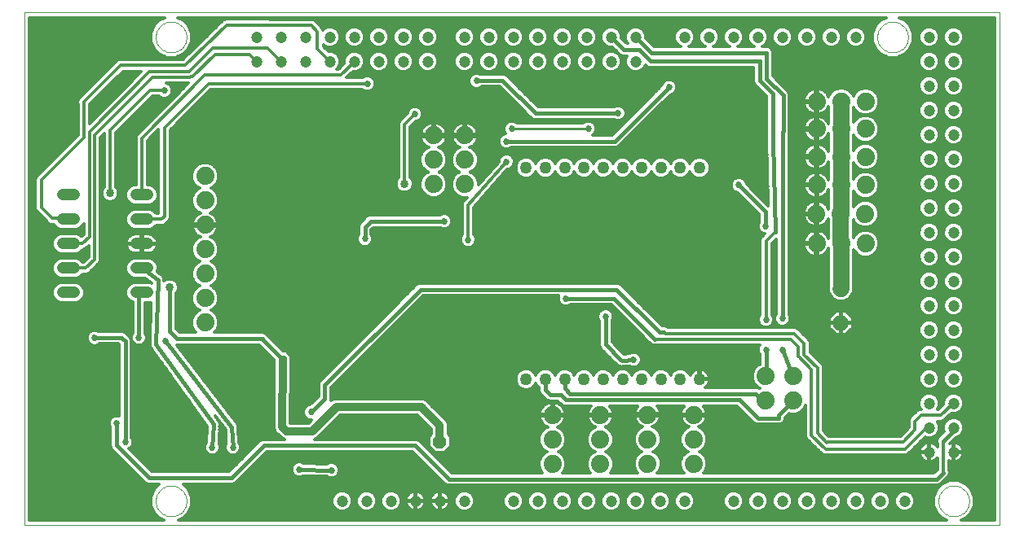
<source format=gbl>
G75*
G70*
%OFA0B0*%
%FSLAX24Y24*%
%IPPOS*%
%LPD*%
%AMOC8*
5,1,8,0,0,1.08239X$1,22.5*
%
%ADD10C,0.0000*%
%ADD11C,0.0472*%
%ADD12C,0.0500*%
%ADD13C,0.0740*%
%ADD14C,0.0480*%
%ADD15OC8,0.0630*%
%ADD16C,0.0630*%
%ADD17C,0.0270*%
%ADD18C,0.0120*%
%ADD19C,0.0160*%
%ADD20OC8,0.0560*%
%ADD21C,0.0320*%
%ADD22OC8,0.0337*%
%ADD23C,0.0337*%
%ADD24C,0.0100*%
%ADD25C,0.0660*%
D10*
X000500Y000510D02*
X000500Y021506D01*
X040370Y021506D01*
X040370Y000510D01*
X000500Y000510D01*
X005870Y001500D02*
X005872Y001550D01*
X005878Y001600D01*
X005888Y001649D01*
X005902Y001697D01*
X005919Y001744D01*
X005940Y001789D01*
X005965Y001833D01*
X005993Y001874D01*
X006025Y001913D01*
X006059Y001950D01*
X006096Y001984D01*
X006136Y002014D01*
X006178Y002041D01*
X006222Y002065D01*
X006268Y002086D01*
X006315Y002102D01*
X006363Y002115D01*
X006413Y002124D01*
X006462Y002129D01*
X006513Y002130D01*
X006563Y002127D01*
X006612Y002120D01*
X006661Y002109D01*
X006709Y002094D01*
X006755Y002076D01*
X006800Y002054D01*
X006843Y002028D01*
X006884Y001999D01*
X006923Y001967D01*
X006959Y001932D01*
X006991Y001894D01*
X007021Y001854D01*
X007048Y001811D01*
X007071Y001767D01*
X007090Y001721D01*
X007106Y001673D01*
X007118Y001624D01*
X007126Y001575D01*
X007130Y001525D01*
X007130Y001475D01*
X007126Y001425D01*
X007118Y001376D01*
X007106Y001327D01*
X007090Y001279D01*
X007071Y001233D01*
X007048Y001189D01*
X007021Y001146D01*
X006991Y001106D01*
X006959Y001068D01*
X006923Y001033D01*
X006884Y001001D01*
X006843Y000972D01*
X006800Y000946D01*
X006755Y000924D01*
X006709Y000906D01*
X006661Y000891D01*
X006612Y000880D01*
X006563Y000873D01*
X006513Y000870D01*
X006462Y000871D01*
X006413Y000876D01*
X006363Y000885D01*
X006315Y000898D01*
X006268Y000914D01*
X006222Y000935D01*
X006178Y000959D01*
X006136Y000986D01*
X006096Y001016D01*
X006059Y001050D01*
X006025Y001087D01*
X005993Y001126D01*
X005965Y001167D01*
X005940Y001211D01*
X005919Y001256D01*
X005902Y001303D01*
X005888Y001351D01*
X005878Y001400D01*
X005872Y001450D01*
X005870Y001500D01*
X037870Y001500D02*
X037872Y001550D01*
X037878Y001600D01*
X037888Y001649D01*
X037902Y001697D01*
X037919Y001744D01*
X037940Y001789D01*
X037965Y001833D01*
X037993Y001874D01*
X038025Y001913D01*
X038059Y001950D01*
X038096Y001984D01*
X038136Y002014D01*
X038178Y002041D01*
X038222Y002065D01*
X038268Y002086D01*
X038315Y002102D01*
X038363Y002115D01*
X038413Y002124D01*
X038462Y002129D01*
X038513Y002130D01*
X038563Y002127D01*
X038612Y002120D01*
X038661Y002109D01*
X038709Y002094D01*
X038755Y002076D01*
X038800Y002054D01*
X038843Y002028D01*
X038884Y001999D01*
X038923Y001967D01*
X038959Y001932D01*
X038991Y001894D01*
X039021Y001854D01*
X039048Y001811D01*
X039071Y001767D01*
X039090Y001721D01*
X039106Y001673D01*
X039118Y001624D01*
X039126Y001575D01*
X039130Y001525D01*
X039130Y001475D01*
X039126Y001425D01*
X039118Y001376D01*
X039106Y001327D01*
X039090Y001279D01*
X039071Y001233D01*
X039048Y001189D01*
X039021Y001146D01*
X038991Y001106D01*
X038959Y001068D01*
X038923Y001033D01*
X038884Y001001D01*
X038843Y000972D01*
X038800Y000946D01*
X038755Y000924D01*
X038709Y000906D01*
X038661Y000891D01*
X038612Y000880D01*
X038563Y000873D01*
X038513Y000870D01*
X038462Y000871D01*
X038413Y000876D01*
X038363Y000885D01*
X038315Y000898D01*
X038268Y000914D01*
X038222Y000935D01*
X038178Y000959D01*
X038136Y000986D01*
X038096Y001016D01*
X038059Y001050D01*
X038025Y001087D01*
X037993Y001126D01*
X037965Y001167D01*
X037940Y001211D01*
X037919Y001256D01*
X037902Y001303D01*
X037888Y001351D01*
X037878Y001400D01*
X037872Y001450D01*
X037870Y001500D01*
X035370Y020500D02*
X035372Y020550D01*
X035378Y020600D01*
X035388Y020649D01*
X035402Y020697D01*
X035419Y020744D01*
X035440Y020789D01*
X035465Y020833D01*
X035493Y020874D01*
X035525Y020913D01*
X035559Y020950D01*
X035596Y020984D01*
X035636Y021014D01*
X035678Y021041D01*
X035722Y021065D01*
X035768Y021086D01*
X035815Y021102D01*
X035863Y021115D01*
X035913Y021124D01*
X035962Y021129D01*
X036013Y021130D01*
X036063Y021127D01*
X036112Y021120D01*
X036161Y021109D01*
X036209Y021094D01*
X036255Y021076D01*
X036300Y021054D01*
X036343Y021028D01*
X036384Y020999D01*
X036423Y020967D01*
X036459Y020932D01*
X036491Y020894D01*
X036521Y020854D01*
X036548Y020811D01*
X036571Y020767D01*
X036590Y020721D01*
X036606Y020673D01*
X036618Y020624D01*
X036626Y020575D01*
X036630Y020525D01*
X036630Y020475D01*
X036626Y020425D01*
X036618Y020376D01*
X036606Y020327D01*
X036590Y020279D01*
X036571Y020233D01*
X036548Y020189D01*
X036521Y020146D01*
X036491Y020106D01*
X036459Y020068D01*
X036423Y020033D01*
X036384Y020001D01*
X036343Y019972D01*
X036300Y019946D01*
X036255Y019924D01*
X036209Y019906D01*
X036161Y019891D01*
X036112Y019880D01*
X036063Y019873D01*
X036013Y019870D01*
X035962Y019871D01*
X035913Y019876D01*
X035863Y019885D01*
X035815Y019898D01*
X035768Y019914D01*
X035722Y019935D01*
X035678Y019959D01*
X035636Y019986D01*
X035596Y020016D01*
X035559Y020050D01*
X035525Y020087D01*
X035493Y020126D01*
X035465Y020167D01*
X035440Y020211D01*
X035419Y020256D01*
X035402Y020303D01*
X035388Y020351D01*
X035378Y020400D01*
X035372Y020450D01*
X035370Y020500D01*
X005870Y020500D02*
X005872Y020550D01*
X005878Y020600D01*
X005888Y020649D01*
X005902Y020697D01*
X005919Y020744D01*
X005940Y020789D01*
X005965Y020833D01*
X005993Y020874D01*
X006025Y020913D01*
X006059Y020950D01*
X006096Y020984D01*
X006136Y021014D01*
X006178Y021041D01*
X006222Y021065D01*
X006268Y021086D01*
X006315Y021102D01*
X006363Y021115D01*
X006413Y021124D01*
X006462Y021129D01*
X006513Y021130D01*
X006563Y021127D01*
X006612Y021120D01*
X006661Y021109D01*
X006709Y021094D01*
X006755Y021076D01*
X006800Y021054D01*
X006843Y021028D01*
X006884Y020999D01*
X006923Y020967D01*
X006959Y020932D01*
X006991Y020894D01*
X007021Y020854D01*
X007048Y020811D01*
X007071Y020767D01*
X007090Y020721D01*
X007106Y020673D01*
X007118Y020624D01*
X007126Y020575D01*
X007130Y020525D01*
X007130Y020475D01*
X007126Y020425D01*
X007118Y020376D01*
X007106Y020327D01*
X007090Y020279D01*
X007071Y020233D01*
X007048Y020189D01*
X007021Y020146D01*
X006991Y020106D01*
X006959Y020068D01*
X006923Y020033D01*
X006884Y020001D01*
X006843Y019972D01*
X006800Y019946D01*
X006755Y019924D01*
X006709Y019906D01*
X006661Y019891D01*
X006612Y019880D01*
X006563Y019873D01*
X006513Y019870D01*
X006462Y019871D01*
X006413Y019876D01*
X006363Y019885D01*
X006315Y019898D01*
X006268Y019914D01*
X006222Y019935D01*
X006178Y019959D01*
X006136Y019986D01*
X006096Y020016D01*
X006059Y020050D01*
X006025Y020087D01*
X005993Y020126D01*
X005965Y020167D01*
X005940Y020211D01*
X005919Y020256D01*
X005902Y020303D01*
X005888Y020351D01*
X005878Y020400D01*
X005872Y020450D01*
X005870Y020500D01*
D11*
X010000Y020500D03*
X011000Y020500D03*
X012000Y020500D03*
X013000Y020500D03*
X014000Y020500D03*
X015000Y020500D03*
X016000Y020500D03*
X017000Y020500D03*
X017000Y019500D03*
X016000Y019500D03*
X015000Y019500D03*
X014000Y019500D03*
X013000Y019500D03*
X012000Y019500D03*
X011000Y019500D03*
X010000Y019500D03*
X018500Y019500D03*
X019500Y019500D03*
X020500Y019500D03*
X021500Y019500D03*
X022500Y019500D03*
X023500Y019500D03*
X024500Y019500D03*
X025500Y019500D03*
X025500Y020500D03*
X024500Y020500D03*
X023500Y020500D03*
X022500Y020500D03*
X021500Y020500D03*
X020500Y020500D03*
X019500Y020500D03*
X018500Y020500D03*
X027500Y020500D03*
X028500Y020500D03*
X029500Y020500D03*
X030500Y020500D03*
X031500Y020500D03*
X032500Y020500D03*
X033500Y020500D03*
X034500Y020500D03*
X037500Y020500D03*
X038500Y020500D03*
X038500Y019500D03*
X037500Y019500D03*
X037500Y018500D03*
X038500Y018500D03*
X038500Y017500D03*
X037500Y017500D03*
X037500Y016500D03*
X038500Y016500D03*
X038500Y015500D03*
X037500Y015500D03*
X037500Y014500D03*
X038500Y014500D03*
X038500Y013500D03*
X037500Y013500D03*
X037500Y012500D03*
X038500Y012500D03*
X038500Y011500D03*
X037500Y011500D03*
X037500Y010500D03*
X038500Y010500D03*
X038500Y009500D03*
X037500Y009500D03*
X037500Y008500D03*
X038500Y008500D03*
X038500Y007500D03*
X037500Y007500D03*
X037500Y006500D03*
X038500Y006500D03*
X038500Y005500D03*
X037500Y005500D03*
X037500Y004500D03*
X038500Y004500D03*
X038500Y003500D03*
X037500Y003500D03*
X036500Y001500D03*
X035500Y001500D03*
X034500Y001500D03*
X033500Y001500D03*
X032500Y001500D03*
X031500Y001500D03*
X030500Y001500D03*
X029500Y001500D03*
X027500Y001500D03*
X026500Y001500D03*
X025500Y001500D03*
X024500Y001500D03*
X023500Y001500D03*
X022500Y001500D03*
X021500Y001500D03*
X020500Y001500D03*
X018500Y001500D03*
X017500Y001500D03*
X016500Y001500D03*
X015500Y001500D03*
X014500Y001500D03*
X013500Y001500D03*
D12*
X021017Y006489D03*
X021804Y006489D03*
X022591Y006489D03*
X023379Y006489D03*
X024166Y006489D03*
X024954Y006489D03*
X025741Y006489D03*
X026529Y006489D03*
X027316Y006489D03*
X028103Y006489D03*
X028103Y015151D03*
X027316Y015151D03*
X026529Y015151D03*
X025741Y015151D03*
X024954Y015151D03*
X024166Y015151D03*
X023379Y015151D03*
X022591Y015151D03*
X021804Y015151D03*
X021017Y015151D03*
D13*
X018510Y015469D03*
X017236Y015471D03*
X017236Y014471D03*
X018510Y014469D03*
X018510Y016469D03*
X017236Y016471D03*
X007895Y014805D03*
X007895Y013805D03*
X007895Y012805D03*
X007895Y011805D03*
X007895Y010805D03*
X007895Y009805D03*
X007895Y008805D03*
X022094Y005013D03*
X022094Y004013D03*
X022094Y003013D03*
X024050Y003014D03*
X024050Y004014D03*
X024050Y005014D03*
X025976Y005031D03*
X027869Y005027D03*
X027869Y004027D03*
X025976Y004031D03*
X025976Y003031D03*
X027869Y003027D03*
X030814Y005610D03*
X031931Y005618D03*
X031931Y006618D03*
X030814Y006610D03*
X032888Y012049D03*
X033888Y012049D03*
X034888Y012049D03*
X034884Y013260D03*
X033884Y013260D03*
X032884Y013260D03*
X032894Y014446D03*
X033894Y014446D03*
X034894Y014446D03*
X034890Y015600D03*
X033890Y015600D03*
X032890Y015600D03*
X032890Y016741D03*
X033890Y016741D03*
X034890Y016741D03*
X034893Y017861D03*
X033893Y017861D03*
X032893Y017861D03*
D14*
X005540Y014035D02*
X005060Y014035D01*
X005060Y013035D02*
X005540Y013035D01*
X005540Y012035D02*
X005060Y012035D01*
X005060Y011035D02*
X005540Y011035D01*
X005540Y010035D02*
X005060Y010035D01*
X002540Y010035D02*
X002060Y010035D01*
X002060Y011035D02*
X002540Y011035D01*
X002540Y012035D02*
X002060Y012035D01*
X002060Y013035D02*
X002540Y013035D01*
X002540Y014035D02*
X002060Y014035D01*
D15*
X033885Y008797D03*
D16*
X033885Y010197D03*
D17*
X035805Y011127D03*
X031495Y008975D03*
X030820Y008925D03*
X030820Y007695D03*
X031510Y007695D03*
X025415Y007285D03*
X024265Y009060D03*
X022640Y009795D03*
X021495Y009005D03*
X018644Y012201D03*
X017665Y012955D03*
X014425Y012235D03*
X012700Y010850D03*
X009435Y012025D03*
X011445Y014335D03*
X014025Y014845D03*
X016470Y017350D03*
X014525Y018595D03*
X018991Y018703D03*
X021039Y018692D03*
X020429Y016739D03*
X020205Y016231D03*
X020209Y015395D03*
X023560Y016750D03*
X024775Y017384D03*
X026540Y016590D03*
X027900Y016565D03*
X030225Y016467D03*
X029710Y014435D03*
X030805Y012750D03*
X021760Y012305D03*
X026856Y018449D03*
X024952Y018621D03*
X006220Y018310D03*
X003900Y017910D03*
X001305Y016197D03*
X001185Y011217D03*
X003370Y008180D03*
X005185Y008190D03*
X006280Y008055D03*
X012230Y005135D03*
X009023Y003697D03*
X008186Y003684D03*
X004625Y003910D03*
X004275Y004677D03*
X003820Y001640D03*
X011740Y002793D03*
X013059Y002765D03*
X017750Y006010D03*
X019515Y005157D03*
X029745Y004047D03*
D18*
X030343Y004680D02*
X030438Y004640D01*
X031392Y004640D01*
X031487Y004680D01*
X031560Y004753D01*
X031600Y004848D01*
X031600Y004919D01*
X031770Y005089D01*
X031821Y005068D01*
X032040Y005068D01*
X032242Y005152D01*
X032397Y005306D01*
X032445Y005421D01*
X032445Y004150D01*
X032481Y004061D01*
X032549Y003994D01*
X033119Y003424D01*
X033207Y003387D01*
X036543Y003387D01*
X036631Y003424D01*
X036698Y003491D01*
X037328Y004121D01*
X037417Y004084D01*
X037583Y004084D01*
X037736Y004147D01*
X037853Y004264D01*
X037916Y004417D01*
X037916Y004583D01*
X037853Y004736D01*
X037821Y004767D01*
X038013Y004767D01*
X038101Y004804D01*
X038391Y005095D01*
X038417Y005084D01*
X038583Y005084D01*
X038736Y005147D01*
X038853Y005264D01*
X038916Y005417D01*
X038916Y005583D01*
X038853Y005736D01*
X038736Y005853D01*
X038583Y005916D01*
X038417Y005916D01*
X038264Y005853D01*
X038147Y005736D01*
X038084Y005583D01*
X038084Y005466D01*
X037865Y005247D01*
X037836Y005247D01*
X037853Y005264D01*
X037916Y005417D01*
X037916Y005583D01*
X037853Y005736D01*
X037736Y005853D01*
X037583Y005916D01*
X037417Y005916D01*
X037264Y005853D01*
X037147Y005736D01*
X037084Y005583D01*
X037084Y005417D01*
X037147Y005264D01*
X037164Y005247D01*
X037107Y005247D01*
X037019Y005211D01*
X036779Y004971D01*
X036779Y004971D01*
X036711Y004903D01*
X036675Y004815D01*
X036675Y004507D01*
X036335Y004167D01*
X033384Y004167D01*
X033165Y004387D01*
X033165Y007005D01*
X033128Y007093D01*
X032625Y007597D01*
X032625Y007995D01*
X032588Y008083D01*
X032168Y008503D01*
X032101Y008571D01*
X032013Y008607D01*
X026820Y008607D01*
X026797Y008630D01*
X026702Y008670D01*
X026578Y008670D01*
X026472Y008775D01*
X024862Y010385D01*
X024767Y010425D01*
X016648Y010425D01*
X016553Y010385D01*
X016480Y010312D01*
X012565Y006397D01*
X012525Y006302D01*
X012525Y005798D01*
X012177Y005450D01*
X012167Y005450D01*
X012052Y005402D01*
X011963Y005313D01*
X011915Y005198D01*
X011915Y005072D01*
X011963Y004957D01*
X012052Y004868D01*
X012167Y004820D01*
X012244Y004820D01*
X012124Y004700D01*
X011381Y004700D01*
X011394Y007136D01*
X011403Y007146D01*
X011403Y007434D01*
X011199Y007638D01*
X011074Y007638D01*
X010455Y008258D01*
X010440Y008292D01*
X010367Y008365D01*
X010272Y008405D01*
X008273Y008405D01*
X008361Y008493D01*
X008445Y008696D01*
X008445Y008914D01*
X008361Y009117D01*
X008207Y009271D01*
X008125Y009305D01*
X008207Y009339D01*
X008361Y009493D01*
X008445Y009696D01*
X008445Y009914D01*
X008361Y010117D01*
X008207Y010271D01*
X008125Y010305D01*
X008207Y010339D01*
X008361Y010493D01*
X008445Y010696D01*
X008445Y010914D01*
X008361Y011117D01*
X008207Y011271D01*
X008125Y011305D01*
X008207Y011339D01*
X008361Y011493D01*
X008445Y011696D01*
X008445Y011914D01*
X008361Y012117D01*
X008207Y012271D01*
X008101Y012315D01*
X008173Y012352D01*
X008240Y012401D01*
X008299Y012460D01*
X008348Y012527D01*
X008386Y012602D01*
X008412Y012681D01*
X008425Y012763D01*
X008425Y012765D01*
X007935Y012765D01*
X007935Y012845D01*
X008425Y012845D01*
X008425Y012847D01*
X008412Y012929D01*
X008386Y013008D01*
X008348Y013083D01*
X008299Y013150D01*
X008240Y013209D01*
X008173Y013258D01*
X008101Y013295D01*
X008207Y013339D01*
X008361Y013493D01*
X008445Y013696D01*
X008445Y013914D01*
X008361Y014117D01*
X008207Y014271D01*
X008125Y014305D01*
X008207Y014339D01*
X008361Y014493D01*
X008445Y014696D01*
X008445Y014914D01*
X008361Y015117D01*
X008207Y015271D01*
X008004Y015355D01*
X007786Y015355D01*
X007583Y015271D01*
X007429Y015117D01*
X007345Y014914D01*
X007345Y014696D01*
X007429Y014493D01*
X007583Y014339D01*
X007665Y014305D01*
X007583Y014271D01*
X007429Y014117D01*
X007345Y013914D01*
X007345Y013696D01*
X007429Y013493D01*
X007583Y013339D01*
X007689Y013295D01*
X007617Y013258D01*
X007550Y013209D01*
X007491Y013150D01*
X007442Y013083D01*
X007404Y013008D01*
X007378Y012929D01*
X007365Y012847D01*
X007365Y012845D01*
X007855Y012845D01*
X007855Y012765D01*
X007365Y012765D01*
X007365Y012763D01*
X007378Y012681D01*
X007404Y012602D01*
X007442Y012527D01*
X007491Y012460D01*
X007550Y012401D01*
X007617Y012352D01*
X007689Y012315D01*
X007583Y012271D01*
X007429Y012117D01*
X007345Y011914D01*
X007345Y011696D01*
X007429Y011493D01*
X007583Y011339D01*
X007665Y011305D01*
X007583Y011271D01*
X007429Y011117D01*
X007345Y010914D01*
X007345Y010696D01*
X007429Y010493D01*
X007583Y010339D01*
X007665Y010305D01*
X007583Y010271D01*
X007429Y010117D01*
X007345Y009914D01*
X007345Y009696D01*
X007429Y009493D01*
X007583Y009339D01*
X007665Y009305D01*
X007583Y009271D01*
X007429Y009117D01*
X007345Y008914D01*
X007345Y008696D01*
X007429Y008493D01*
X007517Y008405D01*
X006853Y008405D01*
X006700Y008558D01*
X006700Y010017D01*
X006735Y010053D01*
X006788Y010181D01*
X006788Y010319D01*
X006735Y010447D01*
X006637Y010545D01*
X006509Y010598D01*
X006371Y010598D01*
X006243Y010545D01*
X006214Y010517D01*
X006214Y010532D01*
X006220Y010556D01*
X006216Y010583D01*
X006216Y010610D01*
X006207Y010633D01*
X006203Y010658D01*
X006189Y010681D01*
X006179Y010706D01*
X006162Y010725D01*
X006149Y010746D01*
X006127Y010762D01*
X006108Y010781D01*
X006085Y010792D01*
X005938Y010897D01*
X005960Y010951D01*
X005960Y011119D01*
X005896Y011273D01*
X005778Y011391D01*
X005624Y011455D01*
X004976Y011455D01*
X004822Y011391D01*
X004704Y011273D01*
X004640Y011119D01*
X004640Y010951D01*
X004704Y010797D01*
X004822Y010679D01*
X004976Y010615D01*
X005439Y010615D01*
X005691Y010434D01*
X005691Y010427D01*
X005624Y010455D01*
X004976Y010455D01*
X004822Y010391D01*
X004704Y010273D01*
X004640Y010119D01*
X004640Y009951D01*
X004704Y009797D01*
X004822Y009679D01*
X004925Y009636D01*
X004925Y008375D01*
X004918Y008368D01*
X004870Y008253D01*
X004870Y008127D01*
X004918Y008012D01*
X005007Y007923D01*
X005122Y007875D01*
X005248Y007875D01*
X005363Y007923D01*
X005452Y008012D01*
X005500Y008127D01*
X005500Y008253D01*
X005452Y008368D01*
X005445Y008375D01*
X005445Y009615D01*
X005624Y009615D01*
X005670Y009634D01*
X005626Y007945D01*
X005620Y007912D01*
X005624Y007894D01*
X005624Y007875D01*
X005636Y007844D01*
X005643Y007811D01*
X005654Y007796D01*
X005661Y007779D01*
X005684Y007754D01*
X007965Y004559D01*
X007935Y003878D01*
X007919Y003862D01*
X007871Y003746D01*
X007871Y003621D01*
X007919Y003505D01*
X008008Y003417D01*
X008124Y003369D01*
X008249Y003369D01*
X008365Y003417D01*
X008453Y003505D01*
X008501Y003621D01*
X008501Y003746D01*
X008454Y003860D01*
X008487Y004610D01*
X008493Y004646D01*
X008490Y004661D01*
X008490Y004678D01*
X008478Y004711D01*
X008470Y004746D01*
X008460Y004760D01*
X008455Y004775D01*
X008431Y004801D01*
X008295Y004992D01*
X008721Y004434D01*
X008753Y003868D01*
X008708Y003759D01*
X008708Y003634D01*
X008756Y003518D01*
X008845Y003430D01*
X008961Y003382D01*
X009086Y003382D01*
X009202Y003430D01*
X009290Y003518D01*
X009338Y003634D01*
X009338Y003759D01*
X009290Y003875D01*
X009273Y003893D01*
X009237Y004518D01*
X009241Y004545D01*
X009234Y004569D01*
X009233Y004594D01*
X009221Y004619D01*
X009214Y004645D01*
X009199Y004665D01*
X009188Y004688D01*
X009168Y004706D01*
X006737Y007885D01*
X010092Y007885D01*
X010707Y007271D01*
X010707Y007146D01*
X010714Y007138D01*
X010700Y004604D01*
X010700Y004603D01*
X010700Y004536D01*
X010700Y004469D01*
X010700Y004468D01*
X010700Y004467D01*
X010726Y004406D01*
X010751Y004344D01*
X010751Y004343D01*
X010752Y004342D01*
X010799Y004295D01*
X010846Y004248D01*
X010847Y004247D01*
X011022Y004072D01*
X011123Y004030D01*
X010246Y004030D01*
X010150Y003990D01*
X008877Y002717D01*
X005702Y002717D01*
X004785Y003635D01*
X004803Y003643D01*
X004892Y003732D01*
X004940Y003847D01*
X004940Y003973D01*
X004892Y004088D01*
X004885Y004095D01*
X004885Y008087D01*
X004845Y008182D01*
X004680Y008347D01*
X004680Y008347D01*
X004607Y008420D01*
X004512Y008460D01*
X003517Y008460D01*
X003433Y008495D01*
X003307Y008495D01*
X003192Y008447D01*
X003103Y008358D01*
X003055Y008243D01*
X003055Y008117D01*
X003103Y008002D01*
X003192Y007913D01*
X003307Y007865D01*
X003433Y007865D01*
X003548Y007913D01*
X003575Y007940D01*
X004352Y007940D01*
X004365Y007927D01*
X004365Y004981D01*
X004337Y004992D01*
X004212Y004992D01*
X004096Y004944D01*
X004008Y004856D01*
X003960Y004740D01*
X003960Y004615D01*
X004008Y004499D01*
X004015Y004492D01*
X004015Y003726D01*
X004054Y003630D01*
X004128Y003557D01*
X005448Y002237D01*
X005543Y002197D01*
X006010Y002197D01*
X005788Y001976D01*
X005660Y001667D01*
X005660Y001333D01*
X005788Y001024D01*
X006024Y000788D01*
X006188Y000720D01*
X000710Y000720D01*
X000710Y021296D01*
X006227Y021296D01*
X006024Y021212D01*
X005788Y020976D01*
X005660Y020667D01*
X005660Y020333D01*
X005788Y020024D01*
X006024Y019788D01*
X006333Y019660D01*
X006667Y019660D01*
X006976Y019788D01*
X007212Y020024D01*
X007340Y020333D01*
X007340Y020667D01*
X007212Y020976D01*
X006976Y021212D01*
X006773Y021296D01*
X035727Y021296D01*
X035524Y021212D01*
X035288Y020976D01*
X035160Y020667D01*
X035160Y020333D01*
X035288Y020024D01*
X035524Y019788D01*
X035833Y019660D01*
X036167Y019660D01*
X036476Y019788D01*
X036712Y020024D01*
X036840Y020333D01*
X036840Y020667D01*
X036712Y020976D01*
X036476Y021212D01*
X036273Y021296D01*
X040160Y021296D01*
X040160Y000720D01*
X038812Y000720D01*
X038976Y000788D01*
X039212Y001024D01*
X039340Y001333D01*
X039340Y001667D01*
X039212Y001976D01*
X038976Y002212D01*
X038667Y002340D01*
X038333Y002340D01*
X038024Y002212D01*
X037788Y001976D01*
X037660Y001667D01*
X037660Y001333D01*
X037788Y001024D01*
X038024Y000788D01*
X038188Y000720D01*
X006812Y000720D01*
X006976Y000788D01*
X007212Y001024D01*
X007340Y001333D01*
X007340Y001667D01*
X007212Y001976D01*
X006990Y002197D01*
X009037Y002197D01*
X009132Y002237D01*
X009205Y002310D01*
X010405Y003510D01*
X016377Y003510D01*
X017640Y002248D01*
X017713Y002175D01*
X017808Y002135D01*
X037842Y002135D01*
X037937Y002175D01*
X038280Y002518D01*
X038320Y002613D01*
X038320Y002717D01*
X038300Y002765D01*
X038300Y003157D01*
X038312Y003149D01*
X038384Y003119D01*
X038461Y003104D01*
X038481Y003104D01*
X038481Y003481D01*
X038519Y003481D01*
X038519Y003519D01*
X038481Y003519D01*
X038481Y003896D01*
X038461Y003896D01*
X038384Y003881D01*
X038349Y003866D01*
X038566Y004084D01*
X038583Y004084D01*
X038736Y004147D01*
X038853Y004264D01*
X038916Y004417D01*
X038916Y004583D01*
X038853Y004736D01*
X038736Y004853D01*
X038583Y004916D01*
X038417Y004916D01*
X038264Y004853D01*
X038147Y004736D01*
X038084Y004583D01*
X038084Y004417D01*
X038107Y004360D01*
X037840Y004092D01*
X037800Y003997D01*
X037800Y003893D01*
X037820Y003845D01*
X037820Y003734D01*
X037808Y003753D01*
X037753Y003808D01*
X037688Y003851D01*
X037616Y003881D01*
X037539Y003896D01*
X037519Y003896D01*
X037519Y003519D01*
X037481Y003519D01*
X037481Y003896D01*
X037461Y003896D01*
X037384Y003881D01*
X037312Y003851D01*
X037247Y003808D01*
X037192Y003753D01*
X037149Y003688D01*
X037119Y003616D01*
X037104Y003539D01*
X037104Y003519D01*
X037481Y003519D01*
X037481Y003481D01*
X037519Y003481D01*
X037519Y003104D01*
X037539Y003104D01*
X037616Y003119D01*
X037688Y003149D01*
X037753Y003192D01*
X037808Y003247D01*
X037820Y003266D01*
X037820Y002793D01*
X037682Y002655D01*
X028275Y002655D01*
X028335Y002716D01*
X028419Y002918D01*
X028419Y003137D01*
X028335Y003339D01*
X028181Y003494D01*
X028099Y003527D01*
X028181Y003561D01*
X028335Y003716D01*
X028419Y003918D01*
X028419Y004137D01*
X028335Y004339D01*
X028181Y004494D01*
X028075Y004537D01*
X028147Y004574D01*
X028214Y004623D01*
X028273Y004682D01*
X028322Y004750D01*
X028360Y004824D01*
X028386Y004903D01*
X028399Y004986D01*
X028399Y004987D01*
X027909Y004987D01*
X027909Y005067D01*
X028399Y005067D01*
X028399Y005069D01*
X028386Y005152D01*
X028360Y005231D01*
X028322Y005305D01*
X028273Y005373D01*
X028261Y005385D01*
X029637Y005385D01*
X030270Y004753D01*
X030270Y004753D01*
X030343Y004680D01*
X030402Y004655D02*
X028246Y004655D01*
X028335Y004773D02*
X030249Y004773D01*
X030130Y004892D02*
X028382Y004892D01*
X028390Y005129D02*
X029893Y005129D01*
X029775Y005247D02*
X028352Y005247D01*
X028278Y005366D02*
X029656Y005366D01*
X030012Y005010D02*
X027909Y005010D01*
X027829Y005010D02*
X026016Y005010D01*
X026016Y004991D02*
X026016Y005071D01*
X026506Y005071D01*
X026506Y005072D01*
X026493Y005155D01*
X026468Y005234D01*
X026430Y005308D01*
X026381Y005376D01*
X026372Y005385D01*
X027477Y005385D01*
X027465Y005373D01*
X027416Y005305D01*
X027378Y005231D01*
X027352Y005152D01*
X027339Y005069D01*
X027339Y005067D01*
X027829Y005067D01*
X027829Y004987D01*
X027339Y004987D01*
X027339Y004986D01*
X027352Y004903D01*
X027378Y004824D01*
X027416Y004750D01*
X027465Y004682D01*
X027524Y004623D01*
X027591Y004574D01*
X027663Y004537D01*
X027558Y004494D01*
X027403Y004339D01*
X027319Y004137D01*
X027319Y003918D01*
X027403Y003716D01*
X027558Y003561D01*
X027639Y003527D01*
X027558Y003494D01*
X027403Y003339D01*
X027319Y003137D01*
X027319Y002918D01*
X027403Y002716D01*
X027464Y002655D01*
X026379Y002655D01*
X026443Y002719D01*
X026526Y002921D01*
X026526Y003140D01*
X026443Y003342D01*
X026288Y003497D01*
X026207Y003531D01*
X026288Y003564D01*
X026443Y003719D01*
X026526Y003921D01*
X026526Y004140D01*
X026443Y004342D01*
X026288Y004497D01*
X026182Y004541D01*
X026254Y004577D01*
X026322Y004626D01*
X026381Y004685D01*
X026430Y004753D01*
X026468Y004827D01*
X026493Y004906D01*
X026506Y004989D01*
X026506Y004991D01*
X026016Y004991D01*
X025936Y004991D02*
X025446Y004991D01*
X025446Y004989D01*
X025459Y004906D01*
X025485Y004827D01*
X025523Y004753D01*
X025572Y004685D01*
X025631Y004626D01*
X025699Y004577D01*
X025771Y004541D01*
X025665Y004497D01*
X025510Y004342D01*
X025426Y004140D01*
X025426Y003921D01*
X025510Y003719D01*
X025665Y003564D01*
X025746Y003531D01*
X025665Y003497D01*
X025510Y003342D01*
X025426Y003140D01*
X025426Y002921D01*
X025510Y002719D01*
X025574Y002655D01*
X024469Y002655D01*
X024516Y002702D01*
X024600Y002904D01*
X024600Y003123D01*
X024516Y003325D01*
X024362Y003480D01*
X024280Y003514D01*
X024362Y003548D01*
X024516Y003702D01*
X024600Y003904D01*
X024600Y004123D01*
X024516Y004325D01*
X024362Y004480D01*
X024256Y004524D01*
X024328Y004561D01*
X024395Y004610D01*
X024454Y004669D01*
X024503Y004736D01*
X024541Y004810D01*
X024567Y004890D01*
X024580Y004972D01*
X024580Y004974D01*
X024090Y004974D01*
X024090Y005054D01*
X024580Y005054D01*
X024580Y005056D01*
X024567Y005138D01*
X024541Y005217D01*
X024503Y005292D01*
X024454Y005359D01*
X024428Y005385D01*
X025581Y005385D01*
X025572Y005376D01*
X025523Y005308D01*
X025485Y005234D01*
X025459Y005155D01*
X025446Y005072D01*
X025446Y005071D01*
X025936Y005071D01*
X025936Y004991D01*
X025936Y005010D02*
X024090Y005010D01*
X024010Y005010D02*
X022134Y005010D01*
X022134Y004973D02*
X022134Y005053D01*
X022054Y005053D01*
X022054Y004973D01*
X021564Y004973D01*
X021564Y004971D01*
X021577Y004889D01*
X021603Y004810D01*
X021641Y004735D01*
X021690Y004668D01*
X021749Y004609D01*
X021816Y004560D01*
X021888Y004523D01*
X021782Y004479D01*
X021628Y004325D01*
X021544Y004122D01*
X021544Y003904D01*
X021628Y003701D01*
X021782Y003547D01*
X021864Y003513D01*
X021782Y003479D01*
X021628Y003325D01*
X021544Y003122D01*
X021544Y002904D01*
X021628Y002701D01*
X021674Y002655D01*
X017968Y002655D01*
X016705Y003917D01*
X016705Y003917D01*
X016632Y003990D01*
X016537Y004030D01*
X012357Y004030D01*
X012458Y004072D01*
X012553Y004167D01*
X013396Y005010D01*
X016579Y005010D01*
X017140Y004449D01*
X017140Y004241D01*
X017020Y004121D01*
X017020Y003739D01*
X017289Y003470D01*
X017671Y003470D01*
X017940Y003739D01*
X017940Y004121D01*
X017820Y004241D01*
X017820Y004658D01*
X017768Y004783D01*
X017008Y005543D01*
X016913Y005638D01*
X016788Y005690D01*
X013187Y005690D01*
X013062Y005638D01*
X013033Y005608D01*
X013045Y005638D01*
X013045Y006142D01*
X016808Y009905D01*
X022345Y009905D01*
X022325Y009858D01*
X022325Y009732D01*
X022373Y009617D01*
X022462Y009528D01*
X022577Y009480D01*
X022703Y009480D01*
X022818Y009528D01*
X022825Y009535D01*
X024492Y009535D01*
X026118Y007910D01*
X026213Y007870D01*
X026317Y007870D01*
X026365Y007890D01*
X030570Y007890D01*
X030553Y007873D01*
X030505Y007758D01*
X030505Y007632D01*
X030553Y007517D01*
X030560Y007510D01*
X030560Y007100D01*
X030502Y007076D01*
X030348Y006921D01*
X030264Y006719D01*
X030264Y006500D01*
X030348Y006298D01*
X030502Y006144D01*
X030584Y006110D01*
X030573Y006105D01*
X030557Y006120D01*
X030462Y006160D01*
X028348Y006160D01*
X028370Y006177D01*
X028416Y006222D01*
X028454Y006274D01*
X028483Y006332D01*
X028503Y006393D01*
X028513Y006457D01*
X028513Y006471D01*
X028122Y006471D01*
X028122Y006508D01*
X028085Y006508D01*
X028085Y006899D01*
X028071Y006899D01*
X028007Y006889D01*
X027946Y006869D01*
X027888Y006840D01*
X027836Y006802D01*
X027791Y006756D01*
X027753Y006704D01*
X027723Y006647D01*
X027720Y006637D01*
X027680Y006733D01*
X027559Y006854D01*
X027401Y006919D01*
X027230Y006919D01*
X027072Y006854D01*
X026951Y006733D01*
X026922Y006662D01*
X026893Y006733D01*
X026772Y006854D01*
X026614Y006919D01*
X026443Y006919D01*
X026285Y006854D01*
X026164Y006733D01*
X026135Y006662D01*
X026106Y006733D01*
X025985Y006854D01*
X025827Y006919D01*
X025656Y006919D01*
X025498Y006854D01*
X025377Y006733D01*
X025347Y006662D01*
X025318Y006733D01*
X025197Y006854D01*
X025039Y006919D01*
X024868Y006919D01*
X024710Y006854D01*
X024589Y006733D01*
X024560Y006662D01*
X024531Y006733D01*
X024410Y006854D01*
X024252Y006919D01*
X024081Y006919D01*
X023923Y006854D01*
X023802Y006733D01*
X023773Y006662D01*
X023743Y006733D01*
X023622Y006854D01*
X023464Y006919D01*
X023293Y006919D01*
X023135Y006854D01*
X023014Y006733D01*
X022985Y006662D01*
X022956Y006733D01*
X022835Y006854D01*
X022677Y006919D01*
X022506Y006919D01*
X022348Y006854D01*
X022227Y006733D01*
X022198Y006662D01*
X022169Y006733D01*
X022048Y006854D01*
X021890Y006919D01*
X021719Y006919D01*
X021561Y006854D01*
X021440Y006733D01*
X021410Y006662D01*
X021381Y006733D01*
X021260Y006854D01*
X021102Y006919D01*
X020931Y006919D01*
X020773Y006854D01*
X020652Y006733D01*
X020587Y006575D01*
X020587Y006404D01*
X020652Y006246D01*
X020773Y006125D01*
X020931Y006059D01*
X021102Y006059D01*
X021260Y006125D01*
X021381Y006246D01*
X021410Y006316D01*
X021440Y006246D01*
X021544Y006141D01*
X021544Y005994D01*
X021584Y005899D01*
X021775Y005708D01*
X021848Y005635D01*
X021943Y005595D01*
X022317Y005595D01*
X022415Y005498D01*
X022415Y005498D01*
X022488Y005425D01*
X022583Y005385D01*
X023672Y005385D01*
X023646Y005359D01*
X023597Y005292D01*
X023559Y005217D01*
X023533Y005138D01*
X023520Y005056D01*
X023520Y005054D01*
X024010Y005054D01*
X024010Y004974D01*
X023520Y004974D01*
X023520Y004972D01*
X023533Y004890D01*
X023559Y004810D01*
X023597Y004736D01*
X023646Y004669D01*
X023705Y004610D01*
X023772Y004561D01*
X023844Y004524D01*
X023738Y004480D01*
X023584Y004325D01*
X023500Y004123D01*
X023500Y003904D01*
X023584Y003702D01*
X023738Y003548D01*
X023820Y003514D01*
X023738Y003480D01*
X023584Y003325D01*
X023500Y003123D01*
X023500Y002904D01*
X023584Y002702D01*
X023631Y002655D01*
X022514Y002655D01*
X022560Y002701D01*
X022644Y002904D01*
X022644Y003122D01*
X022560Y003325D01*
X022406Y003479D01*
X022324Y003513D01*
X022406Y003547D01*
X022560Y003701D01*
X022644Y003904D01*
X022644Y004122D01*
X022560Y004325D01*
X022406Y004479D01*
X022300Y004523D01*
X022372Y004560D01*
X022439Y004609D01*
X022498Y004668D01*
X022547Y004735D01*
X022585Y004810D01*
X022611Y004889D01*
X022624Y004971D01*
X022624Y004973D01*
X022134Y004973D01*
X022134Y005053D02*
X022624Y005053D01*
X022624Y005055D01*
X022611Y005137D01*
X022585Y005216D01*
X022547Y005291D01*
X022498Y005358D01*
X022439Y005417D01*
X022372Y005466D01*
X022297Y005504D01*
X022218Y005530D01*
X022136Y005543D01*
X022134Y005543D01*
X022134Y005053D01*
X022134Y005129D02*
X022054Y005129D01*
X022054Y005053D02*
X022054Y005543D01*
X022052Y005543D01*
X021970Y005530D01*
X021891Y005504D01*
X021816Y005466D01*
X021749Y005417D01*
X021690Y005358D01*
X021641Y005291D01*
X021603Y005216D01*
X021577Y005137D01*
X021564Y005055D01*
X021564Y005053D01*
X022054Y005053D01*
X022054Y005010D02*
X017540Y005010D01*
X017422Y005129D02*
X021576Y005129D01*
X021619Y005247D02*
X017303Y005247D01*
X017185Y005366D02*
X021697Y005366D01*
X021852Y005484D02*
X017066Y005484D01*
X016948Y005603D02*
X021924Y005603D01*
X022054Y005484D02*
X022134Y005484D01*
X022134Y005366D02*
X022054Y005366D01*
X022054Y005247D02*
X022134Y005247D01*
X022336Y005484D02*
X022428Y005484D01*
X022491Y005366D02*
X023653Y005366D01*
X023574Y005247D02*
X022569Y005247D01*
X022612Y005129D02*
X023532Y005129D01*
X023533Y004892D02*
X022611Y004892D01*
X022567Y004773D02*
X023578Y004773D01*
X023659Y004655D02*
X022485Y004655D01*
X022326Y004536D02*
X023820Y004536D01*
X023676Y004418D02*
X022467Y004418D01*
X022571Y004299D02*
X023573Y004299D01*
X023524Y004181D02*
X022620Y004181D01*
X022644Y004062D02*
X023500Y004062D01*
X023500Y003944D02*
X022644Y003944D01*
X022612Y003825D02*
X023533Y003825D01*
X023582Y003707D02*
X022563Y003707D01*
X022447Y003588D02*
X023698Y003588D01*
X023728Y003470D02*
X022415Y003470D01*
X022533Y003351D02*
X023610Y003351D01*
X023545Y003233D02*
X022598Y003233D01*
X022644Y003114D02*
X023500Y003114D01*
X023500Y002996D02*
X022644Y002996D01*
X022633Y002877D02*
X023511Y002877D01*
X023560Y002759D02*
X022584Y002759D01*
X021604Y002759D02*
X017864Y002759D01*
X017745Y002877D02*
X021555Y002877D01*
X021544Y002996D02*
X017627Y002996D01*
X017508Y003114D02*
X021544Y003114D01*
X021590Y003233D02*
X017390Y003233D01*
X017271Y003351D02*
X021655Y003351D01*
X021773Y003470D02*
X017153Y003470D01*
X017171Y003588D02*
X017034Y003588D01*
X017053Y003707D02*
X016916Y003707D01*
X017020Y003825D02*
X016797Y003825D01*
X016679Y003944D02*
X017020Y003944D01*
X017020Y004062D02*
X012435Y004062D01*
X012567Y004181D02*
X017080Y004181D01*
X017140Y004299D02*
X012685Y004299D01*
X012804Y004418D02*
X017140Y004418D01*
X017053Y004536D02*
X012922Y004536D01*
X013041Y004655D02*
X016934Y004655D01*
X016816Y004773D02*
X013159Y004773D01*
X013278Y004892D02*
X016697Y004892D01*
X017659Y004892D02*
X021577Y004892D01*
X021621Y004773D02*
X017772Y004773D01*
X017820Y004655D02*
X021703Y004655D01*
X021862Y004536D02*
X017820Y004536D01*
X017820Y004418D02*
X021721Y004418D01*
X021617Y004299D02*
X017820Y004299D01*
X017880Y004181D02*
X021568Y004181D01*
X021544Y004062D02*
X017940Y004062D01*
X017940Y003944D02*
X021544Y003944D01*
X021576Y003825D02*
X017940Y003825D01*
X017907Y003707D02*
X021625Y003707D01*
X021741Y003588D02*
X017789Y003588D01*
X017010Y002877D02*
X013353Y002877D01*
X013374Y002828D02*
X013326Y002943D01*
X013237Y003032D01*
X013121Y003080D01*
X012996Y003080D01*
X012880Y003032D01*
X012877Y003029D01*
X011929Y003049D01*
X011918Y003060D01*
X011802Y003108D01*
X011677Y003108D01*
X011561Y003060D01*
X011473Y002971D01*
X011425Y002856D01*
X011425Y002730D01*
X011473Y002615D01*
X011561Y002526D01*
X011677Y002478D01*
X011802Y002478D01*
X011918Y002526D01*
X011921Y002529D01*
X012869Y002509D01*
X012880Y002498D01*
X012996Y002450D01*
X013121Y002450D01*
X013237Y002498D01*
X013326Y002587D01*
X013374Y002702D01*
X013374Y002828D01*
X013374Y002759D02*
X017128Y002759D01*
X017247Y002640D02*
X013348Y002640D01*
X013261Y002522D02*
X017365Y002522D01*
X017484Y002403D02*
X009298Y002403D01*
X009180Y002285D02*
X017602Y002285D01*
X017732Y002166D02*
X007021Y002166D01*
X007140Y002048D02*
X037860Y002048D01*
X037918Y002166D02*
X037979Y002166D01*
X038048Y002285D02*
X038200Y002285D01*
X038166Y002403D02*
X040160Y002403D01*
X040160Y002285D02*
X038800Y002285D01*
X039021Y002166D02*
X040160Y002166D01*
X040160Y002048D02*
X039140Y002048D01*
X039231Y001929D02*
X040160Y001929D01*
X040160Y001811D02*
X039280Y001811D01*
X039329Y001692D02*
X040160Y001692D01*
X040160Y001574D02*
X039340Y001574D01*
X039340Y001455D02*
X040160Y001455D01*
X040160Y001337D02*
X039340Y001337D01*
X039292Y001218D02*
X040160Y001218D01*
X040160Y001100D02*
X039243Y001100D01*
X039169Y000981D02*
X040160Y000981D01*
X040160Y000863D02*
X039051Y000863D01*
X038871Y000744D02*
X040160Y000744D01*
X038129Y000744D02*
X006871Y000744D01*
X007051Y000863D02*
X037949Y000863D01*
X037831Y000981D02*
X007169Y000981D01*
X007243Y001100D02*
X013378Y001100D01*
X013417Y001084D02*
X013264Y001147D01*
X013147Y001264D01*
X013084Y001417D01*
X013084Y001583D01*
X013147Y001736D01*
X013264Y001853D01*
X013417Y001916D01*
X013583Y001916D01*
X013736Y001853D01*
X013853Y001736D01*
X013916Y001583D01*
X013916Y001417D01*
X013853Y001264D01*
X013736Y001147D01*
X013583Y001084D01*
X013417Y001084D01*
X013622Y001100D02*
X014378Y001100D01*
X014417Y001084D02*
X014583Y001084D01*
X014736Y001147D01*
X014853Y001264D01*
X014916Y001417D01*
X014916Y001583D01*
X014853Y001736D01*
X014736Y001853D01*
X014583Y001916D01*
X014417Y001916D01*
X014264Y001853D01*
X014147Y001736D01*
X014084Y001583D01*
X014084Y001417D01*
X014147Y001264D01*
X014264Y001147D01*
X014417Y001084D01*
X014622Y001100D02*
X015378Y001100D01*
X015417Y001084D02*
X015264Y001147D01*
X015147Y001264D01*
X015084Y001417D01*
X015084Y001583D01*
X015147Y001736D01*
X015264Y001853D01*
X015417Y001916D01*
X015583Y001916D01*
X015736Y001853D01*
X015853Y001736D01*
X015916Y001583D01*
X015916Y001417D01*
X015853Y001264D01*
X015736Y001147D01*
X015583Y001084D01*
X015417Y001084D01*
X015622Y001100D02*
X018378Y001100D01*
X018417Y001084D02*
X018264Y001147D01*
X018147Y001264D01*
X018084Y001417D01*
X018084Y001583D01*
X018147Y001736D01*
X018264Y001853D01*
X018417Y001916D01*
X018583Y001916D01*
X018736Y001853D01*
X018853Y001736D01*
X018916Y001583D01*
X018916Y001417D01*
X018853Y001264D01*
X018736Y001147D01*
X018583Y001084D01*
X018417Y001084D01*
X018622Y001100D02*
X020378Y001100D01*
X020417Y001084D02*
X020264Y001147D01*
X020147Y001264D01*
X020084Y001417D01*
X020084Y001583D01*
X020147Y001736D01*
X020264Y001853D01*
X020417Y001916D01*
X020583Y001916D01*
X020736Y001853D01*
X020853Y001736D01*
X020916Y001583D01*
X020916Y001417D01*
X020853Y001264D01*
X020736Y001147D01*
X020583Y001084D01*
X020417Y001084D01*
X020622Y001100D02*
X021378Y001100D01*
X021417Y001084D02*
X021583Y001084D01*
X021736Y001147D01*
X021853Y001264D01*
X021916Y001417D01*
X021916Y001583D01*
X021853Y001736D01*
X021736Y001853D01*
X021583Y001916D01*
X021417Y001916D01*
X021264Y001853D01*
X021147Y001736D01*
X021084Y001583D01*
X021084Y001417D01*
X021147Y001264D01*
X021264Y001147D01*
X021417Y001084D01*
X021622Y001100D02*
X022378Y001100D01*
X022417Y001084D02*
X022264Y001147D01*
X022147Y001264D01*
X022084Y001417D01*
X022084Y001583D01*
X022147Y001736D01*
X022264Y001853D01*
X022417Y001916D01*
X022583Y001916D01*
X022736Y001853D01*
X022853Y001736D01*
X022916Y001583D01*
X022916Y001417D01*
X022853Y001264D01*
X022736Y001147D01*
X022583Y001084D01*
X022417Y001084D01*
X022622Y001100D02*
X023378Y001100D01*
X023417Y001084D02*
X023264Y001147D01*
X023147Y001264D01*
X023084Y001417D01*
X023084Y001583D01*
X023147Y001736D01*
X023264Y001853D01*
X023417Y001916D01*
X023583Y001916D01*
X023736Y001853D01*
X023853Y001736D01*
X023916Y001583D01*
X023916Y001417D01*
X023853Y001264D01*
X023736Y001147D01*
X023583Y001084D01*
X023417Y001084D01*
X023622Y001100D02*
X024378Y001100D01*
X024417Y001084D02*
X024264Y001147D01*
X024147Y001264D01*
X024084Y001417D01*
X024084Y001583D01*
X024147Y001736D01*
X024264Y001853D01*
X024417Y001916D01*
X024583Y001916D01*
X024736Y001853D01*
X024853Y001736D01*
X024916Y001583D01*
X024916Y001417D01*
X024853Y001264D01*
X024736Y001147D01*
X024583Y001084D01*
X024417Y001084D01*
X024622Y001100D02*
X025378Y001100D01*
X025417Y001084D02*
X025264Y001147D01*
X025147Y001264D01*
X025084Y001417D01*
X025084Y001583D01*
X025147Y001736D01*
X025264Y001853D01*
X025417Y001916D01*
X025583Y001916D01*
X025736Y001853D01*
X025853Y001736D01*
X025916Y001583D01*
X025916Y001417D01*
X025853Y001264D01*
X025736Y001147D01*
X025583Y001084D01*
X025417Y001084D01*
X025622Y001100D02*
X026378Y001100D01*
X026417Y001084D02*
X026264Y001147D01*
X026147Y001264D01*
X026084Y001417D01*
X026084Y001583D01*
X026147Y001736D01*
X026264Y001853D01*
X026417Y001916D01*
X026583Y001916D01*
X026736Y001853D01*
X026853Y001736D01*
X026916Y001583D01*
X026916Y001417D01*
X026853Y001264D01*
X026736Y001147D01*
X026583Y001084D01*
X026417Y001084D01*
X026622Y001100D02*
X027378Y001100D01*
X027417Y001084D02*
X027264Y001147D01*
X027147Y001264D01*
X027084Y001417D01*
X027084Y001583D01*
X027147Y001736D01*
X027264Y001853D01*
X027417Y001916D01*
X027583Y001916D01*
X027736Y001853D01*
X027853Y001736D01*
X027916Y001583D01*
X027916Y001417D01*
X027853Y001264D01*
X027736Y001147D01*
X027583Y001084D01*
X027417Y001084D01*
X027622Y001100D02*
X029378Y001100D01*
X029417Y001084D02*
X029264Y001147D01*
X029147Y001264D01*
X029084Y001417D01*
X029084Y001583D01*
X029147Y001736D01*
X029264Y001853D01*
X029417Y001916D01*
X029583Y001916D01*
X029736Y001853D01*
X029853Y001736D01*
X029916Y001583D01*
X029916Y001417D01*
X029853Y001264D01*
X029736Y001147D01*
X029583Y001084D01*
X029417Y001084D01*
X029622Y001100D02*
X030378Y001100D01*
X030417Y001084D02*
X030583Y001084D01*
X030736Y001147D01*
X030853Y001264D01*
X030916Y001417D01*
X030916Y001583D01*
X030853Y001736D01*
X030736Y001853D01*
X030583Y001916D01*
X030417Y001916D01*
X030264Y001853D01*
X030147Y001736D01*
X030084Y001583D01*
X030084Y001417D01*
X030147Y001264D01*
X030264Y001147D01*
X030417Y001084D01*
X030622Y001100D02*
X031378Y001100D01*
X031417Y001084D02*
X031264Y001147D01*
X031147Y001264D01*
X031084Y001417D01*
X031084Y001583D01*
X031147Y001736D01*
X031264Y001853D01*
X031417Y001916D01*
X031583Y001916D01*
X031736Y001853D01*
X031853Y001736D01*
X031916Y001583D01*
X031916Y001417D01*
X031853Y001264D01*
X031736Y001147D01*
X031583Y001084D01*
X031417Y001084D01*
X031622Y001100D02*
X032378Y001100D01*
X032417Y001084D02*
X032264Y001147D01*
X032147Y001264D01*
X032084Y001417D01*
X032084Y001583D01*
X032147Y001736D01*
X032264Y001853D01*
X032417Y001916D01*
X032583Y001916D01*
X032736Y001853D01*
X032853Y001736D01*
X032916Y001583D01*
X032916Y001417D01*
X032853Y001264D01*
X032736Y001147D01*
X032583Y001084D01*
X032417Y001084D01*
X032622Y001100D02*
X033378Y001100D01*
X033417Y001084D02*
X033264Y001147D01*
X033147Y001264D01*
X033084Y001417D01*
X033084Y001583D01*
X033147Y001736D01*
X033264Y001853D01*
X033417Y001916D01*
X033583Y001916D01*
X033736Y001853D01*
X033853Y001736D01*
X033916Y001583D01*
X033916Y001417D01*
X033853Y001264D01*
X033736Y001147D01*
X033583Y001084D01*
X033417Y001084D01*
X033622Y001100D02*
X034378Y001100D01*
X034417Y001084D02*
X034264Y001147D01*
X034147Y001264D01*
X034084Y001417D01*
X034084Y001583D01*
X034147Y001736D01*
X034264Y001853D01*
X034417Y001916D01*
X034583Y001916D01*
X034736Y001853D01*
X034853Y001736D01*
X034916Y001583D01*
X034916Y001417D01*
X034853Y001264D01*
X034736Y001147D01*
X034583Y001084D01*
X034417Y001084D01*
X034622Y001100D02*
X035378Y001100D01*
X035417Y001084D02*
X035583Y001084D01*
X035736Y001147D01*
X035853Y001264D01*
X035916Y001417D01*
X035916Y001583D01*
X035853Y001736D01*
X035736Y001853D01*
X035583Y001916D01*
X035417Y001916D01*
X035264Y001853D01*
X035147Y001736D01*
X035084Y001583D01*
X035084Y001417D01*
X035147Y001264D01*
X035264Y001147D01*
X035417Y001084D01*
X035622Y001100D02*
X036378Y001100D01*
X036417Y001084D02*
X036264Y001147D01*
X036147Y001264D01*
X036084Y001417D01*
X036084Y001583D01*
X036147Y001736D01*
X036264Y001853D01*
X036417Y001916D01*
X036583Y001916D01*
X036736Y001853D01*
X036853Y001736D01*
X036916Y001583D01*
X036916Y001417D01*
X036853Y001264D01*
X036736Y001147D01*
X036583Y001084D01*
X036417Y001084D01*
X036622Y001100D02*
X037757Y001100D01*
X037708Y001218D02*
X036807Y001218D01*
X036883Y001337D02*
X037660Y001337D01*
X037660Y001455D02*
X036916Y001455D01*
X036916Y001574D02*
X037660Y001574D01*
X037671Y001692D02*
X036871Y001692D01*
X036778Y001811D02*
X037720Y001811D01*
X037769Y001929D02*
X007231Y001929D01*
X007280Y001811D02*
X013222Y001811D01*
X013129Y001692D02*
X007329Y001692D01*
X007340Y001574D02*
X013084Y001574D01*
X013084Y001455D02*
X007340Y001455D01*
X007340Y001337D02*
X013117Y001337D01*
X013193Y001218D02*
X007292Y001218D01*
X006129Y000744D02*
X000710Y000744D01*
X000710Y000863D02*
X005949Y000863D01*
X005831Y000981D02*
X000710Y000981D01*
X000710Y001100D02*
X005757Y001100D01*
X005708Y001218D02*
X000710Y001218D01*
X000710Y001337D02*
X005660Y001337D01*
X005660Y001455D02*
X000710Y001455D01*
X000710Y001574D02*
X005660Y001574D01*
X005671Y001692D02*
X000710Y001692D01*
X000710Y001811D02*
X005720Y001811D01*
X005769Y001929D02*
X000710Y001929D01*
X000710Y002048D02*
X005860Y002048D01*
X005979Y002166D02*
X000710Y002166D01*
X000710Y002285D02*
X005400Y002285D01*
X005281Y002403D02*
X000710Y002403D01*
X000710Y002522D02*
X005163Y002522D01*
X005044Y002640D02*
X000710Y002640D01*
X000710Y002759D02*
X004926Y002759D01*
X004807Y002877D02*
X000710Y002877D01*
X000710Y002996D02*
X004689Y002996D01*
X004570Y003114D02*
X000710Y003114D01*
X000710Y003233D02*
X004452Y003233D01*
X004333Y003351D02*
X000710Y003351D01*
X000710Y003470D02*
X004215Y003470D01*
X004096Y003588D02*
X000710Y003588D01*
X000710Y003707D02*
X004023Y003707D01*
X004015Y003825D02*
X000710Y003825D01*
X000710Y003944D02*
X004015Y003944D01*
X004015Y004062D02*
X000710Y004062D01*
X000710Y004181D02*
X004015Y004181D01*
X004015Y004299D02*
X000710Y004299D01*
X000710Y004418D02*
X004015Y004418D01*
X003992Y004536D02*
X000710Y004536D01*
X000710Y004655D02*
X003960Y004655D01*
X003974Y004773D02*
X000710Y004773D01*
X000710Y004892D02*
X004044Y004892D01*
X004365Y005010D02*
X000710Y005010D01*
X000710Y005129D02*
X004365Y005129D01*
X004365Y005247D02*
X000710Y005247D01*
X000710Y005366D02*
X004365Y005366D01*
X004365Y005484D02*
X000710Y005484D01*
X000710Y005603D02*
X004365Y005603D01*
X004365Y005721D02*
X000710Y005721D01*
X000710Y005840D02*
X004365Y005840D01*
X004365Y005958D02*
X000710Y005958D01*
X000710Y006077D02*
X004365Y006077D01*
X004365Y006195D02*
X000710Y006195D01*
X000710Y006314D02*
X004365Y006314D01*
X004365Y006432D02*
X000710Y006432D01*
X000710Y006551D02*
X004365Y006551D01*
X004365Y006669D02*
X000710Y006669D01*
X000710Y006788D02*
X004365Y006788D01*
X004365Y006906D02*
X000710Y006906D01*
X000710Y007025D02*
X004365Y007025D01*
X004365Y007143D02*
X000710Y007143D01*
X000710Y007262D02*
X004365Y007262D01*
X004365Y007380D02*
X000710Y007380D01*
X000710Y007499D02*
X004365Y007499D01*
X004365Y007617D02*
X000710Y007617D01*
X000710Y007736D02*
X004365Y007736D01*
X004365Y007854D02*
X000710Y007854D01*
X000710Y007973D02*
X003132Y007973D01*
X003066Y008091D02*
X000710Y008091D01*
X000710Y008210D02*
X003055Y008210D01*
X003091Y008328D02*
X000710Y008328D01*
X000710Y008447D02*
X003191Y008447D01*
X004543Y008447D02*
X004925Y008447D01*
X004925Y008565D02*
X000710Y008565D01*
X000710Y008684D02*
X004925Y008684D01*
X004925Y008802D02*
X000710Y008802D01*
X000710Y008921D02*
X004925Y008921D01*
X004925Y009039D02*
X000710Y009039D01*
X000710Y009158D02*
X004925Y009158D01*
X004925Y009276D02*
X000710Y009276D01*
X000710Y009395D02*
X004925Y009395D01*
X004925Y009513D02*
X000710Y009513D01*
X000710Y009632D02*
X001936Y009632D01*
X001976Y009615D02*
X001822Y009679D01*
X001704Y009797D01*
X001640Y009951D01*
X001640Y010119D01*
X001704Y010273D01*
X001822Y010391D01*
X001976Y010455D01*
X002624Y010455D01*
X002778Y010391D01*
X002896Y010273D01*
X002960Y010119D01*
X002960Y009951D01*
X002896Y009797D01*
X002778Y009679D01*
X002624Y009615D01*
X001976Y009615D01*
X001751Y009750D02*
X000710Y009750D01*
X000710Y009869D02*
X001674Y009869D01*
X001640Y009987D02*
X000710Y009987D01*
X000710Y010106D02*
X001640Y010106D01*
X001684Y010224D02*
X000710Y010224D01*
X000710Y010343D02*
X001774Y010343D01*
X001976Y010615D02*
X002624Y010615D01*
X002778Y010679D01*
X002894Y010795D01*
X003053Y010795D01*
X003141Y010832D01*
X003506Y011197D01*
X003573Y011264D01*
X003610Y011352D01*
X003610Y016391D01*
X003765Y016546D01*
X003765Y014363D01*
X003710Y014307D01*
X003657Y014179D01*
X003657Y014041D01*
X003710Y013913D01*
X003808Y013815D01*
X003936Y013762D01*
X004074Y013762D01*
X004202Y013815D01*
X004300Y013913D01*
X004353Y014041D01*
X004353Y014179D01*
X004300Y014307D01*
X004245Y014363D01*
X004245Y016581D01*
X005744Y018080D01*
X006005Y018080D01*
X006042Y018043D01*
X006157Y017995D01*
X006283Y017995D01*
X006398Y018043D01*
X006487Y018132D01*
X006535Y018247D01*
X006535Y018373D01*
X006487Y018488D01*
X006398Y018577D01*
X006319Y018610D01*
X007206Y018610D01*
X005097Y016501D01*
X005060Y016413D01*
X005060Y014455D01*
X004976Y014455D01*
X004822Y014391D01*
X004704Y014273D01*
X004640Y014119D01*
X004640Y013951D01*
X004704Y013797D01*
X004822Y013679D01*
X004976Y013615D01*
X005624Y013615D01*
X005778Y013679D01*
X005896Y013797D01*
X005960Y013951D01*
X005960Y014119D01*
X005896Y014273D01*
X005778Y014391D01*
X005624Y014455D01*
X005540Y014455D01*
X005540Y016266D01*
X005980Y016706D01*
X005980Y013275D01*
X005894Y013275D01*
X005778Y013391D01*
X005624Y013455D01*
X004976Y013455D01*
X004822Y013391D01*
X004704Y013273D01*
X004640Y013119D01*
X004640Y012951D01*
X004704Y012797D01*
X004822Y012679D01*
X004976Y012615D01*
X005624Y012615D01*
X005778Y012679D01*
X005894Y012795D01*
X006158Y012795D01*
X006246Y012832D01*
X006356Y012942D01*
X006423Y013009D01*
X006460Y013097D01*
X006460Y016701D01*
X008119Y018360D01*
X014315Y018360D01*
X014347Y018328D01*
X014462Y018280D01*
X014588Y018280D01*
X014703Y018328D01*
X014792Y018417D01*
X014840Y018532D01*
X014840Y018658D01*
X014792Y018773D01*
X014703Y018862D01*
X014588Y018910D01*
X014462Y018910D01*
X014347Y018862D01*
X014325Y018840D01*
X013679Y018840D01*
X013923Y019084D01*
X014083Y019084D01*
X014236Y019147D01*
X014353Y019264D01*
X014416Y019417D01*
X014416Y019583D01*
X014353Y019736D01*
X014236Y019853D01*
X014083Y019916D01*
X013917Y019916D01*
X013764Y019853D01*
X013647Y019736D01*
X013584Y019583D01*
X013584Y019423D01*
X013351Y019190D01*
X013279Y019190D01*
X013353Y019264D01*
X013416Y019417D01*
X013416Y019583D01*
X013353Y019736D01*
X013236Y019853D01*
X013083Y019916D01*
X012923Y019916D01*
X012725Y020114D01*
X012725Y020186D01*
X012764Y020147D01*
X012917Y020084D01*
X013083Y020084D01*
X013236Y020147D01*
X013353Y020264D01*
X013416Y020417D01*
X013416Y020583D01*
X013353Y020736D01*
X013236Y020853D01*
X013083Y020916D01*
X012917Y020916D01*
X012764Y020853D01*
X012710Y020799D01*
X012708Y020803D01*
X012694Y020843D01*
X012690Y020847D01*
X012688Y020851D01*
X012658Y020881D01*
X012441Y021116D01*
X012439Y021120D01*
X012408Y021151D01*
X012379Y021183D01*
X012375Y021185D01*
X012372Y021188D01*
X012332Y021205D01*
X012292Y021223D01*
X012288Y021223D01*
X012284Y021225D01*
X012240Y021225D01*
X012197Y021227D01*
X012193Y021225D01*
X008787Y021240D01*
X008740Y021241D01*
X008739Y021240D01*
X008738Y021240D01*
X008695Y021223D01*
X008652Y021205D01*
X008651Y021204D01*
X008650Y021204D01*
X008617Y021171D01*
X006977Y019575D01*
X004377Y019575D01*
X004289Y019538D01*
X004222Y019471D01*
X002789Y018038D01*
X002722Y017971D01*
X002685Y017883D01*
X002685Y017787D01*
X002695Y017763D01*
X002695Y016499D01*
X000987Y014791D01*
X000950Y014703D01*
X000950Y013462D01*
X000987Y013374D01*
X001054Y013307D01*
X001494Y012867D01*
X001582Y012830D01*
X001690Y012830D01*
X001704Y012797D01*
X001822Y012679D01*
X001976Y012615D01*
X002624Y012615D01*
X002778Y012679D01*
X002896Y012797D01*
X002920Y012855D01*
X002920Y012417D01*
X002832Y012337D01*
X002778Y012391D01*
X002624Y012455D01*
X001976Y012455D01*
X001822Y012391D01*
X001704Y012273D01*
X001640Y012119D01*
X001640Y011951D01*
X001704Y011797D01*
X001822Y011679D01*
X001976Y011615D01*
X002624Y011615D01*
X002778Y011679D01*
X002893Y011794D01*
X002896Y011795D01*
X002903Y011795D01*
X002941Y011811D01*
X002980Y011825D01*
X002985Y011829D01*
X002991Y011832D01*
X003020Y011861D01*
X003130Y011960D01*
X003130Y011499D01*
X002906Y011275D01*
X002894Y011275D01*
X002778Y011391D01*
X002624Y011455D01*
X001976Y011455D01*
X001822Y011391D01*
X001704Y011273D01*
X001640Y011119D01*
X001640Y010951D01*
X001704Y010797D01*
X001822Y010679D01*
X001976Y010615D01*
X001803Y010698D02*
X000710Y010698D01*
X000710Y010580D02*
X005488Y010580D01*
X005653Y010461D02*
X000710Y010461D01*
X000710Y010817D02*
X001696Y010817D01*
X001647Y010935D02*
X000710Y010935D01*
X000710Y011054D02*
X001640Y011054D01*
X001662Y011172D02*
X000710Y011172D01*
X000710Y011291D02*
X001722Y011291D01*
X001866Y011409D02*
X000710Y011409D01*
X000710Y011528D02*
X003130Y011528D01*
X003130Y011646D02*
X002699Y011646D01*
X002864Y011765D02*
X003130Y011765D01*
X003130Y011883D02*
X003045Y011883D01*
X002855Y012035D02*
X003160Y012310D01*
X003160Y016605D01*
X005615Y019090D01*
X007220Y019090D01*
X008190Y020060D01*
X010440Y020060D01*
X011000Y019500D01*
X010000Y019500D02*
X009700Y019800D01*
X008290Y019800D01*
X007365Y018875D01*
X007290Y018875D01*
X007265Y018850D01*
X005730Y018850D01*
X003370Y016490D01*
X003370Y011400D01*
X003005Y011035D01*
X002300Y011035D01*
X002797Y010698D02*
X004803Y010698D01*
X004696Y010817D02*
X003106Y010817D01*
X003245Y010935D02*
X004647Y010935D01*
X004640Y011054D02*
X003363Y011054D01*
X003482Y011172D02*
X004662Y011172D01*
X004722Y011291D02*
X003585Y011291D01*
X003610Y011409D02*
X004866Y011409D01*
X004943Y011650D02*
X004871Y011681D01*
X004805Y011724D01*
X004749Y011780D01*
X004706Y011846D01*
X004675Y011918D01*
X004660Y011996D01*
X004660Y012015D01*
X005280Y012015D01*
X005320Y012015D01*
X005320Y012055D01*
X005280Y012055D01*
X005280Y012435D01*
X005021Y012435D01*
X004943Y012420D01*
X004871Y012389D01*
X004805Y012346D01*
X004749Y012290D01*
X004706Y012224D01*
X004675Y012152D01*
X004660Y012074D01*
X004660Y012055D01*
X005280Y012055D01*
X005280Y012015D01*
X005280Y011635D01*
X005021Y011635D01*
X004943Y011650D01*
X004963Y011646D02*
X003610Y011646D01*
X003610Y011528D02*
X007414Y011528D01*
X007365Y011646D02*
X005637Y011646D01*
X005657Y011650D02*
X005729Y011681D01*
X005795Y011724D01*
X005851Y011780D01*
X005894Y011846D01*
X005925Y011918D01*
X005940Y011996D01*
X005940Y012015D01*
X005320Y012015D01*
X005320Y011635D01*
X005579Y011635D01*
X005657Y011650D01*
X005836Y011765D02*
X007345Y011765D01*
X007345Y011883D02*
X005910Y011883D01*
X005940Y012002D02*
X007381Y012002D01*
X007433Y012120D02*
X005931Y012120D01*
X005925Y012152D02*
X005894Y012224D01*
X005851Y012290D01*
X005795Y012346D01*
X005729Y012389D01*
X005657Y012420D01*
X005579Y012435D01*
X005320Y012435D01*
X005320Y012055D01*
X005940Y012055D01*
X005940Y012074D01*
X005925Y012152D01*
X005885Y012239D02*
X007551Y012239D01*
X007609Y012357D02*
X005777Y012357D01*
X005812Y012713D02*
X007373Y012713D01*
X007407Y012594D02*
X003610Y012594D01*
X003610Y012476D02*
X007479Y012476D01*
X007855Y012831D02*
X006246Y012831D01*
X006364Y012950D02*
X007385Y012950D01*
X007434Y013068D02*
X006448Y013068D01*
X006460Y013187D02*
X007527Y013187D01*
X007664Y013305D02*
X006460Y013305D01*
X006460Y013424D02*
X007498Y013424D01*
X007408Y013542D02*
X006460Y013542D01*
X006460Y013661D02*
X007359Y013661D01*
X007345Y013779D02*
X006460Y013779D01*
X006460Y013898D02*
X007345Y013898D01*
X007387Y014016D02*
X006460Y014016D01*
X006460Y014135D02*
X007447Y014135D01*
X007566Y014253D02*
X006460Y014253D01*
X006460Y014372D02*
X007550Y014372D01*
X007432Y014490D02*
X006460Y014490D01*
X006460Y014609D02*
X007381Y014609D01*
X007345Y014727D02*
X006460Y014727D01*
X006460Y014846D02*
X007345Y014846D01*
X007366Y014964D02*
X006460Y014964D01*
X006460Y015083D02*
X007415Y015083D01*
X007514Y015201D02*
X006460Y015201D01*
X006460Y015320D02*
X007701Y015320D01*
X008089Y015320D02*
X015800Y015320D01*
X015800Y015438D02*
X006460Y015438D01*
X006460Y015557D02*
X015800Y015557D01*
X015800Y015675D02*
X006460Y015675D01*
X006460Y015794D02*
X015800Y015794D01*
X015800Y015912D02*
X006460Y015912D01*
X006460Y016031D02*
X015800Y016031D01*
X015800Y016149D02*
X006460Y016149D01*
X006460Y016268D02*
X015800Y016268D01*
X015800Y016386D02*
X006460Y016386D01*
X006460Y016505D02*
X015800Y016505D01*
X015800Y016623D02*
X006460Y016623D01*
X006501Y016742D02*
X015800Y016742D01*
X015800Y016860D02*
X006620Y016860D01*
X006738Y016979D02*
X015805Y016979D01*
X015800Y016968D02*
X015800Y014743D01*
X015745Y014687D01*
X015692Y014559D01*
X015692Y014421D01*
X015745Y014293D01*
X015843Y014195D01*
X015971Y014142D01*
X016109Y014142D01*
X016237Y014195D01*
X016335Y014293D01*
X016388Y014421D01*
X016388Y014559D01*
X016335Y014687D01*
X016280Y014743D01*
X016280Y016821D01*
X016494Y017035D01*
X016533Y017035D01*
X016648Y017083D01*
X016737Y017172D01*
X016785Y017287D01*
X016785Y017413D01*
X016737Y017528D01*
X016648Y017617D01*
X016533Y017665D01*
X016407Y017665D01*
X016292Y017617D01*
X016203Y017528D01*
X016155Y017413D01*
X016155Y017374D01*
X015837Y017056D01*
X015800Y016968D01*
X015878Y017097D02*
X006857Y017097D01*
X006975Y017216D02*
X015997Y017216D01*
X016115Y017334D02*
X007094Y017334D01*
X007212Y017453D02*
X016172Y017453D01*
X016246Y017571D02*
X007331Y017571D01*
X007449Y017690D02*
X020720Y017690D01*
X020838Y017571D02*
X016694Y017571D01*
X016768Y017453D02*
X020957Y017453D01*
X021075Y017334D02*
X016785Y017334D01*
X016755Y017216D02*
X021194Y017216D01*
X021246Y017164D02*
X021341Y017124D01*
X024589Y017124D01*
X024596Y017117D01*
X024712Y017069D01*
X024837Y017069D01*
X024953Y017117D01*
X025042Y017206D01*
X025090Y017322D01*
X025090Y017447D01*
X025042Y017563D01*
X024953Y017651D01*
X024837Y017699D01*
X024712Y017699D01*
X024596Y017651D01*
X024589Y017644D01*
X021501Y017644D01*
X020266Y018879D01*
X020192Y018953D01*
X020097Y018992D01*
X019115Y018992D01*
X019053Y019018D01*
X018928Y019018D01*
X018812Y018970D01*
X018724Y018881D01*
X018676Y018765D01*
X018676Y018640D01*
X018724Y018524D01*
X018812Y018436D01*
X018928Y018388D01*
X019053Y018388D01*
X019169Y018436D01*
X019206Y018472D01*
X019938Y018472D01*
X021246Y017164D01*
X020645Y016969D02*
X020608Y017006D01*
X020492Y017054D01*
X020367Y017054D01*
X020251Y017006D01*
X020162Y016918D01*
X020114Y016802D01*
X020114Y016677D01*
X020162Y016561D01*
X020178Y016546D01*
X020143Y016546D01*
X020027Y016498D01*
X019938Y016409D01*
X019890Y016293D01*
X019890Y016168D01*
X019938Y016052D01*
X020027Y015964D01*
X020143Y015916D01*
X020268Y015916D01*
X020384Y015964D01*
X020391Y015971D01*
X024690Y015971D01*
X024785Y016010D01*
X026909Y018134D01*
X026919Y018134D01*
X027035Y018182D01*
X027123Y018271D01*
X027171Y018386D01*
X027171Y018512D01*
X027123Y018627D01*
X027035Y018716D01*
X026919Y018764D01*
X026794Y018764D01*
X026678Y018716D01*
X026589Y018627D01*
X026541Y018512D01*
X026541Y018502D01*
X024530Y016491D01*
X023746Y016491D01*
X023827Y016571D01*
X023875Y016687D01*
X023875Y016812D01*
X023827Y016928D01*
X023738Y017017D01*
X023622Y017065D01*
X023497Y017065D01*
X023381Y017017D01*
X023334Y016969D01*
X020645Y016969D01*
X020635Y016979D02*
X023343Y016979D01*
X023776Y016979D02*
X025019Y016979D01*
X024906Y017097D02*
X025137Y017097D01*
X025046Y017216D02*
X025256Y017216D01*
X025374Y017334D02*
X025090Y017334D01*
X025087Y017453D02*
X025493Y017453D01*
X025611Y017571D02*
X025033Y017571D01*
X024860Y017690D02*
X025730Y017690D01*
X025848Y017808D02*
X021337Y017808D01*
X021455Y017690D02*
X024690Y017690D01*
X024644Y017097D02*
X016663Y017097D01*
X016438Y016979D02*
X017085Y016979D01*
X017111Y016988D02*
X017032Y016962D01*
X016958Y016924D01*
X016890Y016875D01*
X016831Y016816D01*
X016782Y016748D01*
X016744Y016674D01*
X016719Y016595D01*
X016706Y016512D01*
X016706Y016511D01*
X017196Y016511D01*
X017196Y017001D01*
X017194Y017001D01*
X017111Y016988D01*
X017196Y016979D02*
X017276Y016979D01*
X017277Y017001D02*
X017276Y017001D01*
X017276Y016511D01*
X017766Y016511D01*
X017766Y016512D01*
X017753Y016595D01*
X017727Y016674D01*
X017689Y016748D01*
X017640Y016816D01*
X017581Y016875D01*
X017513Y016924D01*
X017439Y016962D01*
X017360Y016988D01*
X017277Y017001D01*
X017386Y016979D02*
X018363Y016979D01*
X018386Y016986D02*
X018307Y016961D01*
X018233Y016923D01*
X018165Y016874D01*
X018106Y016815D01*
X018057Y016747D01*
X018019Y016673D01*
X017993Y016593D01*
X017980Y016511D01*
X017980Y016509D01*
X018470Y016509D01*
X018470Y016429D01*
X017980Y016429D01*
X017980Y016428D01*
X017993Y016345D01*
X018019Y016266D01*
X018057Y016192D01*
X018106Y016124D01*
X018165Y016065D01*
X018233Y016016D01*
X018304Y015979D01*
X018199Y015936D01*
X018044Y015781D01*
X017960Y015579D01*
X017960Y015360D01*
X018044Y015158D01*
X018199Y015003D01*
X018280Y014969D01*
X018199Y014936D01*
X018044Y014781D01*
X017960Y014579D01*
X017960Y014360D01*
X018044Y014158D01*
X018199Y014003D01*
X018401Y013919D01*
X018591Y013919D01*
X018468Y013780D01*
X018440Y013751D01*
X018437Y013744D01*
X018432Y013738D01*
X018419Y013700D01*
X018404Y013663D01*
X018404Y013655D01*
X018401Y013648D01*
X018404Y013608D01*
X018404Y012406D01*
X018377Y012379D01*
X018329Y012264D01*
X018329Y012138D01*
X018377Y012023D01*
X018465Y011934D01*
X018581Y011886D01*
X018706Y011886D01*
X018822Y011934D01*
X018911Y012023D01*
X018959Y012138D01*
X018959Y012264D01*
X018911Y012379D01*
X018884Y012406D01*
X018884Y013525D01*
X020252Y015080D01*
X020272Y015080D01*
X020388Y015128D01*
X020476Y015216D01*
X020524Y015332D01*
X020524Y015457D01*
X020476Y015573D01*
X020388Y015662D01*
X020272Y015710D01*
X020147Y015710D01*
X020031Y015662D01*
X019942Y015573D01*
X019894Y015457D01*
X019894Y015400D01*
X019060Y014452D01*
X019060Y014579D01*
X018977Y014781D01*
X018822Y014936D01*
X018740Y014969D01*
X018822Y015003D01*
X018977Y015158D01*
X019060Y015360D01*
X019060Y015579D01*
X018977Y015781D01*
X018822Y015936D01*
X018716Y015979D01*
X018788Y016016D01*
X018856Y016065D01*
X018915Y016124D01*
X018964Y016192D01*
X019001Y016266D01*
X019027Y016345D01*
X019040Y016428D01*
X019040Y016429D01*
X018550Y016429D01*
X018550Y016509D01*
X019040Y016509D01*
X019040Y016511D01*
X019027Y016593D01*
X019001Y016673D01*
X018964Y016747D01*
X018915Y016815D01*
X018856Y016874D01*
X018788Y016923D01*
X018714Y016961D01*
X018634Y016986D01*
X018552Y016999D01*
X018550Y016999D01*
X018550Y016509D01*
X018470Y016509D01*
X018470Y016999D01*
X018469Y016999D01*
X018386Y016986D01*
X018470Y016979D02*
X018550Y016979D01*
X018657Y016979D02*
X020223Y016979D01*
X020138Y016860D02*
X018869Y016860D01*
X018966Y016742D02*
X020114Y016742D01*
X020136Y016623D02*
X019018Y016623D01*
X019034Y016386D02*
X019929Y016386D01*
X019890Y016268D02*
X019002Y016268D01*
X018933Y016149D02*
X019898Y016149D01*
X019959Y016031D02*
X018809Y016031D01*
X018845Y015912D02*
X030848Y015912D01*
X030851Y015794D02*
X018964Y015794D01*
X019020Y015675D02*
X020064Y015675D01*
X019935Y015557D02*
X019060Y015557D01*
X019060Y015438D02*
X019894Y015438D01*
X019824Y015320D02*
X019044Y015320D01*
X018995Y015201D02*
X019720Y015201D01*
X019615Y015083D02*
X018902Y015083D01*
X018752Y014964D02*
X019511Y014964D01*
X019407Y014846D02*
X018912Y014846D01*
X018999Y014727D02*
X019302Y014727D01*
X019198Y014609D02*
X019048Y014609D01*
X019060Y014490D02*
X019094Y014490D01*
X019525Y014253D02*
X029446Y014253D01*
X029443Y014257D02*
X029532Y014168D01*
X029647Y014120D01*
X029657Y014120D01*
X030533Y013240D01*
X030540Y012931D01*
X030538Y012928D01*
X030490Y012813D01*
X030490Y012687D01*
X030538Y012572D01*
X030627Y012483D01*
X030742Y012435D01*
X030776Y012435D01*
X030617Y012276D01*
X030580Y012188D01*
X030580Y009130D01*
X030553Y009103D01*
X030505Y008988D01*
X030505Y008862D01*
X030553Y008747D01*
X030642Y008658D01*
X030757Y008610D01*
X030883Y008610D01*
X030998Y008658D01*
X031087Y008747D01*
X031135Y008862D01*
X031135Y008988D01*
X031087Y009103D01*
X031060Y009130D01*
X031060Y012041D01*
X031235Y012216D01*
X031235Y009160D01*
X031228Y009153D01*
X031180Y009038D01*
X031180Y008912D01*
X031228Y008797D01*
X031317Y008708D01*
X031432Y008660D01*
X031558Y008660D01*
X031673Y008708D01*
X031762Y008797D01*
X031810Y008912D01*
X031810Y009038D01*
X031762Y009153D01*
X031755Y009160D01*
X031755Y016516D01*
X031785Y016588D01*
X031785Y018162D01*
X031745Y018257D01*
X031095Y018908D01*
X031095Y019912D01*
X031055Y020007D01*
X030982Y020080D01*
X030887Y020120D01*
X030670Y020120D01*
X030736Y020147D01*
X030853Y020264D01*
X030916Y020417D01*
X030916Y020583D01*
X030853Y020736D01*
X030736Y020853D01*
X030583Y020916D01*
X030417Y020916D01*
X030264Y020853D01*
X030147Y020736D01*
X030084Y020583D01*
X030084Y020417D01*
X030147Y020264D01*
X030264Y020147D01*
X030330Y020120D01*
X029670Y020120D01*
X029736Y020147D01*
X029853Y020264D01*
X029916Y020417D01*
X029916Y020583D01*
X029853Y020736D01*
X029736Y020853D01*
X029583Y020916D01*
X029417Y020916D01*
X029264Y020853D01*
X029147Y020736D01*
X029084Y020583D01*
X029084Y020417D01*
X029147Y020264D01*
X029264Y020147D01*
X029330Y020120D01*
X028670Y020120D01*
X028736Y020147D01*
X028853Y020264D01*
X028916Y020417D01*
X028916Y020583D01*
X028853Y020736D01*
X028736Y020853D01*
X028583Y020916D01*
X028417Y020916D01*
X028264Y020853D01*
X028147Y020736D01*
X028084Y020583D01*
X028084Y020417D01*
X028147Y020264D01*
X028264Y020147D01*
X028330Y020120D01*
X027670Y020120D01*
X027736Y020147D01*
X027853Y020264D01*
X027916Y020417D01*
X027916Y020583D01*
X027853Y020736D01*
X027736Y020853D01*
X027583Y020916D01*
X027417Y020916D01*
X027264Y020853D01*
X027147Y020736D01*
X027084Y020583D01*
X027084Y020417D01*
X027147Y020264D01*
X027264Y020147D01*
X027330Y020120D01*
X026248Y020120D01*
X025916Y020451D01*
X025916Y020583D01*
X025853Y020736D01*
X025736Y020853D01*
X025583Y020916D01*
X025417Y020916D01*
X025264Y020853D01*
X025147Y020736D01*
X025084Y020583D01*
X025084Y020417D01*
X025147Y020264D01*
X025166Y020245D01*
X025123Y020245D01*
X024916Y020451D01*
X024916Y020583D01*
X024853Y020736D01*
X024736Y020853D01*
X024583Y020916D01*
X024417Y020916D01*
X024264Y020853D01*
X024147Y020736D01*
X024084Y020583D01*
X024084Y020417D01*
X024147Y020264D01*
X024264Y020147D01*
X024417Y020084D01*
X024549Y020084D01*
X024868Y019765D01*
X024963Y019725D01*
X025143Y019725D01*
X025084Y019583D01*
X025084Y019417D01*
X025147Y019264D01*
X025264Y019147D01*
X025417Y019084D01*
X025583Y019084D01*
X025736Y019147D01*
X025853Y019264D01*
X025890Y019353D01*
X025958Y019285D01*
X026053Y019245D01*
X030295Y019245D01*
X030295Y018673D01*
X030335Y018578D01*
X030408Y018505D01*
X030840Y018072D01*
X030840Y016263D01*
X030839Y016260D01*
X030840Y016212D01*
X030840Y016163D01*
X030841Y016160D01*
X030907Y013601D01*
X030025Y014487D01*
X030025Y014498D01*
X029977Y014613D01*
X029888Y014702D01*
X029773Y014750D01*
X029647Y014750D01*
X029532Y014702D01*
X029443Y014613D01*
X029395Y014498D01*
X029395Y014372D01*
X019629Y014372D01*
X019733Y014490D02*
X029395Y014490D01*
X029395Y014372D02*
X029443Y014257D01*
X029611Y014135D02*
X019420Y014135D01*
X019316Y014016D02*
X029760Y014016D01*
X029878Y013898D02*
X019212Y013898D01*
X019108Y013779D02*
X029996Y013779D01*
X030114Y013661D02*
X019003Y013661D01*
X018899Y013542D02*
X030232Y013542D01*
X030350Y013424D02*
X018884Y013424D01*
X018884Y013305D02*
X030468Y013305D01*
X030534Y013187D02*
X018884Y013187D01*
X018884Y013068D02*
X030537Y013068D01*
X030540Y012950D02*
X018884Y012950D01*
X018884Y012831D02*
X030498Y012831D01*
X030490Y012713D02*
X018884Y012713D01*
X018884Y012594D02*
X030528Y012594D01*
X030644Y012476D02*
X018884Y012476D01*
X018920Y012357D02*
X030698Y012357D01*
X030601Y012239D02*
X018959Y012239D01*
X018951Y012120D02*
X030580Y012120D01*
X030580Y012002D02*
X018890Y012002D01*
X018644Y012201D02*
X018644Y013615D01*
X020209Y015395D01*
X020354Y015675D02*
X030854Y015675D01*
X030857Y015557D02*
X028246Y015557D01*
X028189Y015581D02*
X028018Y015581D01*
X027860Y015515D01*
X027739Y015394D01*
X027710Y015324D01*
X027680Y015394D01*
X027559Y015515D01*
X027401Y015581D01*
X027230Y015581D01*
X027072Y015515D01*
X026951Y015394D01*
X026922Y015324D01*
X026893Y015394D01*
X026772Y015515D01*
X026614Y015581D01*
X026443Y015581D01*
X026285Y015515D01*
X026164Y015394D01*
X026135Y015324D01*
X026106Y015394D01*
X025985Y015515D01*
X025827Y015581D01*
X025656Y015581D01*
X025498Y015515D01*
X025377Y015394D01*
X025347Y015324D01*
X025318Y015394D01*
X025197Y015515D01*
X025039Y015581D01*
X024868Y015581D01*
X024710Y015515D01*
X024589Y015394D01*
X024560Y015324D01*
X024531Y015394D01*
X024410Y015515D01*
X024252Y015581D01*
X024081Y015581D01*
X023923Y015515D01*
X023802Y015394D01*
X023773Y015324D01*
X023743Y015394D01*
X023622Y015515D01*
X023464Y015581D01*
X023293Y015581D01*
X023135Y015515D01*
X023014Y015394D01*
X022985Y015324D01*
X022956Y015394D01*
X022835Y015515D01*
X022677Y015581D01*
X022506Y015581D01*
X022348Y015515D01*
X022227Y015394D01*
X022198Y015324D01*
X022169Y015394D01*
X022048Y015515D01*
X021890Y015581D01*
X021719Y015581D01*
X021561Y015515D01*
X021440Y015394D01*
X021410Y015324D01*
X021381Y015394D01*
X021260Y015515D01*
X021102Y015581D01*
X020931Y015581D01*
X020773Y015515D01*
X020652Y015394D01*
X020587Y015236D01*
X020587Y015065D01*
X020652Y014907D01*
X020773Y014786D01*
X020931Y014721D01*
X021102Y014721D01*
X021260Y014786D01*
X021381Y014907D01*
X021410Y014978D01*
X021440Y014907D01*
X021561Y014786D01*
X021719Y014721D01*
X021890Y014721D01*
X022048Y014786D01*
X022169Y014907D01*
X022198Y014978D01*
X022227Y014907D01*
X022348Y014786D01*
X022506Y014721D01*
X022677Y014721D01*
X022835Y014786D01*
X022956Y014907D01*
X022985Y014978D01*
X023014Y014907D01*
X023135Y014786D01*
X023293Y014721D01*
X023464Y014721D01*
X023622Y014786D01*
X023743Y014907D01*
X023773Y014978D01*
X023802Y014907D01*
X023923Y014786D01*
X024081Y014721D01*
X024252Y014721D01*
X024410Y014786D01*
X024531Y014907D01*
X024560Y014978D01*
X024589Y014907D01*
X024710Y014786D01*
X024868Y014721D01*
X025039Y014721D01*
X025197Y014786D01*
X025318Y014907D01*
X025347Y014978D01*
X025377Y014907D01*
X025498Y014786D01*
X025656Y014721D01*
X025827Y014721D01*
X025985Y014786D01*
X026106Y014907D01*
X026135Y014978D01*
X026164Y014907D01*
X026285Y014786D01*
X026443Y014721D01*
X026614Y014721D01*
X026772Y014786D01*
X026893Y014907D01*
X026922Y014978D01*
X026951Y014907D01*
X027072Y014786D01*
X027230Y014721D01*
X027401Y014721D01*
X027559Y014786D01*
X027680Y014907D01*
X027710Y014978D01*
X027739Y014907D01*
X027860Y014786D01*
X028018Y014721D01*
X028189Y014721D01*
X028347Y014786D01*
X028468Y014907D01*
X028533Y015065D01*
X028533Y015236D01*
X028468Y015394D01*
X028347Y015515D01*
X028189Y015581D01*
X027960Y015557D02*
X027459Y015557D01*
X027636Y015438D02*
X027783Y015438D01*
X027173Y015557D02*
X026671Y015557D01*
X026849Y015438D02*
X026996Y015438D01*
X026386Y015557D02*
X025884Y015557D01*
X026061Y015438D02*
X026208Y015438D01*
X025598Y015557D02*
X025097Y015557D01*
X025274Y015438D02*
X025421Y015438D01*
X024811Y015557D02*
X024309Y015557D01*
X024487Y015438D02*
X024633Y015438D01*
X024565Y014964D02*
X024555Y014964D01*
X024470Y014846D02*
X024650Y014846D01*
X024852Y014727D02*
X024268Y014727D01*
X024065Y014727D02*
X023481Y014727D01*
X023277Y014727D02*
X022693Y014727D01*
X022490Y014727D02*
X021906Y014727D01*
X021702Y014727D02*
X021118Y014727D01*
X020915Y014727D02*
X019942Y014727D01*
X019838Y014609D02*
X029441Y014609D01*
X029593Y014727D02*
X028205Y014727D01*
X028002Y014727D02*
X027418Y014727D01*
X027214Y014727D02*
X026630Y014727D01*
X026427Y014727D02*
X025843Y014727D01*
X025639Y014727D02*
X025055Y014727D01*
X025257Y014846D02*
X025438Y014846D01*
X025353Y014964D02*
X025342Y014964D01*
X026044Y014846D02*
X026225Y014846D01*
X026140Y014964D02*
X026129Y014964D01*
X026832Y014846D02*
X027013Y014846D01*
X026928Y014964D02*
X026917Y014964D01*
X027619Y014846D02*
X027800Y014846D01*
X027715Y014964D02*
X027704Y014964D01*
X028407Y014846D02*
X030875Y014846D01*
X030872Y014964D02*
X028492Y014964D01*
X028533Y015083D02*
X030869Y015083D01*
X030866Y015201D02*
X028533Y015201D01*
X028499Y015320D02*
X030863Y015320D01*
X030860Y015438D02*
X028424Y015438D01*
X029827Y014727D02*
X030878Y014727D01*
X030881Y014609D02*
X029979Y014609D01*
X030025Y014490D02*
X030884Y014490D01*
X030887Y014372D02*
X030140Y014372D01*
X030258Y014253D02*
X030890Y014253D01*
X030893Y014135D02*
X030376Y014135D01*
X030493Y014016D02*
X030896Y014016D01*
X030899Y013898D02*
X030611Y013898D01*
X030729Y013779D02*
X030902Y013779D01*
X030905Y013661D02*
X030847Y013661D01*
X031755Y013661D02*
X032536Y013661D01*
X032539Y013664D02*
X032480Y013605D01*
X032431Y013538D01*
X032393Y013463D01*
X032367Y013384D01*
X032354Y013302D01*
X032354Y013300D01*
X032844Y013300D01*
X032844Y013790D01*
X032842Y013790D01*
X032760Y013777D01*
X032681Y013751D01*
X032606Y013713D01*
X032539Y013664D01*
X032434Y013542D02*
X031755Y013542D01*
X031755Y013424D02*
X032380Y013424D01*
X032355Y013305D02*
X031755Y013305D01*
X031755Y013187D02*
X032359Y013187D01*
X032354Y013218D02*
X032367Y013136D01*
X032393Y013056D01*
X032431Y012982D01*
X032480Y012915D01*
X032539Y012856D01*
X032606Y012807D01*
X032681Y012769D01*
X032760Y012743D01*
X032842Y012730D01*
X032844Y012730D01*
X032844Y013220D01*
X032354Y013220D01*
X032354Y013218D01*
X032389Y013068D02*
X031755Y013068D01*
X031755Y012950D02*
X032454Y012950D01*
X032572Y012831D02*
X031755Y012831D01*
X031755Y012713D02*
X033374Y012713D01*
X033374Y012831D02*
X033196Y012831D01*
X033162Y012807D02*
X033229Y012856D01*
X033288Y012915D01*
X033337Y012982D01*
X033374Y013054D01*
X033374Y013054D01*
X033374Y012264D01*
X033342Y012327D01*
X033293Y012395D01*
X033234Y012454D01*
X033166Y012503D01*
X033092Y012541D01*
X033013Y012566D01*
X032930Y012579D01*
X032928Y012579D01*
X032928Y012089D01*
X032848Y012089D01*
X032848Y012009D01*
X032928Y012009D01*
X032928Y011519D01*
X032930Y011519D01*
X033013Y011532D01*
X033092Y011558D01*
X033166Y011596D01*
X033234Y011645D01*
X033293Y011704D01*
X033342Y011772D01*
X033378Y011844D01*
X033378Y011843D01*
X033378Y010308D01*
X033375Y010299D01*
X033375Y010096D01*
X033452Y009909D01*
X033596Y009765D01*
X033783Y009687D01*
X033990Y009687D01*
X034177Y009765D01*
X034321Y009909D01*
X034398Y010096D01*
X034398Y011795D01*
X034422Y011738D01*
X034577Y011583D01*
X034779Y011499D01*
X034998Y011499D01*
X035200Y011583D01*
X035355Y011738D01*
X035438Y011940D01*
X035438Y012159D01*
X035355Y012361D01*
X035200Y012516D01*
X034998Y012599D01*
X034779Y012599D01*
X034577Y012516D01*
X034422Y012361D01*
X034394Y012293D01*
X034394Y013006D01*
X034418Y012948D01*
X034572Y012794D01*
X034775Y012710D01*
X034993Y012710D01*
X035196Y012794D01*
X035350Y012948D01*
X035434Y013150D01*
X035434Y013369D01*
X035350Y013571D01*
X035196Y013726D01*
X034993Y013810D01*
X034775Y013810D01*
X034572Y013726D01*
X034418Y013571D01*
X034404Y013538D01*
X034404Y014192D01*
X034428Y014134D01*
X034582Y013980D01*
X034785Y013896D01*
X035003Y013896D01*
X035206Y013980D01*
X035360Y014134D01*
X035444Y014336D01*
X035444Y014555D01*
X035360Y014757D01*
X035206Y014912D01*
X035003Y014996D01*
X034785Y014996D01*
X034582Y014912D01*
X034428Y014757D01*
X034400Y014689D01*
X034400Y015346D01*
X034423Y015288D01*
X034578Y015134D01*
X034780Y015050D01*
X034999Y015050D01*
X035201Y015134D01*
X035356Y015288D01*
X035440Y015490D01*
X035440Y015709D01*
X035356Y015911D01*
X035201Y016066D01*
X034999Y016150D01*
X034780Y016150D01*
X034578Y016066D01*
X034423Y015911D01*
X034400Y015854D01*
X034400Y016487D01*
X034423Y016429D01*
X034578Y016275D01*
X034780Y016191D01*
X034999Y016191D01*
X035201Y016275D01*
X035356Y016429D01*
X035440Y016632D01*
X035440Y016850D01*
X035356Y017053D01*
X035201Y017207D01*
X034999Y017291D01*
X034780Y017291D01*
X034578Y017207D01*
X034423Y017053D01*
X034403Y017003D01*
X034403Y017607D01*
X034427Y017549D01*
X034581Y017395D01*
X034783Y017311D01*
X035002Y017311D01*
X035204Y017395D01*
X035359Y017549D01*
X035443Y017752D01*
X035443Y017970D01*
X035359Y018173D01*
X035204Y018327D01*
X035002Y018411D01*
X034783Y018411D01*
X034581Y018327D01*
X034427Y018173D01*
X034393Y018091D01*
X034359Y018173D01*
X034204Y018327D01*
X034002Y018411D01*
X033783Y018411D01*
X033581Y018327D01*
X033427Y018173D01*
X033383Y018067D01*
X033346Y018139D01*
X033297Y018206D01*
X033238Y018265D01*
X033171Y018314D01*
X033096Y018352D01*
X033017Y018378D01*
X032935Y018391D01*
X032933Y018391D01*
X032933Y017901D01*
X032853Y017901D01*
X032853Y018391D01*
X032851Y018391D01*
X032769Y018378D01*
X032689Y018352D01*
X032615Y018314D01*
X032548Y018265D01*
X032489Y018206D01*
X032440Y018139D01*
X032402Y018064D01*
X032376Y017985D01*
X032363Y017903D01*
X032363Y017901D01*
X032853Y017901D01*
X032853Y017821D01*
X032933Y017821D01*
X032933Y017331D01*
X032935Y017331D01*
X033017Y017344D01*
X033096Y017370D01*
X033171Y017408D01*
X033238Y017457D01*
X033297Y017516D01*
X033346Y017583D01*
X033383Y017655D01*
X033383Y016955D01*
X033380Y016947D01*
X033343Y017019D01*
X033294Y017086D01*
X033235Y017145D01*
X033167Y017194D01*
X033093Y017232D01*
X033014Y017258D01*
X032931Y017271D01*
X032930Y017271D01*
X032930Y016781D01*
X032850Y016781D01*
X032850Y017271D01*
X032848Y017271D01*
X032765Y017258D01*
X032686Y017232D01*
X032612Y017194D01*
X032544Y017145D01*
X032485Y017086D01*
X032436Y017019D01*
X032398Y016944D01*
X032373Y016865D01*
X032360Y016783D01*
X032360Y016781D01*
X032850Y016781D01*
X032850Y016701D01*
X032930Y016701D01*
X032930Y016211D01*
X032931Y016211D01*
X033014Y016224D01*
X033093Y016250D01*
X033167Y016288D01*
X033235Y016337D01*
X033294Y016396D01*
X033343Y016463D01*
X033380Y016535D01*
X033380Y015806D01*
X033380Y015806D01*
X033343Y015878D01*
X033294Y015945D01*
X033235Y016004D01*
X033167Y016053D01*
X033093Y016091D01*
X033014Y016117D01*
X032931Y016130D01*
X032930Y016130D01*
X032930Y015640D01*
X032850Y015640D01*
X032850Y016130D01*
X032848Y016130D01*
X032765Y016117D01*
X032686Y016091D01*
X032612Y016053D01*
X032544Y016004D01*
X032485Y015945D01*
X032436Y015878D01*
X032398Y015803D01*
X032373Y015724D01*
X032360Y015642D01*
X032360Y015640D01*
X032850Y015640D01*
X032850Y015560D01*
X032930Y015560D01*
X032930Y015070D01*
X032931Y015070D01*
X033014Y015083D01*
X033380Y015083D01*
X033380Y015201D02*
X033241Y015201D01*
X033235Y015196D02*
X033294Y015255D01*
X033343Y015322D01*
X033380Y015394D01*
X033380Y014660D01*
X033347Y014724D01*
X033298Y014791D01*
X033239Y014850D01*
X033172Y014899D01*
X033097Y014937D01*
X033018Y014963D01*
X032936Y014976D01*
X032934Y014976D01*
X032934Y014486D01*
X032854Y014486D01*
X032854Y014976D01*
X032852Y014976D01*
X032770Y014963D01*
X032691Y014937D01*
X032616Y014899D01*
X032549Y014850D01*
X032490Y014791D01*
X032441Y014724D01*
X032403Y014649D01*
X032377Y014570D01*
X032364Y014488D01*
X032364Y014486D01*
X032854Y014486D01*
X032854Y014406D01*
X032364Y014406D01*
X032364Y014404D01*
X032377Y014322D01*
X032403Y014242D01*
X032441Y014168D01*
X032490Y014101D01*
X032549Y014042D01*
X032616Y013993D01*
X032691Y013955D01*
X032770Y013929D01*
X032852Y013916D01*
X032854Y013916D01*
X032854Y014406D01*
X032934Y014406D01*
X032934Y013916D01*
X032936Y013916D01*
X033018Y013929D01*
X033097Y013955D01*
X033172Y013993D01*
X033239Y014042D01*
X033298Y014101D01*
X033347Y014168D01*
X033384Y014240D01*
X033384Y014240D01*
X033384Y013490D01*
X033374Y013466D01*
X033337Y013538D01*
X033288Y013605D01*
X033229Y013664D01*
X033162Y013713D01*
X033087Y013751D01*
X033008Y013777D01*
X032926Y013790D01*
X032924Y013790D01*
X032924Y013300D01*
X032844Y013300D01*
X032844Y013220D01*
X032924Y013220D01*
X032924Y012730D01*
X032926Y012730D01*
X033008Y012743D01*
X033087Y012769D01*
X033162Y012807D01*
X033314Y012950D02*
X033374Y012950D01*
X032924Y012950D02*
X032844Y012950D01*
X032844Y013068D02*
X032924Y013068D01*
X032924Y013187D02*
X032844Y013187D01*
X032844Y013305D02*
X032924Y013305D01*
X032924Y013424D02*
X032844Y013424D01*
X032844Y013542D02*
X032924Y013542D01*
X032924Y013661D02*
X032844Y013661D01*
X032844Y013779D02*
X032924Y013779D01*
X032991Y013779D02*
X033384Y013779D01*
X033384Y013661D02*
X033232Y013661D01*
X033334Y013542D02*
X033384Y013542D01*
X033384Y013898D02*
X031755Y013898D01*
X031755Y014016D02*
X032583Y014016D01*
X032465Y014135D02*
X031755Y014135D01*
X031755Y014253D02*
X032399Y014253D01*
X032369Y014372D02*
X031755Y014372D01*
X031755Y014490D02*
X032364Y014490D01*
X032390Y014609D02*
X031755Y014609D01*
X031755Y014727D02*
X032444Y014727D01*
X032545Y014846D02*
X031755Y014846D01*
X031755Y014964D02*
X032781Y014964D01*
X032854Y014964D02*
X032934Y014964D01*
X033007Y014964D02*
X033380Y014964D01*
X033380Y014846D02*
X033243Y014846D01*
X033345Y014727D02*
X033380Y014727D01*
X032934Y014727D02*
X032854Y014727D01*
X032854Y014609D02*
X032934Y014609D01*
X032934Y014490D02*
X032854Y014490D01*
X032854Y014372D02*
X032934Y014372D01*
X032934Y014253D02*
X032854Y014253D01*
X032854Y014135D02*
X032934Y014135D01*
X032934Y014016D02*
X032854Y014016D01*
X032777Y013779D02*
X031755Y013779D01*
X033205Y014016D02*
X033384Y014016D01*
X033384Y014135D02*
X033323Y014135D01*
X034404Y014135D02*
X034427Y014135D01*
X034404Y014016D02*
X034546Y014016D01*
X034404Y013898D02*
X034779Y013898D01*
X034701Y013779D02*
X034404Y013779D01*
X034404Y013661D02*
X034507Y013661D01*
X034406Y013542D02*
X034404Y013542D01*
X035009Y013898D02*
X037373Y013898D01*
X037417Y013916D02*
X037264Y013853D01*
X037147Y013736D01*
X037084Y013583D01*
X037084Y013417D01*
X037147Y013264D01*
X037264Y013147D01*
X037417Y013084D01*
X037583Y013084D01*
X037736Y013147D01*
X037853Y013264D01*
X037916Y013417D01*
X037916Y013583D01*
X037853Y013736D01*
X037736Y013853D01*
X037583Y013916D01*
X037417Y013916D01*
X037417Y014084D02*
X037264Y014147D01*
X037147Y014264D01*
X037084Y014417D01*
X037084Y014583D01*
X037147Y014736D01*
X037264Y014853D01*
X037417Y014916D01*
X037583Y014916D01*
X037736Y014853D01*
X037853Y014736D01*
X037916Y014583D01*
X037916Y014417D01*
X037853Y014264D01*
X037736Y014147D01*
X037583Y014084D01*
X037417Y014084D01*
X037294Y014135D02*
X035361Y014135D01*
X035410Y014253D02*
X037158Y014253D01*
X037103Y014372D02*
X035444Y014372D01*
X035444Y014490D02*
X037084Y014490D01*
X037095Y014609D02*
X035422Y014609D01*
X035373Y014727D02*
X037144Y014727D01*
X037257Y014846D02*
X035272Y014846D01*
X035079Y014964D02*
X040160Y014964D01*
X040160Y014846D02*
X038743Y014846D01*
X038736Y014853D02*
X038583Y014916D01*
X038417Y014916D01*
X038264Y014853D01*
X038147Y014736D01*
X038084Y014583D01*
X038084Y014417D01*
X038147Y014264D01*
X038264Y014147D01*
X038417Y014084D01*
X038583Y014084D01*
X038736Y014147D01*
X038853Y014264D01*
X038916Y014417D01*
X038916Y014583D01*
X038853Y014736D01*
X038736Y014853D01*
X038856Y014727D02*
X040160Y014727D01*
X040160Y014609D02*
X038905Y014609D01*
X038916Y014490D02*
X040160Y014490D01*
X040160Y014372D02*
X038897Y014372D01*
X038842Y014253D02*
X040160Y014253D01*
X040160Y014135D02*
X038706Y014135D01*
X038627Y013898D02*
X040160Y013898D01*
X040160Y014016D02*
X035242Y014016D01*
X035067Y013779D02*
X037191Y013779D01*
X037116Y013661D02*
X035261Y013661D01*
X035362Y013542D02*
X037084Y013542D01*
X037084Y013424D02*
X035411Y013424D01*
X035434Y013305D02*
X037130Y013305D01*
X037224Y013187D02*
X035434Y013187D01*
X035400Y013068D02*
X040160Y013068D01*
X040160Y012950D02*
X035351Y012950D01*
X035233Y012831D02*
X037243Y012831D01*
X037264Y012853D02*
X037147Y012736D01*
X037084Y012583D01*
X037084Y012417D01*
X037147Y012264D01*
X037264Y012147D01*
X037417Y012084D01*
X037583Y012084D01*
X037736Y012147D01*
X037853Y012264D01*
X037916Y012417D01*
X037916Y012583D01*
X037853Y012736D01*
X037736Y012853D01*
X037583Y012916D01*
X037417Y012916D01*
X037264Y012853D01*
X037138Y012713D02*
X035001Y012713D01*
X035010Y012594D02*
X037089Y012594D01*
X037084Y012476D02*
X035240Y012476D01*
X035356Y012357D02*
X037109Y012357D01*
X037172Y012239D02*
X035405Y012239D01*
X035438Y012120D02*
X037329Y012120D01*
X037417Y011916D02*
X037264Y011853D01*
X037147Y011736D01*
X037084Y011583D01*
X037084Y011417D01*
X037147Y011264D01*
X037264Y011147D01*
X037417Y011084D01*
X037583Y011084D01*
X037736Y011147D01*
X037853Y011264D01*
X037916Y011417D01*
X037916Y011583D01*
X037853Y011736D01*
X037736Y011853D01*
X037583Y011916D01*
X037417Y011916D01*
X037338Y011883D02*
X035415Y011883D01*
X035438Y012002D02*
X040160Y012002D01*
X040160Y012120D02*
X038671Y012120D01*
X038736Y012147D02*
X038853Y012264D01*
X038916Y012417D01*
X038916Y012583D01*
X038853Y012736D01*
X038736Y012853D01*
X038583Y012916D01*
X038417Y012916D01*
X038264Y012853D01*
X038147Y012736D01*
X038084Y012583D01*
X038084Y012417D01*
X038147Y012264D01*
X038264Y012147D01*
X038417Y012084D01*
X038583Y012084D01*
X038736Y012147D01*
X038828Y012239D02*
X040160Y012239D01*
X040160Y012357D02*
X038891Y012357D01*
X038916Y012476D02*
X040160Y012476D01*
X040160Y012594D02*
X038911Y012594D01*
X038862Y012713D02*
X040160Y012713D01*
X040160Y012831D02*
X038757Y012831D01*
X038583Y013084D02*
X038417Y013084D01*
X038264Y013147D01*
X038147Y013264D01*
X038084Y013417D01*
X038084Y013583D01*
X038147Y013736D01*
X038264Y013853D01*
X038417Y013916D01*
X038583Y013916D01*
X038736Y013853D01*
X038853Y013736D01*
X038916Y013583D01*
X038916Y013417D01*
X038853Y013264D01*
X038736Y013147D01*
X038583Y013084D01*
X038776Y013187D02*
X040160Y013187D01*
X040160Y013305D02*
X038870Y013305D01*
X038916Y013424D02*
X040160Y013424D01*
X040160Y013542D02*
X038916Y013542D01*
X038884Y013661D02*
X040160Y013661D01*
X040160Y013779D02*
X038809Y013779D01*
X038373Y013898D02*
X037627Y013898D01*
X037809Y013779D02*
X038191Y013779D01*
X038116Y013661D02*
X037884Y013661D01*
X037916Y013542D02*
X038084Y013542D01*
X038084Y013424D02*
X037916Y013424D01*
X037870Y013305D02*
X038130Y013305D01*
X038224Y013187D02*
X037776Y013187D01*
X037757Y012831D02*
X038243Y012831D01*
X038138Y012713D02*
X037862Y012713D01*
X037911Y012594D02*
X038089Y012594D01*
X038084Y012476D02*
X037916Y012476D01*
X037891Y012357D02*
X038109Y012357D01*
X038172Y012239D02*
X037828Y012239D01*
X037671Y012120D02*
X038329Y012120D01*
X038417Y011916D02*
X038264Y011853D01*
X038147Y011736D01*
X038084Y011583D01*
X038084Y011417D01*
X038147Y011264D01*
X038264Y011147D01*
X038417Y011084D01*
X038583Y011084D01*
X038736Y011147D01*
X038853Y011264D01*
X038916Y011417D01*
X038916Y011583D01*
X038853Y011736D01*
X038736Y011853D01*
X038583Y011916D01*
X038417Y011916D01*
X038338Y011883D02*
X037662Y011883D01*
X037824Y011765D02*
X038176Y011765D01*
X038110Y011646D02*
X037890Y011646D01*
X037916Y011528D02*
X038084Y011528D01*
X038087Y011409D02*
X037913Y011409D01*
X037864Y011291D02*
X038136Y011291D01*
X038239Y011172D02*
X037761Y011172D01*
X037583Y010916D02*
X037417Y010916D01*
X037264Y010853D01*
X037147Y010736D01*
X037084Y010583D01*
X037084Y010417D01*
X037147Y010264D01*
X037264Y010147D01*
X037417Y010084D01*
X037583Y010084D01*
X037736Y010147D01*
X037853Y010264D01*
X037916Y010417D01*
X037916Y010583D01*
X037853Y010736D01*
X037736Y010853D01*
X037583Y010916D01*
X037772Y010817D02*
X038228Y010817D01*
X038264Y010853D02*
X038147Y010736D01*
X038084Y010583D01*
X038084Y010417D01*
X038147Y010264D01*
X038264Y010147D01*
X038417Y010084D01*
X038583Y010084D01*
X038736Y010147D01*
X038853Y010264D01*
X038916Y010417D01*
X038916Y010583D01*
X038853Y010736D01*
X038736Y010853D01*
X038583Y010916D01*
X038417Y010916D01*
X038264Y010853D01*
X038132Y010698D02*
X037868Y010698D01*
X037916Y010580D02*
X038084Y010580D01*
X038084Y010461D02*
X037916Y010461D01*
X037885Y010343D02*
X038115Y010343D01*
X038187Y010224D02*
X037813Y010224D01*
X037636Y010106D02*
X038364Y010106D01*
X038417Y009916D02*
X038264Y009853D01*
X038147Y009736D01*
X038084Y009583D01*
X038084Y009417D01*
X038147Y009264D01*
X038264Y009147D01*
X038417Y009084D01*
X038583Y009084D01*
X038736Y009147D01*
X038853Y009264D01*
X038916Y009417D01*
X038916Y009583D01*
X038853Y009736D01*
X038736Y009853D01*
X038583Y009916D01*
X038417Y009916D01*
X038303Y009869D02*
X037697Y009869D01*
X037736Y009853D02*
X037583Y009916D01*
X037417Y009916D01*
X037264Y009853D01*
X037147Y009736D01*
X037084Y009583D01*
X037084Y009417D01*
X037147Y009264D01*
X037264Y009147D01*
X037417Y009084D01*
X037583Y009084D01*
X037736Y009147D01*
X037853Y009264D01*
X037916Y009417D01*
X037916Y009583D01*
X037853Y009736D01*
X037736Y009853D01*
X037838Y009750D02*
X038162Y009750D01*
X038104Y009632D02*
X037896Y009632D01*
X037916Y009513D02*
X038084Y009513D01*
X038093Y009395D02*
X037907Y009395D01*
X037858Y009276D02*
X038142Y009276D01*
X038253Y009158D02*
X037747Y009158D01*
X037583Y008916D02*
X037417Y008916D01*
X037264Y008853D01*
X037147Y008736D01*
X037084Y008583D01*
X037084Y008417D01*
X037147Y008264D01*
X037264Y008147D01*
X037417Y008084D01*
X037583Y008084D01*
X037736Y008147D01*
X037853Y008264D01*
X037916Y008417D01*
X037916Y008583D01*
X037853Y008736D01*
X037736Y008853D01*
X037583Y008916D01*
X037786Y008802D02*
X038214Y008802D01*
X038264Y008853D02*
X038147Y008736D01*
X038084Y008583D01*
X038084Y008417D01*
X038147Y008264D01*
X038264Y008147D01*
X038417Y008084D01*
X038583Y008084D01*
X038736Y008147D01*
X038853Y008264D01*
X038916Y008417D01*
X038916Y008583D01*
X038853Y008736D01*
X038736Y008853D01*
X038583Y008916D01*
X038417Y008916D01*
X038264Y008853D01*
X038126Y008684D02*
X037874Y008684D01*
X037916Y008565D02*
X038084Y008565D01*
X038084Y008447D02*
X037916Y008447D01*
X037879Y008328D02*
X038121Y008328D01*
X038201Y008210D02*
X037799Y008210D01*
X037601Y008091D02*
X038399Y008091D01*
X038417Y007916D02*
X038264Y007853D01*
X038147Y007736D01*
X038084Y007583D01*
X038084Y007417D01*
X038147Y007264D01*
X038264Y007147D01*
X038417Y007084D01*
X038583Y007084D01*
X038736Y007147D01*
X038853Y007264D01*
X038916Y007417D01*
X038916Y007583D01*
X038853Y007736D01*
X038736Y007853D01*
X038583Y007916D01*
X038417Y007916D01*
X038268Y007854D02*
X037732Y007854D01*
X037736Y007853D02*
X037583Y007916D01*
X037417Y007916D01*
X037264Y007853D01*
X037147Y007736D01*
X037084Y007583D01*
X037084Y007417D01*
X037147Y007264D01*
X037264Y007147D01*
X037417Y007084D01*
X037583Y007084D01*
X037736Y007147D01*
X037853Y007264D01*
X037916Y007417D01*
X037916Y007583D01*
X037853Y007736D01*
X037736Y007853D01*
X037853Y007736D02*
X038147Y007736D01*
X038098Y007617D02*
X037902Y007617D01*
X037916Y007499D02*
X038084Y007499D01*
X038099Y007380D02*
X037901Y007380D01*
X037851Y007262D02*
X038149Y007262D01*
X038273Y007143D02*
X037727Y007143D01*
X037606Y006906D02*
X038394Y006906D01*
X038417Y006916D02*
X038264Y006853D01*
X038147Y006736D01*
X038084Y006583D01*
X038084Y006417D01*
X038147Y006264D01*
X038264Y006147D01*
X038417Y006084D01*
X038583Y006084D01*
X038736Y006147D01*
X038853Y006264D01*
X038916Y006417D01*
X038916Y006583D01*
X038853Y006736D01*
X038736Y006853D01*
X038583Y006916D01*
X038417Y006916D01*
X038606Y006906D02*
X040160Y006906D01*
X040160Y006788D02*
X038801Y006788D01*
X038880Y006669D02*
X040160Y006669D01*
X040160Y006551D02*
X038916Y006551D01*
X038916Y006432D02*
X040160Y006432D01*
X040160Y006314D02*
X038873Y006314D01*
X038784Y006195D02*
X040160Y006195D01*
X040160Y006077D02*
X033165Y006077D01*
X033165Y006195D02*
X037216Y006195D01*
X037264Y006147D02*
X037417Y006084D01*
X037583Y006084D01*
X037736Y006147D01*
X037853Y006264D01*
X037916Y006417D01*
X037916Y006583D01*
X037853Y006736D01*
X037736Y006853D01*
X037583Y006916D01*
X037417Y006916D01*
X037264Y006853D01*
X037147Y006736D01*
X037084Y006583D01*
X037084Y006417D01*
X037147Y006264D01*
X037264Y006147D01*
X037127Y006314D02*
X033165Y006314D01*
X033165Y006432D02*
X037084Y006432D01*
X037084Y006551D02*
X033165Y006551D01*
X033165Y006669D02*
X037120Y006669D01*
X037199Y006788D02*
X033165Y006788D01*
X033165Y006906D02*
X037394Y006906D01*
X037273Y007143D02*
X033078Y007143D01*
X033157Y007025D02*
X040160Y007025D01*
X040160Y007143D02*
X038727Y007143D01*
X038851Y007262D02*
X040160Y007262D01*
X040160Y007380D02*
X038901Y007380D01*
X038916Y007499D02*
X040160Y007499D01*
X040160Y007617D02*
X038902Y007617D01*
X038853Y007736D02*
X040160Y007736D01*
X040160Y007854D02*
X038732Y007854D01*
X038601Y008091D02*
X040160Y008091D01*
X040160Y007973D02*
X032625Y007973D01*
X032625Y007854D02*
X037268Y007854D01*
X037147Y007736D02*
X032625Y007736D01*
X032625Y007617D02*
X037098Y007617D01*
X037084Y007499D02*
X032723Y007499D01*
X032841Y007380D02*
X037099Y007380D01*
X037149Y007262D02*
X032960Y007262D01*
X032925Y006957D02*
X032385Y007497D01*
X032385Y007947D01*
X031965Y008367D01*
X026693Y008367D01*
X026650Y008410D01*
X026564Y008684D02*
X030616Y008684D01*
X030530Y008802D02*
X026445Y008802D01*
X026327Y008921D02*
X030505Y008921D01*
X030526Y009039D02*
X026208Y009039D01*
X026090Y009158D02*
X030580Y009158D01*
X030580Y009276D02*
X025971Y009276D01*
X025853Y009395D02*
X030580Y009395D01*
X030580Y009513D02*
X025734Y009513D01*
X025616Y009632D02*
X030580Y009632D01*
X030580Y009750D02*
X025497Y009750D01*
X025379Y009869D02*
X030580Y009869D01*
X030580Y009987D02*
X025260Y009987D01*
X025142Y010106D02*
X030580Y010106D01*
X030580Y010224D02*
X025023Y010224D01*
X024905Y010343D02*
X030580Y010343D01*
X030580Y010461D02*
X008329Y010461D01*
X008397Y010580D02*
X030580Y010580D01*
X030580Y010698D02*
X008445Y010698D01*
X008445Y010817D02*
X030580Y010817D01*
X030580Y010935D02*
X008436Y010935D01*
X008387Y011054D02*
X030580Y011054D01*
X030580Y011172D02*
X008305Y011172D01*
X008159Y011291D02*
X030580Y011291D01*
X030580Y011409D02*
X008277Y011409D01*
X008376Y011528D02*
X030580Y011528D01*
X030580Y011646D02*
X008425Y011646D01*
X008445Y011765D02*
X030580Y011765D01*
X030580Y011883D02*
X008445Y011883D01*
X008409Y012002D02*
X014213Y012002D01*
X014247Y011968D02*
X014362Y011920D01*
X014488Y011920D01*
X014603Y011968D01*
X014692Y012057D01*
X014740Y012172D01*
X014740Y012298D01*
X014692Y012413D01*
X014685Y012420D01*
X014685Y012612D01*
X014768Y012695D01*
X017480Y012695D01*
X017487Y012688D01*
X017602Y012640D01*
X017728Y012640D01*
X017843Y012688D01*
X017932Y012777D01*
X017980Y012892D01*
X017980Y013018D01*
X017932Y013133D01*
X017843Y013222D01*
X017728Y013270D01*
X017602Y013270D01*
X017487Y013222D01*
X017480Y013215D01*
X014608Y013215D01*
X014513Y013175D01*
X014440Y013102D01*
X014205Y012867D01*
X014165Y012772D01*
X014165Y012420D01*
X014158Y012413D01*
X014110Y012298D01*
X014110Y012172D01*
X014158Y012057D01*
X014247Y011968D01*
X014132Y012120D02*
X008357Y012120D01*
X008239Y012239D02*
X014110Y012239D01*
X014135Y012357D02*
X008181Y012357D01*
X008311Y012476D02*
X014165Y012476D01*
X014165Y012594D02*
X008383Y012594D01*
X008417Y012713D02*
X014165Y012713D01*
X014190Y012831D02*
X007935Y012831D01*
X008356Y013068D02*
X014406Y013068D01*
X014287Y012950D02*
X008405Y012950D01*
X008263Y013187D02*
X014541Y013187D01*
X014685Y012594D02*
X018404Y012594D01*
X018404Y012476D02*
X014685Y012476D01*
X014715Y012357D02*
X018367Y012357D01*
X018329Y012239D02*
X014740Y012239D01*
X014718Y012120D02*
X018336Y012120D01*
X018397Y012002D02*
X014637Y012002D01*
X012700Y010850D02*
X012700Y013523D01*
X014025Y014847D01*
X014025Y013827D01*
X013965Y013767D01*
X015712Y014372D02*
X008240Y014372D01*
X008224Y014253D02*
X015784Y014253D01*
X015692Y014490D02*
X008358Y014490D01*
X008409Y014609D02*
X015712Y014609D01*
X015785Y014727D02*
X008445Y014727D01*
X008445Y014846D02*
X015800Y014846D01*
X015800Y014964D02*
X008424Y014964D01*
X008375Y015083D02*
X015800Y015083D01*
X015800Y015201D02*
X008276Y015201D01*
X008343Y014135D02*
X016794Y014135D01*
X016769Y014159D02*
X016924Y014004D01*
X017126Y013921D01*
X017345Y013921D01*
X017547Y014004D01*
X017702Y014159D01*
X017786Y014361D01*
X017786Y014580D01*
X017702Y014782D01*
X017547Y014937D01*
X017466Y014971D01*
X017547Y015004D01*
X017702Y015159D01*
X017786Y015361D01*
X017786Y015580D01*
X017702Y015782D01*
X017547Y015937D01*
X017441Y015981D01*
X017513Y016017D01*
X017581Y016066D01*
X017640Y016125D01*
X017689Y016193D01*
X017727Y016267D01*
X017753Y016347D01*
X017766Y016429D01*
X017766Y016431D01*
X017276Y016431D01*
X017276Y016511D01*
X017196Y016511D01*
X017196Y016431D01*
X016706Y016431D01*
X016706Y016429D01*
X016719Y016347D01*
X016744Y016267D01*
X016782Y016193D01*
X016831Y016125D01*
X016890Y016066D01*
X016958Y016017D01*
X017030Y015981D01*
X016924Y015937D01*
X016769Y015782D01*
X016686Y015580D01*
X016686Y015361D01*
X016769Y015159D01*
X016924Y015004D01*
X017005Y014971D01*
X016924Y014937D01*
X016769Y014782D01*
X016686Y014580D01*
X016686Y014361D01*
X016769Y014159D01*
X016730Y014253D02*
X016296Y014253D01*
X016368Y014372D02*
X016686Y014372D01*
X016686Y014490D02*
X016388Y014490D01*
X016368Y014609D02*
X016698Y014609D01*
X016747Y014727D02*
X016295Y014727D01*
X016280Y014846D02*
X016833Y014846D01*
X016990Y014964D02*
X016280Y014964D01*
X016280Y015083D02*
X016846Y015083D01*
X016752Y015201D02*
X016280Y015201D01*
X016280Y015320D02*
X016703Y015320D01*
X016686Y015438D02*
X016280Y015438D01*
X016280Y015557D02*
X016686Y015557D01*
X016725Y015675D02*
X016280Y015675D01*
X016280Y015794D02*
X016781Y015794D01*
X016900Y015912D02*
X016280Y015912D01*
X016280Y016031D02*
X016939Y016031D01*
X016814Y016149D02*
X016280Y016149D01*
X016280Y016268D02*
X016744Y016268D01*
X016712Y016386D02*
X016280Y016386D01*
X016280Y016505D02*
X017196Y016505D01*
X017276Y016505D02*
X018470Y016505D01*
X018550Y016505D02*
X020044Y016505D01*
X018550Y016623D02*
X018470Y016623D01*
X018470Y016742D02*
X018550Y016742D01*
X018550Y016860D02*
X018470Y016860D01*
X018152Y016860D02*
X017595Y016860D01*
X017692Y016742D02*
X018054Y016742D01*
X018003Y016623D02*
X017743Y016623D01*
X017759Y016386D02*
X017987Y016386D01*
X018018Y016268D02*
X017727Y016268D01*
X017657Y016149D02*
X018088Y016149D01*
X018212Y016031D02*
X017532Y016031D01*
X017572Y015912D02*
X018176Y015912D01*
X018057Y015794D02*
X017690Y015794D01*
X017746Y015675D02*
X018000Y015675D01*
X017960Y015557D02*
X017786Y015557D01*
X017786Y015438D02*
X017960Y015438D01*
X017977Y015320D02*
X017768Y015320D01*
X017719Y015201D02*
X018026Y015201D01*
X018119Y015083D02*
X017626Y015083D01*
X017481Y014964D02*
X018268Y014964D01*
X018109Y014846D02*
X017638Y014846D01*
X017725Y014727D02*
X018022Y014727D01*
X017973Y014609D02*
X017774Y014609D01*
X017786Y014490D02*
X017960Y014490D01*
X017960Y014372D02*
X017786Y014372D01*
X017741Y014253D02*
X018004Y014253D01*
X018067Y014135D02*
X017678Y014135D01*
X017559Y014016D02*
X018185Y014016D01*
X018468Y013779D02*
X008445Y013779D01*
X008445Y013898D02*
X018573Y013898D01*
X018404Y013661D02*
X008431Y013661D01*
X008382Y013542D02*
X018404Y013542D01*
X018404Y013424D02*
X008292Y013424D01*
X008126Y013305D02*
X018404Y013305D01*
X018404Y013187D02*
X017879Y013187D01*
X017959Y013068D02*
X018404Y013068D01*
X018404Y012950D02*
X017980Y012950D01*
X017955Y012831D02*
X018404Y012831D01*
X018404Y012713D02*
X017868Y012713D01*
X016912Y014016D02*
X008403Y014016D01*
X006220Y013145D02*
X006220Y016800D01*
X008020Y018600D01*
X014520Y018600D01*
X014525Y018595D01*
X014672Y018875D02*
X018721Y018875D01*
X018676Y018756D02*
X014799Y018756D01*
X014840Y018638D02*
X018677Y018638D01*
X018728Y018519D02*
X014835Y018519D01*
X014776Y018401D02*
X018896Y018401D01*
X019086Y018401D02*
X020009Y018401D01*
X020127Y018282D02*
X014594Y018282D01*
X014456Y018282D02*
X008042Y018282D01*
X007923Y018164D02*
X020246Y018164D01*
X020364Y018045D02*
X007805Y018045D01*
X007686Y017927D02*
X020483Y017927D01*
X020601Y017808D02*
X007568Y017808D01*
X006878Y018282D02*
X006535Y018282D01*
X006523Y018401D02*
X006997Y018401D01*
X007115Y018519D02*
X006456Y018519D01*
X006220Y018310D02*
X006210Y018320D01*
X005645Y018320D01*
X004005Y016680D01*
X004005Y014110D01*
X003687Y014253D02*
X003610Y014253D01*
X003610Y014135D02*
X003657Y014135D01*
X003667Y014016D02*
X003610Y014016D01*
X003610Y013898D02*
X003724Y013898D01*
X003610Y013779D02*
X003893Y013779D01*
X004117Y013779D02*
X004722Y013779D01*
X004662Y013898D02*
X004286Y013898D01*
X004343Y014016D02*
X004640Y014016D01*
X004647Y014135D02*
X004353Y014135D01*
X004323Y014253D02*
X004696Y014253D01*
X004803Y014372D02*
X004245Y014372D01*
X004245Y014490D02*
X005060Y014490D01*
X005060Y014609D02*
X004245Y014609D01*
X004245Y014727D02*
X005060Y014727D01*
X005060Y014846D02*
X004245Y014846D01*
X004245Y014964D02*
X005060Y014964D01*
X005060Y015083D02*
X004245Y015083D01*
X004245Y015201D02*
X005060Y015201D01*
X005060Y015320D02*
X004245Y015320D01*
X004245Y015438D02*
X005060Y015438D01*
X005060Y015557D02*
X004245Y015557D01*
X004245Y015675D02*
X005060Y015675D01*
X005060Y015794D02*
X004245Y015794D01*
X004245Y015912D02*
X005060Y015912D01*
X005060Y016031D02*
X004245Y016031D01*
X004245Y016149D02*
X005060Y016149D01*
X005060Y016268D02*
X004245Y016268D01*
X004245Y016386D02*
X005060Y016386D01*
X005101Y016505D02*
X004245Y016505D01*
X004288Y016623D02*
X005219Y016623D01*
X005338Y016742D02*
X004406Y016742D01*
X004525Y016860D02*
X005456Y016860D01*
X005575Y016979D02*
X004643Y016979D01*
X004762Y017097D02*
X005693Y017097D01*
X005812Y017216D02*
X004880Y017216D01*
X004999Y017334D02*
X005930Y017334D01*
X006049Y017453D02*
X005117Y017453D01*
X005236Y017571D02*
X006167Y017571D01*
X006286Y017690D02*
X005354Y017690D01*
X005473Y017808D02*
X006404Y017808D01*
X006523Y017927D02*
X005591Y017927D01*
X005710Y018045D02*
X006039Y018045D01*
X006401Y018045D02*
X006641Y018045D01*
X006760Y018164D02*
X006500Y018164D01*
X005065Y018875D02*
X004304Y018875D01*
X004186Y018756D02*
X004948Y018756D01*
X004831Y018638D02*
X004067Y018638D01*
X003949Y018519D02*
X004714Y018519D01*
X004597Y018401D02*
X003830Y018401D01*
X003712Y018282D02*
X004480Y018282D01*
X004363Y018164D02*
X003593Y018164D01*
X003475Y018045D02*
X004246Y018045D01*
X004129Y017927D02*
X003356Y017927D01*
X003238Y017808D02*
X004012Y017808D01*
X003894Y017690D02*
X003175Y017690D01*
X003175Y017746D02*
X003175Y016962D01*
X005283Y019095D01*
X004524Y019095D01*
X003175Y017746D01*
X003175Y017571D02*
X003777Y017571D01*
X003660Y017453D02*
X003175Y017453D01*
X003175Y017334D02*
X003543Y017334D01*
X003426Y017216D02*
X003175Y017216D01*
X003175Y017097D02*
X003309Y017097D01*
X003192Y016979D02*
X003175Y016979D01*
X002695Y016979D02*
X000710Y016979D01*
X000710Y017097D02*
X002695Y017097D01*
X002695Y017216D02*
X000710Y017216D01*
X000710Y017334D02*
X002695Y017334D01*
X002695Y017453D02*
X000710Y017453D01*
X000710Y017571D02*
X002695Y017571D01*
X002695Y017690D02*
X000710Y017690D01*
X000710Y017808D02*
X002685Y017808D01*
X002703Y017927D02*
X000710Y017927D01*
X000710Y018045D02*
X002796Y018045D01*
X002789Y018038D02*
X002789Y018038D01*
X002915Y018164D02*
X000710Y018164D01*
X000710Y018282D02*
X003033Y018282D01*
X003152Y018401D02*
X000710Y018401D01*
X000710Y018519D02*
X003270Y018519D01*
X003389Y018638D02*
X000710Y018638D01*
X000710Y018756D02*
X003507Y018756D01*
X003626Y018875D02*
X000710Y018875D01*
X000710Y018993D02*
X003744Y018993D01*
X003863Y019112D02*
X000710Y019112D01*
X000710Y019230D02*
X003981Y019230D01*
X004100Y019349D02*
X000710Y019349D01*
X000710Y019467D02*
X004218Y019467D01*
X004425Y019335D02*
X007075Y019335D01*
X008785Y021000D01*
X012235Y020985D01*
X012485Y020715D01*
X012485Y020015D01*
X013000Y019500D01*
X013388Y019349D02*
X013510Y019349D01*
X013584Y019467D02*
X013416Y019467D01*
X013415Y019586D02*
X013585Y019586D01*
X013634Y019704D02*
X013366Y019704D01*
X013266Y019823D02*
X013734Y019823D01*
X014000Y019500D02*
X013450Y018950D01*
X007885Y018950D01*
X005300Y016365D01*
X005300Y014035D01*
X005540Y014490D02*
X005980Y014490D01*
X005980Y014372D02*
X005797Y014372D01*
X005904Y014253D02*
X005980Y014253D01*
X005980Y014135D02*
X005953Y014135D01*
X005960Y014016D02*
X005980Y014016D01*
X005980Y013898D02*
X005938Y013898D01*
X005980Y013779D02*
X005878Y013779D01*
X005980Y013661D02*
X005734Y013661D01*
X005699Y013424D02*
X005980Y013424D01*
X005980Y013542D02*
X003610Y013542D01*
X003610Y013424D02*
X004901Y013424D01*
X004736Y013305D02*
X003610Y013305D01*
X003610Y013187D02*
X004668Y013187D01*
X004640Y013068D02*
X003610Y013068D01*
X003610Y012950D02*
X004641Y012950D01*
X004690Y012831D02*
X003610Y012831D01*
X003610Y012713D02*
X004788Y012713D01*
X005300Y013035D02*
X006110Y013035D01*
X006220Y013145D01*
X005980Y013305D02*
X005864Y013305D01*
X004866Y013661D02*
X003610Y013661D01*
X003610Y014372D02*
X003765Y014372D01*
X003765Y014490D02*
X003610Y014490D01*
X003610Y014609D02*
X003765Y014609D01*
X003765Y014727D02*
X003610Y014727D01*
X003610Y014846D02*
X003765Y014846D01*
X003765Y014964D02*
X003610Y014964D01*
X003610Y015083D02*
X003765Y015083D01*
X003765Y015201D02*
X003610Y015201D01*
X003610Y015320D02*
X003765Y015320D01*
X003765Y015438D02*
X003610Y015438D01*
X003610Y015557D02*
X003765Y015557D01*
X003765Y015675D02*
X003610Y015675D01*
X003610Y015794D02*
X003765Y015794D01*
X003765Y015912D02*
X003610Y015912D01*
X003610Y016031D02*
X003765Y016031D01*
X003765Y016149D02*
X003610Y016149D01*
X003610Y016268D02*
X003765Y016268D01*
X003765Y016386D02*
X003610Y016386D01*
X003724Y016505D02*
X003765Y016505D01*
X002935Y016400D02*
X002935Y017825D01*
X002925Y017835D01*
X004425Y019335D01*
X004423Y018993D02*
X005182Y018993D01*
X005989Y019823D02*
X000710Y019823D01*
X000710Y019941D02*
X005871Y019941D01*
X005773Y020060D02*
X000710Y020060D01*
X000710Y020178D02*
X005724Y020178D01*
X005675Y020297D02*
X000710Y020297D01*
X000710Y020415D02*
X005660Y020415D01*
X005660Y020534D02*
X000710Y020534D01*
X000710Y020652D02*
X005660Y020652D01*
X005703Y020771D02*
X000710Y020771D01*
X000710Y020889D02*
X005752Y020889D01*
X005820Y021008D02*
X000710Y021008D01*
X000710Y021126D02*
X005939Y021126D01*
X006104Y021245D02*
X000710Y021245D01*
X000710Y019704D02*
X006226Y019704D01*
X006774Y019704D02*
X007110Y019704D01*
X007011Y019823D02*
X007232Y019823D01*
X007129Y019941D02*
X007354Y019941D01*
X007476Y020060D02*
X007227Y020060D01*
X007276Y020178D02*
X007597Y020178D01*
X007719Y020297D02*
X007325Y020297D01*
X007340Y020415D02*
X007841Y020415D01*
X007962Y020534D02*
X007340Y020534D01*
X007340Y020652D02*
X008084Y020652D01*
X008206Y020771D02*
X007297Y020771D01*
X007248Y020889D02*
X008327Y020889D01*
X008449Y021008D02*
X007180Y021008D01*
X007061Y021126D02*
X008571Y021126D01*
X006896Y021245D02*
X035604Y021245D01*
X035439Y021126D02*
X012433Y021126D01*
X012541Y021008D02*
X035320Y021008D01*
X035252Y020889D02*
X034647Y020889D01*
X034583Y020916D02*
X034417Y020916D01*
X034264Y020853D01*
X034147Y020736D01*
X034084Y020583D01*
X034084Y020417D01*
X034147Y020264D01*
X034264Y020147D01*
X034417Y020084D01*
X034583Y020084D01*
X034736Y020147D01*
X034853Y020264D01*
X034916Y020417D01*
X034916Y020583D01*
X034853Y020736D01*
X034736Y020853D01*
X034583Y020916D01*
X034353Y020889D02*
X033647Y020889D01*
X033583Y020916D02*
X033736Y020853D01*
X033853Y020736D01*
X033916Y020583D01*
X033916Y020417D01*
X033853Y020264D01*
X033736Y020147D01*
X033583Y020084D01*
X033417Y020084D01*
X033264Y020147D01*
X033147Y020264D01*
X033084Y020417D01*
X033084Y020583D01*
X033147Y020736D01*
X033264Y020853D01*
X033417Y020916D01*
X033583Y020916D01*
X033353Y020889D02*
X032647Y020889D01*
X032583Y020916D02*
X032417Y020916D01*
X032264Y020853D01*
X032147Y020736D01*
X032084Y020583D01*
X032084Y020417D01*
X032147Y020264D01*
X032264Y020147D01*
X032417Y020084D01*
X032583Y020084D01*
X032736Y020147D01*
X032853Y020264D01*
X032916Y020417D01*
X032916Y020583D01*
X032853Y020736D01*
X032736Y020853D01*
X032583Y020916D01*
X032353Y020889D02*
X031647Y020889D01*
X031583Y020916D02*
X031736Y020853D01*
X031853Y020736D01*
X031916Y020583D01*
X031916Y020417D01*
X031853Y020264D01*
X031736Y020147D01*
X031583Y020084D01*
X031417Y020084D01*
X031264Y020147D01*
X031147Y020264D01*
X031084Y020417D01*
X031084Y020583D01*
X031147Y020736D01*
X031264Y020853D01*
X031417Y020916D01*
X031583Y020916D01*
X031353Y020889D02*
X030647Y020889D01*
X030818Y020771D02*
X031182Y020771D01*
X031113Y020652D02*
X030887Y020652D01*
X030916Y020534D02*
X031084Y020534D01*
X031085Y020415D02*
X030915Y020415D01*
X030866Y020297D02*
X031134Y020297D01*
X031233Y020178D02*
X030767Y020178D01*
X031003Y020060D02*
X035273Y020060D01*
X035224Y020178D02*
X034767Y020178D01*
X034866Y020297D02*
X035175Y020297D01*
X035160Y020415D02*
X034915Y020415D01*
X034916Y020534D02*
X035160Y020534D01*
X035160Y020652D02*
X034887Y020652D01*
X034818Y020771D02*
X035203Y020771D01*
X034182Y020771D02*
X033818Y020771D01*
X033887Y020652D02*
X034113Y020652D01*
X034084Y020534D02*
X033916Y020534D01*
X033915Y020415D02*
X034085Y020415D01*
X034134Y020297D02*
X033866Y020297D01*
X033767Y020178D02*
X034233Y020178D01*
X033233Y020178D02*
X032767Y020178D01*
X032866Y020297D02*
X033134Y020297D01*
X033085Y020415D02*
X032915Y020415D01*
X032916Y020534D02*
X033084Y020534D01*
X033113Y020652D02*
X032887Y020652D01*
X032818Y020771D02*
X033182Y020771D01*
X032182Y020771D02*
X031818Y020771D01*
X031887Y020652D02*
X032113Y020652D01*
X032084Y020534D02*
X031916Y020534D01*
X031915Y020415D02*
X032085Y020415D01*
X032134Y020297D02*
X031866Y020297D01*
X031767Y020178D02*
X032233Y020178D01*
X031083Y019941D02*
X035371Y019941D01*
X035489Y019823D02*
X031095Y019823D01*
X031095Y019704D02*
X035726Y019704D01*
X036274Y019704D02*
X037134Y019704D01*
X037147Y019736D02*
X037084Y019583D01*
X037084Y019417D01*
X037147Y019264D01*
X037264Y019147D01*
X037417Y019084D01*
X037583Y019084D01*
X037736Y019147D01*
X037853Y019264D01*
X037916Y019417D01*
X037916Y019583D01*
X037853Y019736D01*
X037736Y019853D01*
X037583Y019916D01*
X037417Y019916D01*
X037264Y019853D01*
X037147Y019736D01*
X037234Y019823D02*
X036511Y019823D01*
X036629Y019941D02*
X040160Y019941D01*
X040160Y019823D02*
X038766Y019823D01*
X038736Y019853D02*
X038583Y019916D01*
X038417Y019916D01*
X038264Y019853D01*
X038147Y019736D01*
X038084Y019583D01*
X038084Y019417D01*
X038147Y019264D01*
X038264Y019147D01*
X038417Y019084D01*
X038583Y019084D01*
X038736Y019147D01*
X038853Y019264D01*
X038916Y019417D01*
X038916Y019583D01*
X038853Y019736D01*
X038736Y019853D01*
X038866Y019704D02*
X040160Y019704D01*
X040160Y019586D02*
X038915Y019586D01*
X038916Y019467D02*
X040160Y019467D01*
X040160Y019349D02*
X038888Y019349D01*
X038819Y019230D02*
X040160Y019230D01*
X040160Y019112D02*
X038651Y019112D01*
X038583Y018916D02*
X038417Y018916D01*
X038264Y018853D01*
X038147Y018736D01*
X038084Y018583D01*
X038084Y018417D01*
X038147Y018264D01*
X038264Y018147D01*
X038417Y018084D01*
X038583Y018084D01*
X038736Y018147D01*
X038853Y018264D01*
X038916Y018417D01*
X038916Y018583D01*
X038853Y018736D01*
X038736Y018853D01*
X038583Y018916D01*
X038682Y018875D02*
X040160Y018875D01*
X040160Y018993D02*
X031095Y018993D01*
X031095Y019112D02*
X037349Y019112D01*
X037181Y019230D02*
X031095Y019230D01*
X031095Y019349D02*
X037112Y019349D01*
X037084Y019467D02*
X031095Y019467D01*
X031095Y019586D02*
X037085Y019586D01*
X036727Y020060D02*
X040160Y020060D01*
X040160Y020178D02*
X038767Y020178D01*
X038736Y020147D02*
X038853Y020264D01*
X038916Y020417D01*
X038916Y020583D01*
X038853Y020736D01*
X038736Y020853D01*
X038583Y020916D01*
X038417Y020916D01*
X038264Y020853D01*
X038147Y020736D01*
X038084Y020583D01*
X038084Y020417D01*
X038147Y020264D01*
X038264Y020147D01*
X038417Y020084D01*
X038583Y020084D01*
X038736Y020147D01*
X038866Y020297D02*
X040160Y020297D01*
X040160Y020415D02*
X038915Y020415D01*
X038916Y020534D02*
X040160Y020534D01*
X040160Y020652D02*
X038887Y020652D01*
X038818Y020771D02*
X040160Y020771D01*
X040160Y020889D02*
X038647Y020889D01*
X038353Y020889D02*
X037647Y020889D01*
X037583Y020916D02*
X037417Y020916D01*
X037264Y020853D01*
X037147Y020736D01*
X037084Y020583D01*
X037084Y020417D01*
X037147Y020264D01*
X037264Y020147D01*
X037417Y020084D01*
X037583Y020084D01*
X037736Y020147D01*
X037853Y020264D01*
X037916Y020417D01*
X037916Y020583D01*
X037853Y020736D01*
X037736Y020853D01*
X037583Y020916D01*
X037353Y020889D02*
X036748Y020889D01*
X036797Y020771D02*
X037182Y020771D01*
X037113Y020652D02*
X036840Y020652D01*
X036840Y020534D02*
X037084Y020534D01*
X037085Y020415D02*
X036840Y020415D01*
X036825Y020297D02*
X037134Y020297D01*
X037233Y020178D02*
X036776Y020178D01*
X037767Y020178D02*
X038233Y020178D01*
X038134Y020297D02*
X037866Y020297D01*
X037915Y020415D02*
X038085Y020415D01*
X038084Y020534D02*
X037916Y020534D01*
X037887Y020652D02*
X038113Y020652D01*
X038182Y020771D02*
X037818Y020771D01*
X036680Y021008D02*
X040160Y021008D01*
X040160Y021126D02*
X036561Y021126D01*
X036396Y021245D02*
X040160Y021245D01*
X038234Y019823D02*
X037766Y019823D01*
X037866Y019704D02*
X038134Y019704D01*
X038085Y019586D02*
X037915Y019586D01*
X037916Y019467D02*
X038084Y019467D01*
X038112Y019349D02*
X037888Y019349D01*
X037819Y019230D02*
X038181Y019230D01*
X038349Y019112D02*
X037651Y019112D01*
X037583Y018916D02*
X037417Y018916D01*
X037264Y018853D01*
X037147Y018736D01*
X037084Y018583D01*
X037084Y018417D01*
X037147Y018264D01*
X037264Y018147D01*
X037417Y018084D01*
X037583Y018084D01*
X037736Y018147D01*
X037853Y018264D01*
X037916Y018417D01*
X037916Y018583D01*
X037853Y018736D01*
X037736Y018853D01*
X037583Y018916D01*
X037682Y018875D02*
X038318Y018875D01*
X038168Y018756D02*
X037832Y018756D01*
X037893Y018638D02*
X038107Y018638D01*
X038084Y018519D02*
X037916Y018519D01*
X037909Y018401D02*
X038091Y018401D01*
X038140Y018282D02*
X037860Y018282D01*
X037753Y018164D02*
X038247Y018164D01*
X038417Y017916D02*
X038264Y017853D01*
X038147Y017736D01*
X038084Y017583D01*
X038084Y017417D01*
X038147Y017264D01*
X038264Y017147D01*
X038417Y017084D01*
X038583Y017084D01*
X038736Y017147D01*
X038853Y017264D01*
X038916Y017417D01*
X038916Y017583D01*
X038853Y017736D01*
X038736Y017853D01*
X038583Y017916D01*
X038417Y017916D01*
X038220Y017808D02*
X037780Y017808D01*
X037736Y017853D02*
X037853Y017736D01*
X037916Y017583D01*
X037916Y017417D01*
X037853Y017264D01*
X037736Y017147D01*
X037583Y017084D01*
X037417Y017084D01*
X037264Y017147D01*
X037147Y017264D01*
X037084Y017417D01*
X037084Y017583D01*
X037147Y017736D01*
X037264Y017853D01*
X037417Y017916D01*
X037583Y017916D01*
X037736Y017853D01*
X037872Y017690D02*
X038128Y017690D01*
X038084Y017571D02*
X037916Y017571D01*
X037916Y017453D02*
X038084Y017453D01*
X038118Y017334D02*
X037882Y017334D01*
X037805Y017216D02*
X038195Y017216D01*
X038384Y017097D02*
X037616Y017097D01*
X037583Y016916D02*
X037417Y016916D01*
X037264Y016853D01*
X037147Y016736D01*
X037084Y016583D01*
X037084Y016417D01*
X037147Y016264D01*
X037264Y016147D01*
X037417Y016084D01*
X037583Y016084D01*
X037736Y016147D01*
X037853Y016264D01*
X037916Y016417D01*
X037916Y016583D01*
X037853Y016736D01*
X037736Y016853D01*
X037583Y016916D01*
X037717Y016860D02*
X038283Y016860D01*
X038264Y016853D02*
X038147Y016736D01*
X038084Y016583D01*
X038084Y016417D01*
X038147Y016264D01*
X038264Y016147D01*
X038417Y016084D01*
X038583Y016084D01*
X038736Y016147D01*
X038853Y016264D01*
X038916Y016417D01*
X038916Y016583D01*
X038853Y016736D01*
X038736Y016853D01*
X038583Y016916D01*
X038417Y016916D01*
X038264Y016853D01*
X038153Y016742D02*
X037847Y016742D01*
X037899Y016623D02*
X038101Y016623D01*
X038084Y016505D02*
X037916Y016505D01*
X037903Y016386D02*
X038097Y016386D01*
X038146Y016268D02*
X037854Y016268D01*
X037738Y016149D02*
X038262Y016149D01*
X038408Y015912D02*
X037592Y015912D01*
X037583Y015916D02*
X037417Y015916D01*
X037264Y015853D01*
X037147Y015736D01*
X037084Y015583D01*
X037084Y015417D01*
X037147Y015264D01*
X037264Y015147D01*
X037417Y015084D01*
X037583Y015084D01*
X037736Y015147D01*
X037853Y015264D01*
X037916Y015417D01*
X037916Y015583D01*
X037853Y015736D01*
X037736Y015853D01*
X037583Y015916D01*
X037408Y015912D02*
X035355Y015912D01*
X035405Y015794D02*
X037205Y015794D01*
X037122Y015675D02*
X035440Y015675D01*
X035440Y015557D02*
X037084Y015557D01*
X037084Y015438D02*
X035418Y015438D01*
X035369Y015320D02*
X037124Y015320D01*
X037210Y015201D02*
X035269Y015201D01*
X035079Y015083D02*
X040160Y015083D01*
X040160Y015201D02*
X038790Y015201D01*
X038736Y015147D02*
X038853Y015264D01*
X038916Y015417D01*
X038916Y015583D01*
X038853Y015736D01*
X038736Y015853D01*
X038583Y015916D01*
X038417Y015916D01*
X038264Y015853D01*
X038147Y015736D01*
X038084Y015583D01*
X038084Y015417D01*
X038147Y015264D01*
X038264Y015147D01*
X038417Y015084D01*
X038583Y015084D01*
X038736Y015147D01*
X038876Y015320D02*
X040160Y015320D01*
X040160Y015438D02*
X038916Y015438D01*
X038916Y015557D02*
X040160Y015557D01*
X040160Y015675D02*
X038878Y015675D01*
X038795Y015794D02*
X040160Y015794D01*
X040160Y015912D02*
X038592Y015912D01*
X038738Y016149D02*
X040160Y016149D01*
X040160Y016031D02*
X035236Y016031D01*
X035185Y016268D02*
X037146Y016268D01*
X037097Y016386D02*
X035313Y016386D01*
X035387Y016505D02*
X037084Y016505D01*
X037101Y016623D02*
X035436Y016623D01*
X035440Y016742D02*
X037153Y016742D01*
X037283Y016860D02*
X035435Y016860D01*
X035386Y016979D02*
X040160Y016979D01*
X040160Y017097D02*
X038616Y017097D01*
X038805Y017216D02*
X040160Y017216D01*
X040160Y017334D02*
X038882Y017334D01*
X038916Y017453D02*
X040160Y017453D01*
X040160Y017571D02*
X038916Y017571D01*
X038872Y017690D02*
X040160Y017690D01*
X040160Y017808D02*
X038780Y017808D01*
X038753Y018164D02*
X040160Y018164D01*
X040160Y018282D02*
X038860Y018282D01*
X038909Y018401D02*
X040160Y018401D01*
X040160Y018519D02*
X038916Y018519D01*
X038893Y018638D02*
X040160Y018638D01*
X040160Y018756D02*
X038832Y018756D01*
X040160Y018045D02*
X035412Y018045D01*
X035443Y017927D02*
X040160Y017927D01*
X040160Y016860D02*
X038717Y016860D01*
X038847Y016742D02*
X040160Y016742D01*
X040160Y016623D02*
X038899Y016623D01*
X038916Y016505D02*
X040160Y016505D01*
X040160Y016386D02*
X038903Y016386D01*
X038854Y016268D02*
X040160Y016268D01*
X038205Y015794D02*
X037795Y015794D01*
X037878Y015675D02*
X038122Y015675D01*
X038084Y015557D02*
X037916Y015557D01*
X037916Y015438D02*
X038084Y015438D01*
X038124Y015320D02*
X037876Y015320D01*
X037790Y015201D02*
X038210Y015201D01*
X038257Y014846D02*
X037743Y014846D01*
X037856Y014727D02*
X038144Y014727D01*
X038095Y014609D02*
X037905Y014609D01*
X037916Y014490D02*
X038084Y014490D01*
X038103Y014372D02*
X037897Y014372D01*
X037842Y014253D02*
X038158Y014253D01*
X038294Y014135D02*
X037706Y014135D01*
X034709Y014964D02*
X034400Y014964D01*
X034400Y014846D02*
X034516Y014846D01*
X034415Y014727D02*
X034400Y014727D01*
X034400Y015083D02*
X034700Y015083D01*
X034510Y015201D02*
X034400Y015201D01*
X034400Y015320D02*
X034410Y015320D01*
X034400Y015912D02*
X034424Y015912D01*
X034400Y016031D02*
X034543Y016031D01*
X034400Y016149D02*
X034779Y016149D01*
X034594Y016268D02*
X034400Y016268D01*
X034400Y016386D02*
X034466Y016386D01*
X035000Y016149D02*
X037262Y016149D01*
X037384Y017097D02*
X035311Y017097D01*
X035180Y017216D02*
X037195Y017216D01*
X037118Y017334D02*
X035059Y017334D01*
X035263Y017453D02*
X037084Y017453D01*
X037084Y017571D02*
X035368Y017571D01*
X035417Y017690D02*
X037128Y017690D01*
X037220Y017808D02*
X035443Y017808D01*
X035363Y018164D02*
X037247Y018164D01*
X037140Y018282D02*
X035249Y018282D01*
X035026Y018401D02*
X037091Y018401D01*
X037084Y018519D02*
X031483Y018519D01*
X031602Y018401D02*
X033759Y018401D01*
X033536Y018282D02*
X033214Y018282D01*
X033328Y018164D02*
X033423Y018164D01*
X032933Y018164D02*
X032853Y018164D01*
X032853Y018282D02*
X032933Y018282D01*
X032933Y018045D02*
X032853Y018045D01*
X032853Y017927D02*
X032933Y017927D01*
X032933Y017808D02*
X032853Y017808D01*
X032853Y017821D02*
X032853Y017331D01*
X032851Y017331D01*
X032769Y017344D01*
X032689Y017370D01*
X032615Y017408D01*
X032548Y017457D01*
X032489Y017516D01*
X032440Y017583D01*
X032402Y017658D01*
X032376Y017737D01*
X032363Y017819D01*
X032363Y017821D01*
X032853Y017821D01*
X032853Y017690D02*
X032933Y017690D01*
X032933Y017571D02*
X032853Y017571D01*
X032853Y017453D02*
X032933Y017453D01*
X032933Y017334D02*
X032853Y017334D01*
X032829Y017334D02*
X031785Y017334D01*
X031785Y017216D02*
X032654Y017216D01*
X032850Y017216D02*
X032930Y017216D01*
X032930Y017097D02*
X032850Y017097D01*
X032850Y016979D02*
X032930Y016979D01*
X032930Y016860D02*
X032850Y016860D01*
X032850Y016742D02*
X031785Y016742D01*
X031785Y016860D02*
X032372Y016860D01*
X032416Y016979D02*
X031785Y016979D01*
X031785Y017097D02*
X032497Y017097D01*
X032553Y017453D02*
X031785Y017453D01*
X031785Y017571D02*
X032448Y017571D01*
X032391Y017690D02*
X031785Y017690D01*
X031785Y017808D02*
X032365Y017808D01*
X032367Y017927D02*
X031785Y017927D01*
X031785Y018045D02*
X032395Y018045D01*
X032458Y018164D02*
X031784Y018164D01*
X031720Y018282D02*
X032571Y018282D01*
X033383Y017655D02*
X033383Y017655D01*
X033383Y017571D02*
X033338Y017571D01*
X033383Y017453D02*
X033233Y017453D01*
X033383Y017334D02*
X032956Y017334D01*
X033125Y017216D02*
X033383Y017216D01*
X033383Y017097D02*
X033283Y017097D01*
X033363Y016979D02*
X033383Y016979D01*
X032930Y016623D02*
X032850Y016623D01*
X032850Y016701D02*
X032850Y016211D01*
X032848Y016211D01*
X032765Y016224D01*
X032686Y016250D01*
X032612Y016288D01*
X032544Y016337D01*
X032485Y016396D01*
X032436Y016463D01*
X032398Y016538D01*
X032373Y016617D01*
X032360Y016699D01*
X032360Y016701D01*
X032850Y016701D01*
X032850Y016505D02*
X032930Y016505D01*
X032930Y016386D02*
X032850Y016386D01*
X032850Y016268D02*
X032930Y016268D01*
X033129Y016268D02*
X033380Y016268D01*
X033380Y016386D02*
X033285Y016386D01*
X033364Y016505D02*
X033380Y016505D01*
X033380Y016535D02*
X033380Y016535D01*
X033380Y016149D02*
X031755Y016149D01*
X031755Y016031D02*
X032581Y016031D01*
X032462Y015912D02*
X031755Y015912D01*
X031755Y015794D02*
X032395Y015794D01*
X032365Y015675D02*
X031755Y015675D01*
X031755Y015557D02*
X032360Y015557D01*
X032360Y015558D02*
X032373Y015476D01*
X032398Y015396D01*
X032436Y015322D01*
X032485Y015255D01*
X032544Y015196D01*
X032612Y015147D01*
X032686Y015109D01*
X032765Y015083D01*
X031755Y015083D01*
X031755Y015201D02*
X032538Y015201D01*
X032438Y015320D02*
X031755Y015320D01*
X031755Y015438D02*
X032385Y015438D01*
X032360Y015558D02*
X032360Y015560D01*
X032850Y015560D01*
X032850Y015070D01*
X032848Y015070D01*
X032765Y015083D01*
X032850Y015083D02*
X032930Y015083D01*
X033014Y015083D02*
X033093Y015109D01*
X033167Y015147D01*
X033235Y015196D01*
X033341Y015320D02*
X033380Y015320D01*
X033380Y015394D02*
X033380Y015394D01*
X032930Y015438D02*
X032850Y015438D01*
X032850Y015320D02*
X032930Y015320D01*
X032930Y015201D02*
X032850Y015201D01*
X032854Y014846D02*
X032934Y014846D01*
X032930Y015557D02*
X032850Y015557D01*
X032850Y015675D02*
X032930Y015675D01*
X032930Y015794D02*
X032850Y015794D01*
X032850Y015912D02*
X032930Y015912D01*
X032930Y016031D02*
X032850Y016031D01*
X032651Y016268D02*
X031755Y016268D01*
X031755Y016386D02*
X032495Y016386D01*
X032415Y016505D02*
X031755Y016505D01*
X031785Y016623D02*
X032372Y016623D01*
X031525Y016640D02*
X031495Y016610D01*
X030840Y016623D02*
X025399Y016623D01*
X025517Y016742D02*
X030840Y016742D01*
X030840Y016860D02*
X025636Y016860D01*
X025754Y016979D02*
X030840Y016979D01*
X030840Y017097D02*
X025873Y017097D01*
X025991Y017216D02*
X030840Y017216D01*
X030840Y017334D02*
X026110Y017334D01*
X026228Y017453D02*
X030840Y017453D01*
X030840Y017571D02*
X026347Y017571D01*
X026465Y017690D02*
X030840Y017690D01*
X030840Y017808D02*
X026584Y017808D01*
X026702Y017927D02*
X030840Y017927D01*
X030840Y018045D02*
X026821Y018045D01*
X026991Y018164D02*
X030748Y018164D01*
X030630Y018282D02*
X027128Y018282D01*
X027171Y018401D02*
X030511Y018401D01*
X030393Y018519D02*
X027168Y018519D01*
X027113Y018638D02*
X030310Y018638D01*
X030295Y018756D02*
X026937Y018756D01*
X026775Y018756D02*
X020389Y018756D01*
X020507Y018638D02*
X026600Y018638D01*
X026545Y018519D02*
X020626Y018519D01*
X020744Y018401D02*
X026441Y018401D01*
X026322Y018282D02*
X020863Y018282D01*
X020981Y018164D02*
X026204Y018164D01*
X026085Y018045D02*
X021100Y018045D01*
X021218Y017927D02*
X025967Y017927D01*
X025651Y019112D02*
X030295Y019112D01*
X030295Y019230D02*
X025819Y019230D01*
X025888Y019349D02*
X025893Y019349D01*
X025349Y019112D02*
X024651Y019112D01*
X024583Y019084D02*
X024736Y019147D01*
X024853Y019264D01*
X024916Y019417D01*
X024916Y019583D01*
X024853Y019736D01*
X024736Y019853D01*
X024583Y019916D01*
X024417Y019916D01*
X024264Y019853D01*
X024147Y019736D01*
X024084Y019583D01*
X024084Y019417D01*
X024147Y019264D01*
X024264Y019147D01*
X024417Y019084D01*
X024583Y019084D01*
X024349Y019112D02*
X023651Y019112D01*
X023583Y019084D02*
X023736Y019147D01*
X023853Y019264D01*
X023916Y019417D01*
X023916Y019583D01*
X023853Y019736D01*
X023736Y019853D01*
X023583Y019916D01*
X023417Y019916D01*
X023264Y019853D01*
X023147Y019736D01*
X023084Y019583D01*
X023084Y019417D01*
X023147Y019264D01*
X023264Y019147D01*
X023417Y019084D01*
X023583Y019084D01*
X023349Y019112D02*
X022651Y019112D01*
X022583Y019084D02*
X022736Y019147D01*
X022853Y019264D01*
X022916Y019417D01*
X022916Y019583D01*
X022853Y019736D01*
X022736Y019853D01*
X022583Y019916D01*
X022417Y019916D01*
X022264Y019853D01*
X022147Y019736D01*
X022084Y019583D01*
X022084Y019417D01*
X022147Y019264D01*
X022264Y019147D01*
X022417Y019084D01*
X022583Y019084D01*
X022349Y019112D02*
X021651Y019112D01*
X021583Y019084D02*
X021736Y019147D01*
X021853Y019264D01*
X021916Y019417D01*
X021916Y019583D01*
X021853Y019736D01*
X021736Y019853D01*
X021583Y019916D01*
X021417Y019916D01*
X021264Y019853D01*
X021147Y019736D01*
X021084Y019583D01*
X021084Y019417D01*
X021147Y019264D01*
X021264Y019147D01*
X021417Y019084D01*
X021583Y019084D01*
X021349Y019112D02*
X020651Y019112D01*
X020583Y019084D02*
X020736Y019147D01*
X020853Y019264D01*
X020916Y019417D01*
X020916Y019583D01*
X020853Y019736D01*
X020736Y019853D01*
X020583Y019916D01*
X020417Y019916D01*
X020264Y019853D01*
X020147Y019736D01*
X020084Y019583D01*
X020084Y019417D01*
X020147Y019264D01*
X020264Y019147D01*
X020417Y019084D01*
X020583Y019084D01*
X020349Y019112D02*
X019651Y019112D01*
X019583Y019084D02*
X019736Y019147D01*
X019853Y019264D01*
X019916Y019417D01*
X019916Y019583D01*
X019853Y019736D01*
X019736Y019853D01*
X019583Y019916D01*
X019417Y019916D01*
X019264Y019853D01*
X019147Y019736D01*
X019084Y019583D01*
X019084Y019417D01*
X019147Y019264D01*
X019264Y019147D01*
X019417Y019084D01*
X019583Y019084D01*
X019349Y019112D02*
X018651Y019112D01*
X018583Y019084D02*
X018736Y019147D01*
X018853Y019264D01*
X018916Y019417D01*
X018916Y019583D01*
X018853Y019736D01*
X018736Y019853D01*
X018583Y019916D01*
X018417Y019916D01*
X018264Y019853D01*
X018147Y019736D01*
X018084Y019583D01*
X018084Y019417D01*
X018147Y019264D01*
X018264Y019147D01*
X018417Y019084D01*
X018583Y019084D01*
X018349Y019112D02*
X017151Y019112D01*
X017083Y019084D02*
X017236Y019147D01*
X017353Y019264D01*
X017416Y019417D01*
X017416Y019583D01*
X017353Y019736D01*
X017236Y019853D01*
X017083Y019916D01*
X016917Y019916D01*
X016764Y019853D01*
X016647Y019736D01*
X016584Y019583D01*
X016584Y019417D01*
X016647Y019264D01*
X016764Y019147D01*
X016917Y019084D01*
X017083Y019084D01*
X016849Y019112D02*
X016151Y019112D01*
X016083Y019084D02*
X016236Y019147D01*
X016353Y019264D01*
X016416Y019417D01*
X016416Y019583D01*
X016353Y019736D01*
X016236Y019853D01*
X016083Y019916D01*
X015917Y019916D01*
X015764Y019853D01*
X015647Y019736D01*
X015584Y019583D01*
X015584Y019417D01*
X015647Y019264D01*
X015764Y019147D01*
X015917Y019084D01*
X016083Y019084D01*
X015849Y019112D02*
X015151Y019112D01*
X015083Y019084D02*
X015236Y019147D01*
X015353Y019264D01*
X015416Y019417D01*
X015416Y019583D01*
X015353Y019736D01*
X015236Y019853D01*
X015083Y019916D01*
X014917Y019916D01*
X014764Y019853D01*
X014647Y019736D01*
X014584Y019583D01*
X014584Y019417D01*
X014647Y019264D01*
X014764Y019147D01*
X014917Y019084D01*
X015083Y019084D01*
X014849Y019112D02*
X014151Y019112D01*
X014319Y019230D02*
X014681Y019230D01*
X014612Y019349D02*
X014388Y019349D01*
X014416Y019467D02*
X014584Y019467D01*
X014585Y019586D02*
X014415Y019586D01*
X014366Y019704D02*
X014634Y019704D01*
X014734Y019823D02*
X014266Y019823D01*
X014083Y020084D02*
X013917Y020084D01*
X013764Y020147D01*
X013647Y020264D01*
X013584Y020417D01*
X013584Y020583D01*
X013647Y020736D01*
X013764Y020853D01*
X013917Y020916D01*
X014083Y020916D01*
X014236Y020853D01*
X014353Y020736D01*
X014416Y020583D01*
X014416Y020417D01*
X014353Y020264D01*
X014236Y020147D01*
X014083Y020084D01*
X014267Y020178D02*
X014733Y020178D01*
X014764Y020147D02*
X014917Y020084D01*
X015083Y020084D01*
X015236Y020147D01*
X015353Y020264D01*
X015416Y020417D01*
X015416Y020583D01*
X015353Y020736D01*
X015236Y020853D01*
X015083Y020916D01*
X014917Y020916D01*
X014764Y020853D01*
X014647Y020736D01*
X014584Y020583D01*
X014584Y020417D01*
X014647Y020264D01*
X014764Y020147D01*
X014634Y020297D02*
X014366Y020297D01*
X014415Y020415D02*
X014585Y020415D01*
X014584Y020534D02*
X014416Y020534D01*
X014387Y020652D02*
X014613Y020652D01*
X014682Y020771D02*
X014318Y020771D01*
X014147Y020889D02*
X014853Y020889D01*
X015147Y020889D02*
X015853Y020889D01*
X015917Y020916D02*
X015764Y020853D01*
X015647Y020736D01*
X015584Y020583D01*
X015584Y020417D01*
X015647Y020264D01*
X015764Y020147D01*
X015917Y020084D01*
X016083Y020084D01*
X016236Y020147D01*
X016353Y020264D01*
X016416Y020417D01*
X016416Y020583D01*
X016353Y020736D01*
X016236Y020853D01*
X016083Y020916D01*
X015917Y020916D01*
X016147Y020889D02*
X016853Y020889D01*
X016917Y020916D02*
X016764Y020853D01*
X016647Y020736D01*
X016584Y020583D01*
X016584Y020417D01*
X016647Y020264D01*
X016764Y020147D01*
X016917Y020084D01*
X017083Y020084D01*
X017236Y020147D01*
X017353Y020264D01*
X017416Y020417D01*
X017416Y020583D01*
X017353Y020736D01*
X017236Y020853D01*
X017083Y020916D01*
X016917Y020916D01*
X017147Y020889D02*
X018353Y020889D01*
X018417Y020916D02*
X018264Y020853D01*
X018147Y020736D01*
X018084Y020583D01*
X018084Y020417D01*
X018147Y020264D01*
X018264Y020147D01*
X018417Y020084D01*
X018583Y020084D01*
X018736Y020147D01*
X018853Y020264D01*
X018916Y020417D01*
X018916Y020583D01*
X018853Y020736D01*
X018736Y020853D01*
X018583Y020916D01*
X018417Y020916D01*
X018647Y020889D02*
X019353Y020889D01*
X019417Y020916D02*
X019264Y020853D01*
X019147Y020736D01*
X019084Y020583D01*
X019084Y020417D01*
X019147Y020264D01*
X019264Y020147D01*
X019417Y020084D01*
X019583Y020084D01*
X019736Y020147D01*
X019853Y020264D01*
X019916Y020417D01*
X019916Y020583D01*
X019853Y020736D01*
X019736Y020853D01*
X019583Y020916D01*
X019417Y020916D01*
X019647Y020889D02*
X020353Y020889D01*
X020417Y020916D02*
X020264Y020853D01*
X020147Y020736D01*
X020084Y020583D01*
X020084Y020417D01*
X020147Y020264D01*
X020264Y020147D01*
X020417Y020084D01*
X020583Y020084D01*
X020736Y020147D01*
X020853Y020264D01*
X020916Y020417D01*
X020916Y020583D01*
X020853Y020736D01*
X020736Y020853D01*
X020583Y020916D01*
X020417Y020916D01*
X020647Y020889D02*
X021353Y020889D01*
X021417Y020916D02*
X021264Y020853D01*
X021147Y020736D01*
X021084Y020583D01*
X021084Y020417D01*
X021147Y020264D01*
X021264Y020147D01*
X021417Y020084D01*
X021583Y020084D01*
X021736Y020147D01*
X021853Y020264D01*
X021916Y020417D01*
X021916Y020583D01*
X021853Y020736D01*
X021736Y020853D01*
X021583Y020916D01*
X021417Y020916D01*
X021647Y020889D02*
X022353Y020889D01*
X022417Y020916D02*
X022264Y020853D01*
X022147Y020736D01*
X022084Y020583D01*
X022084Y020417D01*
X022147Y020264D01*
X022264Y020147D01*
X022417Y020084D01*
X022583Y020084D01*
X022736Y020147D01*
X022853Y020264D01*
X022916Y020417D01*
X022916Y020583D01*
X022853Y020736D01*
X022736Y020853D01*
X022583Y020916D01*
X022417Y020916D01*
X022647Y020889D02*
X023353Y020889D01*
X023417Y020916D02*
X023264Y020853D01*
X023147Y020736D01*
X023084Y020583D01*
X023084Y020417D01*
X023147Y020264D01*
X023264Y020147D01*
X023417Y020084D01*
X023583Y020084D01*
X023736Y020147D01*
X023853Y020264D01*
X023916Y020417D01*
X023916Y020583D01*
X023853Y020736D01*
X023736Y020853D01*
X023583Y020916D01*
X023417Y020916D01*
X023647Y020889D02*
X024353Y020889D01*
X024182Y020771D02*
X023818Y020771D01*
X023887Y020652D02*
X024113Y020652D01*
X024084Y020534D02*
X023916Y020534D01*
X023915Y020415D02*
X024085Y020415D01*
X024134Y020297D02*
X023866Y020297D01*
X023767Y020178D02*
X024233Y020178D01*
X024572Y020060D02*
X012779Y020060D01*
X012733Y020178D02*
X012725Y020178D01*
X012898Y019941D02*
X024691Y019941D01*
X024766Y019823D02*
X024809Y019823D01*
X024866Y019704D02*
X025134Y019704D01*
X025085Y019586D02*
X024915Y019586D01*
X024916Y019467D02*
X025084Y019467D01*
X025112Y019349D02*
X024888Y019349D01*
X024819Y019230D02*
X025181Y019230D01*
X024234Y019823D02*
X023766Y019823D01*
X023866Y019704D02*
X024134Y019704D01*
X024085Y019586D02*
X023915Y019586D01*
X023916Y019467D02*
X024084Y019467D01*
X024112Y019349D02*
X023888Y019349D01*
X023819Y019230D02*
X024181Y019230D01*
X023181Y019230D02*
X022819Y019230D01*
X022888Y019349D02*
X023112Y019349D01*
X023084Y019467D02*
X022916Y019467D01*
X022915Y019586D02*
X023085Y019586D01*
X023134Y019704D02*
X022866Y019704D01*
X022766Y019823D02*
X023234Y019823D01*
X023233Y020178D02*
X022767Y020178D01*
X022866Y020297D02*
X023134Y020297D01*
X023085Y020415D02*
X022915Y020415D01*
X022916Y020534D02*
X023084Y020534D01*
X023113Y020652D02*
X022887Y020652D01*
X022818Y020771D02*
X023182Y020771D01*
X022182Y020771D02*
X021818Y020771D01*
X021887Y020652D02*
X022113Y020652D01*
X022084Y020534D02*
X021916Y020534D01*
X021915Y020415D02*
X022085Y020415D01*
X022134Y020297D02*
X021866Y020297D01*
X021767Y020178D02*
X022233Y020178D01*
X022234Y019823D02*
X021766Y019823D01*
X021866Y019704D02*
X022134Y019704D01*
X022085Y019586D02*
X021915Y019586D01*
X021916Y019467D02*
X022084Y019467D01*
X022112Y019349D02*
X021888Y019349D01*
X021819Y019230D02*
X022181Y019230D01*
X021181Y019230D02*
X020819Y019230D01*
X020888Y019349D02*
X021112Y019349D01*
X021084Y019467D02*
X020916Y019467D01*
X020915Y019586D02*
X021085Y019586D01*
X021134Y019704D02*
X020866Y019704D01*
X020766Y019823D02*
X021234Y019823D01*
X021233Y020178D02*
X020767Y020178D01*
X020866Y020297D02*
X021134Y020297D01*
X021085Y020415D02*
X020915Y020415D01*
X020916Y020534D02*
X021084Y020534D01*
X021113Y020652D02*
X020887Y020652D01*
X020818Y020771D02*
X021182Y020771D01*
X020182Y020771D02*
X019818Y020771D01*
X019887Y020652D02*
X020113Y020652D01*
X020084Y020534D02*
X019916Y020534D01*
X019915Y020415D02*
X020085Y020415D01*
X020134Y020297D02*
X019866Y020297D01*
X019767Y020178D02*
X020233Y020178D01*
X020234Y019823D02*
X019766Y019823D01*
X019866Y019704D02*
X020134Y019704D01*
X020085Y019586D02*
X019915Y019586D01*
X019916Y019467D02*
X020084Y019467D01*
X020112Y019349D02*
X019888Y019349D01*
X019819Y019230D02*
X020181Y019230D01*
X020270Y018875D02*
X030295Y018875D01*
X030295Y018993D02*
X019112Y018993D01*
X018870Y018993D02*
X013833Y018993D01*
X013714Y018875D02*
X014378Y018875D01*
X015319Y019230D02*
X015681Y019230D01*
X015612Y019349D02*
X015388Y019349D01*
X015416Y019467D02*
X015584Y019467D01*
X015585Y019586D02*
X015415Y019586D01*
X015366Y019704D02*
X015634Y019704D01*
X015734Y019823D02*
X015266Y019823D01*
X015267Y020178D02*
X015733Y020178D01*
X015634Y020297D02*
X015366Y020297D01*
X015415Y020415D02*
X015585Y020415D01*
X015584Y020534D02*
X015416Y020534D01*
X015387Y020652D02*
X015613Y020652D01*
X015682Y020771D02*
X015318Y020771D01*
X016318Y020771D02*
X016682Y020771D01*
X016613Y020652D02*
X016387Y020652D01*
X016416Y020534D02*
X016584Y020534D01*
X016585Y020415D02*
X016415Y020415D01*
X016366Y020297D02*
X016634Y020297D01*
X016733Y020178D02*
X016267Y020178D01*
X016266Y019823D02*
X016734Y019823D01*
X016634Y019704D02*
X016366Y019704D01*
X016415Y019586D02*
X016585Y019586D01*
X016584Y019467D02*
X016416Y019467D01*
X016388Y019349D02*
X016612Y019349D01*
X016681Y019230D02*
X016319Y019230D01*
X017319Y019230D02*
X018181Y019230D01*
X018112Y019349D02*
X017388Y019349D01*
X017416Y019467D02*
X018084Y019467D01*
X018085Y019586D02*
X017415Y019586D01*
X017366Y019704D02*
X018134Y019704D01*
X018234Y019823D02*
X017266Y019823D01*
X017267Y020178D02*
X018233Y020178D01*
X018134Y020297D02*
X017366Y020297D01*
X017415Y020415D02*
X018085Y020415D01*
X018084Y020534D02*
X017416Y020534D01*
X017387Y020652D02*
X018113Y020652D01*
X018182Y020771D02*
X017318Y020771D01*
X018818Y020771D02*
X019182Y020771D01*
X019113Y020652D02*
X018887Y020652D01*
X018916Y020534D02*
X019084Y020534D01*
X019085Y020415D02*
X018915Y020415D01*
X018866Y020297D02*
X019134Y020297D01*
X019233Y020178D02*
X018767Y020178D01*
X018766Y019823D02*
X019234Y019823D01*
X019134Y019704D02*
X018866Y019704D01*
X018915Y019586D02*
X019085Y019586D01*
X019084Y019467D02*
X018916Y019467D01*
X018888Y019349D02*
X019112Y019349D01*
X019181Y019230D02*
X018819Y019230D01*
X016470Y017350D02*
X016040Y016920D01*
X016040Y014490D01*
X020046Y014846D02*
X020713Y014846D01*
X020628Y014964D02*
X020150Y014964D01*
X020280Y015083D02*
X020587Y015083D01*
X020587Y015201D02*
X020462Y015201D01*
X020519Y015320D02*
X020621Y015320D01*
X020696Y015438D02*
X020524Y015438D01*
X020483Y015557D02*
X020874Y015557D01*
X021160Y015557D02*
X021661Y015557D01*
X021484Y015438D02*
X021337Y015438D01*
X021947Y015557D02*
X022449Y015557D01*
X022271Y015438D02*
X022124Y015438D01*
X022192Y014964D02*
X022203Y014964D01*
X022288Y014846D02*
X022107Y014846D01*
X021501Y014846D02*
X021320Y014846D01*
X021405Y014964D02*
X021416Y014964D01*
X022734Y015557D02*
X023236Y015557D01*
X023059Y015438D02*
X022912Y015438D01*
X022980Y014964D02*
X022991Y014964D01*
X023076Y014846D02*
X022895Y014846D01*
X023682Y014846D02*
X023863Y014846D01*
X023778Y014964D02*
X023767Y014964D01*
X023699Y015438D02*
X023846Y015438D01*
X024023Y015557D02*
X023522Y015557D01*
X024806Y016031D02*
X030845Y016031D01*
X030842Y016149D02*
X024925Y016149D01*
X025043Y016268D02*
X030840Y016268D01*
X030840Y016386D02*
X025162Y016386D01*
X025280Y016505D02*
X030840Y016505D01*
X033198Y016031D02*
X033380Y016031D01*
X033380Y015912D02*
X033318Y015912D01*
X034403Y017097D02*
X034468Y017097D01*
X034403Y017216D02*
X034599Y017216D01*
X034727Y017334D02*
X034403Y017334D01*
X034403Y017453D02*
X034523Y017453D01*
X034417Y017571D02*
X034403Y017571D01*
X034423Y018164D02*
X034363Y018164D01*
X034249Y018282D02*
X034536Y018282D01*
X034759Y018401D02*
X034026Y018401D01*
X031365Y018638D02*
X037107Y018638D01*
X037168Y018756D02*
X031246Y018756D01*
X031128Y018875D02*
X037318Y018875D01*
X030233Y020178D02*
X029767Y020178D01*
X029866Y020297D02*
X030134Y020297D01*
X030085Y020415D02*
X029915Y020415D01*
X029916Y020534D02*
X030084Y020534D01*
X030113Y020652D02*
X029887Y020652D01*
X029818Y020771D02*
X030182Y020771D01*
X030353Y020889D02*
X029647Y020889D01*
X029353Y020889D02*
X028647Y020889D01*
X028818Y020771D02*
X029182Y020771D01*
X029113Y020652D02*
X028887Y020652D01*
X028916Y020534D02*
X029084Y020534D01*
X029085Y020415D02*
X028915Y020415D01*
X028866Y020297D02*
X029134Y020297D01*
X029233Y020178D02*
X028767Y020178D01*
X028233Y020178D02*
X027767Y020178D01*
X027866Y020297D02*
X028134Y020297D01*
X028085Y020415D02*
X027915Y020415D01*
X027916Y020534D02*
X028084Y020534D01*
X028113Y020652D02*
X027887Y020652D01*
X027818Y020771D02*
X028182Y020771D01*
X028353Y020889D02*
X027647Y020889D01*
X027353Y020889D02*
X025647Y020889D01*
X025818Y020771D02*
X027182Y020771D01*
X027113Y020652D02*
X025887Y020652D01*
X025916Y020534D02*
X027084Y020534D01*
X027085Y020415D02*
X025952Y020415D01*
X026071Y020297D02*
X027134Y020297D01*
X027233Y020178D02*
X026189Y020178D01*
X025134Y020297D02*
X025071Y020297D01*
X025085Y020415D02*
X024952Y020415D01*
X024916Y020534D02*
X025084Y020534D01*
X025113Y020652D02*
X024887Y020652D01*
X024818Y020771D02*
X025182Y020771D01*
X025353Y020889D02*
X024647Y020889D01*
X024900Y016860D02*
X023855Y016860D01*
X023875Y016742D02*
X024782Y016742D01*
X024663Y016623D02*
X023848Y016623D01*
X023760Y016505D02*
X024545Y016505D01*
X017276Y016623D02*
X017196Y016623D01*
X017196Y016742D02*
X017276Y016742D01*
X017276Y016860D02*
X017196Y016860D01*
X016876Y016860D02*
X016320Y016860D01*
X016280Y016742D02*
X016779Y016742D01*
X016728Y016623D02*
X016280Y016623D01*
X013391Y019230D02*
X013319Y019230D01*
X013267Y020178D02*
X013733Y020178D01*
X013634Y020297D02*
X013366Y020297D01*
X013415Y020415D02*
X013585Y020415D01*
X013584Y020534D02*
X013416Y020534D01*
X013387Y020652D02*
X013613Y020652D01*
X013682Y020771D02*
X013318Y020771D01*
X013147Y020889D02*
X013853Y020889D01*
X012853Y020889D02*
X012651Y020889D01*
X006989Y019586D02*
X000710Y019586D01*
X000710Y016860D02*
X002695Y016860D01*
X002695Y016742D02*
X000710Y016742D01*
X000710Y016623D02*
X002695Y016623D01*
X002695Y016505D02*
X000710Y016505D01*
X000710Y016386D02*
X002582Y016386D01*
X002464Y016268D02*
X000710Y016268D01*
X000710Y016149D02*
X002345Y016149D01*
X002227Y016031D02*
X000710Y016031D01*
X000710Y015912D02*
X002108Y015912D01*
X001990Y015794D02*
X000710Y015794D01*
X000710Y015675D02*
X001871Y015675D01*
X001753Y015557D02*
X000710Y015557D01*
X000710Y015438D02*
X001634Y015438D01*
X001516Y015320D02*
X000710Y015320D01*
X000710Y015201D02*
X001397Y015201D01*
X001279Y015083D02*
X000710Y015083D01*
X000710Y014964D02*
X001160Y014964D01*
X001042Y014846D02*
X000710Y014846D01*
X000710Y014727D02*
X000960Y014727D01*
X000950Y014609D02*
X000710Y014609D01*
X000710Y014490D02*
X000950Y014490D01*
X000950Y014372D02*
X000710Y014372D01*
X000710Y014253D02*
X000950Y014253D01*
X000950Y014135D02*
X000710Y014135D01*
X000710Y014016D02*
X000950Y014016D01*
X000950Y013898D02*
X000710Y013898D01*
X000710Y013779D02*
X000950Y013779D01*
X000950Y013661D02*
X000710Y013661D01*
X000710Y013542D02*
X000950Y013542D01*
X000966Y013424D02*
X000710Y013424D01*
X000710Y013305D02*
X001055Y013305D01*
X001174Y013187D02*
X000710Y013187D01*
X000710Y013068D02*
X001292Y013068D01*
X001411Y012950D02*
X000710Y012950D01*
X000710Y012831D02*
X001579Y012831D01*
X001788Y012713D02*
X000710Y012713D01*
X000710Y012594D02*
X002920Y012594D01*
X002920Y012476D02*
X000710Y012476D01*
X000710Y012357D02*
X001788Y012357D01*
X001690Y012239D02*
X000710Y012239D01*
X000710Y012120D02*
X001641Y012120D01*
X001640Y012002D02*
X000710Y012002D01*
X000710Y011883D02*
X001668Y011883D01*
X001736Y011765D02*
X000710Y011765D01*
X000710Y011646D02*
X001901Y011646D01*
X002300Y012035D02*
X002855Y012035D01*
X002854Y012357D02*
X002812Y012357D01*
X002812Y012713D02*
X002920Y012713D01*
X002910Y012831D02*
X002920Y012831D01*
X002300Y013035D02*
X002300Y013070D01*
X001630Y013070D01*
X001190Y013510D01*
X001190Y014655D01*
X002935Y016400D01*
X005542Y016268D02*
X005980Y016268D01*
X005980Y016386D02*
X005661Y016386D01*
X005779Y016505D02*
X005980Y016505D01*
X005980Y016623D02*
X005898Y016623D01*
X005980Y016149D02*
X005540Y016149D01*
X005540Y016031D02*
X005980Y016031D01*
X005980Y015912D02*
X005540Y015912D01*
X005540Y015794D02*
X005980Y015794D01*
X005980Y015675D02*
X005540Y015675D01*
X005540Y015557D02*
X005980Y015557D01*
X005980Y015438D02*
X005540Y015438D01*
X005540Y015320D02*
X005980Y015320D01*
X005980Y015201D02*
X005540Y015201D01*
X005540Y015083D02*
X005980Y015083D01*
X005980Y014964D02*
X005540Y014964D01*
X005540Y014846D02*
X005980Y014846D01*
X005980Y014727D02*
X005540Y014727D01*
X005540Y014609D02*
X005980Y014609D01*
X005320Y012357D02*
X005280Y012357D01*
X005280Y012239D02*
X005320Y012239D01*
X005320Y012120D02*
X005280Y012120D01*
X005280Y012002D02*
X005320Y012002D01*
X005320Y011883D02*
X005280Y011883D01*
X005280Y011765D02*
X005320Y011765D01*
X005320Y011646D02*
X005280Y011646D01*
X005734Y011409D02*
X007513Y011409D01*
X007631Y011291D02*
X005878Y011291D01*
X005938Y011172D02*
X007485Y011172D01*
X007403Y011054D02*
X005960Y011054D01*
X005953Y010935D02*
X007354Y010935D01*
X007345Y010817D02*
X006050Y010817D01*
X006182Y010698D02*
X007345Y010698D01*
X007393Y010580D02*
X006554Y010580D01*
X006721Y010461D02*
X007461Y010461D01*
X007579Y010343D02*
X006779Y010343D01*
X006788Y010224D02*
X007537Y010224D01*
X007424Y010106D02*
X006757Y010106D01*
X006700Y009987D02*
X007375Y009987D01*
X007345Y009869D02*
X006700Y009869D01*
X006700Y009750D02*
X007345Y009750D01*
X007371Y009632D02*
X006700Y009632D01*
X006700Y009513D02*
X007420Y009513D01*
X007527Y009395D02*
X006700Y009395D01*
X006700Y009276D02*
X007596Y009276D01*
X007470Y009158D02*
X006700Y009158D01*
X006700Y009039D02*
X007397Y009039D01*
X007348Y008921D02*
X006700Y008921D01*
X006700Y008802D02*
X007345Y008802D01*
X007350Y008684D02*
X006700Y008684D01*
X006700Y008565D02*
X007399Y008565D01*
X007475Y008447D02*
X006811Y008447D01*
X006761Y007854D02*
X010123Y007854D01*
X010241Y007736D02*
X006851Y007736D01*
X006942Y007617D02*
X010360Y007617D01*
X010478Y007499D02*
X007032Y007499D01*
X007123Y007380D02*
X010597Y007380D01*
X010707Y007262D02*
X007214Y007262D01*
X007304Y007143D02*
X010709Y007143D01*
X010714Y007025D02*
X007395Y007025D01*
X007485Y006906D02*
X010713Y006906D01*
X010712Y006788D02*
X007576Y006788D01*
X007667Y006669D02*
X010712Y006669D01*
X010711Y006551D02*
X007757Y006551D01*
X007848Y006432D02*
X010710Y006432D01*
X010710Y006314D02*
X007938Y006314D01*
X008029Y006195D02*
X010709Y006195D01*
X010708Y006077D02*
X008120Y006077D01*
X008210Y005958D02*
X010708Y005958D01*
X010707Y005840D02*
X008301Y005840D01*
X008391Y005721D02*
X010706Y005721D01*
X010706Y005603D02*
X008482Y005603D01*
X008573Y005484D02*
X010705Y005484D01*
X010705Y005366D02*
X008663Y005366D01*
X008754Y005247D02*
X010704Y005247D01*
X010703Y005129D02*
X008844Y005129D01*
X008935Y005010D02*
X010703Y005010D01*
X010702Y004892D02*
X009026Y004892D01*
X009116Y004773D02*
X010701Y004773D01*
X010701Y004655D02*
X009207Y004655D01*
X009240Y004536D02*
X010700Y004536D01*
X010720Y004418D02*
X009243Y004418D01*
X009250Y004299D02*
X010795Y004299D01*
X010913Y004181D02*
X009256Y004181D01*
X009263Y004062D02*
X011045Y004062D01*
X010104Y003944D02*
X009270Y003944D01*
X009311Y003825D02*
X009985Y003825D01*
X009867Y003707D02*
X009338Y003707D01*
X009319Y003588D02*
X009748Y003588D01*
X009630Y003470D02*
X009242Y003470D01*
X009393Y003233D02*
X005187Y003233D01*
X005068Y003351D02*
X009511Y003351D01*
X009274Y003114D02*
X005305Y003114D01*
X005424Y002996D02*
X009156Y002996D01*
X009037Y002877D02*
X005542Y002877D01*
X005661Y002759D02*
X008919Y002759D01*
X009417Y002522D02*
X011571Y002522D01*
X011462Y002640D02*
X009535Y002640D01*
X009654Y002759D02*
X011425Y002759D01*
X011434Y002877D02*
X009772Y002877D01*
X009891Y002996D02*
X011497Y002996D01*
X011908Y002522D02*
X012260Y002522D01*
X013273Y002996D02*
X016891Y002996D01*
X016773Y003114D02*
X010009Y003114D01*
X010128Y003233D02*
X016654Y003233D01*
X016536Y003351D02*
X010246Y003351D01*
X010365Y003470D02*
X016417Y003470D01*
X016461Y001896D02*
X016384Y001881D01*
X016312Y001851D01*
X016247Y001808D01*
X016192Y001753D01*
X016149Y001688D01*
X016119Y001616D01*
X016104Y001539D01*
X016104Y001519D01*
X016481Y001519D01*
X016481Y001896D01*
X016461Y001896D01*
X016519Y001896D02*
X016539Y001896D01*
X016616Y001881D01*
X016688Y001851D01*
X016753Y001808D01*
X016808Y001753D01*
X016851Y001688D01*
X016881Y001616D01*
X016896Y001539D01*
X016896Y001519D01*
X016519Y001519D01*
X016519Y001481D01*
X016896Y001481D01*
X016896Y001461D01*
X016881Y001384D01*
X016851Y001312D01*
X016808Y001247D01*
X016753Y001192D01*
X016688Y001149D01*
X016616Y001119D01*
X016539Y001104D01*
X016519Y001104D01*
X016519Y001481D01*
X016481Y001481D01*
X016481Y001104D01*
X016461Y001104D01*
X016384Y001119D01*
X016312Y001149D01*
X016247Y001192D01*
X016192Y001247D01*
X016149Y001312D01*
X016119Y001384D01*
X016104Y001461D01*
X016104Y001481D01*
X016481Y001481D01*
X016481Y001519D01*
X016519Y001519D01*
X016519Y001896D01*
X016519Y001811D02*
X016481Y001811D01*
X016481Y001692D02*
X016519Y001692D01*
X016519Y001574D02*
X016481Y001574D01*
X016481Y001455D02*
X016519Y001455D01*
X016519Y001337D02*
X016481Y001337D01*
X016481Y001218D02*
X016519Y001218D01*
X016779Y001218D02*
X017221Y001218D01*
X017247Y001192D02*
X017192Y001247D01*
X017149Y001312D01*
X017119Y001384D01*
X017104Y001461D01*
X017104Y001481D01*
X017481Y001481D01*
X017519Y001481D01*
X017519Y001519D01*
X017896Y001519D01*
X017896Y001539D01*
X017881Y001616D01*
X017851Y001688D01*
X017808Y001753D01*
X017753Y001808D01*
X017688Y001851D01*
X017616Y001881D01*
X017539Y001896D01*
X017519Y001896D01*
X017519Y001519D01*
X017481Y001519D01*
X017481Y001896D01*
X017461Y001896D01*
X017384Y001881D01*
X017312Y001851D01*
X017247Y001808D01*
X017192Y001753D01*
X017149Y001688D01*
X017119Y001616D01*
X017104Y001539D01*
X017104Y001519D01*
X017481Y001519D01*
X017481Y001481D01*
X017481Y001104D01*
X017461Y001104D01*
X017384Y001119D01*
X017312Y001149D01*
X017247Y001192D01*
X017139Y001337D02*
X016861Y001337D01*
X016895Y001455D02*
X017105Y001455D01*
X017111Y001574D02*
X016889Y001574D01*
X016848Y001692D02*
X017152Y001692D01*
X017252Y001811D02*
X016748Y001811D01*
X016252Y001811D02*
X015778Y001811D01*
X015871Y001692D02*
X016152Y001692D01*
X016111Y001574D02*
X015916Y001574D01*
X015916Y001455D02*
X016105Y001455D01*
X016139Y001337D02*
X015883Y001337D01*
X015807Y001218D02*
X016221Y001218D01*
X015193Y001218D02*
X014807Y001218D01*
X014883Y001337D02*
X015117Y001337D01*
X015084Y001455D02*
X014916Y001455D01*
X014916Y001574D02*
X015084Y001574D01*
X015129Y001692D02*
X014871Y001692D01*
X014778Y001811D02*
X015222Y001811D01*
X014222Y001811D02*
X013778Y001811D01*
X013871Y001692D02*
X014129Y001692D01*
X014084Y001574D02*
X013916Y001574D01*
X013916Y001455D02*
X014084Y001455D01*
X014117Y001337D02*
X013883Y001337D01*
X013807Y001218D02*
X014193Y001218D01*
X017481Y001218D02*
X017519Y001218D01*
X017519Y001104D02*
X017539Y001104D01*
X017616Y001119D01*
X017688Y001149D01*
X017753Y001192D01*
X017808Y001247D01*
X017851Y001312D01*
X017881Y001384D01*
X017896Y001461D01*
X017896Y001481D01*
X017519Y001481D01*
X017519Y001104D01*
X017519Y001337D02*
X017481Y001337D01*
X017481Y001455D02*
X017519Y001455D01*
X017519Y001574D02*
X017481Y001574D01*
X017481Y001692D02*
X017519Y001692D01*
X017519Y001811D02*
X017481Y001811D01*
X017748Y001811D02*
X018222Y001811D01*
X018129Y001692D02*
X017848Y001692D01*
X017889Y001574D02*
X018084Y001574D01*
X018084Y001455D02*
X017895Y001455D01*
X017861Y001337D02*
X018117Y001337D01*
X018193Y001218D02*
X017779Y001218D01*
X018807Y001218D02*
X020193Y001218D01*
X020117Y001337D02*
X018883Y001337D01*
X018916Y001455D02*
X020084Y001455D01*
X020084Y001574D02*
X018916Y001574D01*
X018871Y001692D02*
X020129Y001692D01*
X020222Y001811D02*
X018778Y001811D01*
X020778Y001811D02*
X021222Y001811D01*
X021129Y001692D02*
X020871Y001692D01*
X020916Y001574D02*
X021084Y001574D01*
X021084Y001455D02*
X020916Y001455D01*
X020883Y001337D02*
X021117Y001337D01*
X021193Y001218D02*
X020807Y001218D01*
X021807Y001218D02*
X022193Y001218D01*
X022117Y001337D02*
X021883Y001337D01*
X021916Y001455D02*
X022084Y001455D01*
X022084Y001574D02*
X021916Y001574D01*
X021871Y001692D02*
X022129Y001692D01*
X022222Y001811D02*
X021778Y001811D01*
X022778Y001811D02*
X023222Y001811D01*
X023129Y001692D02*
X022871Y001692D01*
X022916Y001574D02*
X023084Y001574D01*
X023084Y001455D02*
X022916Y001455D01*
X022883Y001337D02*
X023117Y001337D01*
X023193Y001218D02*
X022807Y001218D01*
X023807Y001218D02*
X024193Y001218D01*
X024117Y001337D02*
X023883Y001337D01*
X023916Y001455D02*
X024084Y001455D01*
X024084Y001574D02*
X023916Y001574D01*
X023871Y001692D02*
X024129Y001692D01*
X024222Y001811D02*
X023778Y001811D01*
X024778Y001811D02*
X025222Y001811D01*
X025129Y001692D02*
X024871Y001692D01*
X024916Y001574D02*
X025084Y001574D01*
X025084Y001455D02*
X024916Y001455D01*
X024883Y001337D02*
X025117Y001337D01*
X025193Y001218D02*
X024807Y001218D01*
X025807Y001218D02*
X026193Y001218D01*
X026117Y001337D02*
X025883Y001337D01*
X025916Y001455D02*
X026084Y001455D01*
X026084Y001574D02*
X025916Y001574D01*
X025871Y001692D02*
X026129Y001692D01*
X026222Y001811D02*
X025778Y001811D01*
X026778Y001811D02*
X027222Y001811D01*
X027129Y001692D02*
X026871Y001692D01*
X026916Y001574D02*
X027084Y001574D01*
X027084Y001455D02*
X026916Y001455D01*
X026883Y001337D02*
X027117Y001337D01*
X027193Y001218D02*
X026807Y001218D01*
X027807Y001218D02*
X029193Y001218D01*
X029117Y001337D02*
X027883Y001337D01*
X027916Y001455D02*
X029084Y001455D01*
X029084Y001574D02*
X027916Y001574D01*
X027871Y001692D02*
X029129Y001692D01*
X029222Y001811D02*
X027778Y001811D01*
X027385Y002759D02*
X026459Y002759D01*
X026508Y002877D02*
X027336Y002877D01*
X027319Y002996D02*
X026526Y002996D01*
X026526Y003114D02*
X027319Y003114D01*
X027359Y003233D02*
X026488Y003233D01*
X026433Y003351D02*
X027415Y003351D01*
X027534Y003470D02*
X026315Y003470D01*
X026312Y003588D02*
X027530Y003588D01*
X027412Y003707D02*
X026431Y003707D01*
X026487Y003825D02*
X027358Y003825D01*
X027319Y003944D02*
X026526Y003944D01*
X026526Y004062D02*
X027319Y004062D01*
X027337Y004181D02*
X026509Y004181D01*
X026460Y004299D02*
X027387Y004299D01*
X027482Y004418D02*
X026367Y004418D01*
X026192Y004536D02*
X027661Y004536D01*
X027492Y004655D02*
X026350Y004655D01*
X026440Y004773D02*
X027404Y004773D01*
X027356Y004892D02*
X026489Y004892D01*
X026497Y005129D02*
X027349Y005129D01*
X027386Y005247D02*
X026461Y005247D01*
X026388Y005366D02*
X027460Y005366D01*
X028078Y004536D02*
X032445Y004536D01*
X032445Y004418D02*
X028257Y004418D01*
X028352Y004299D02*
X032445Y004299D01*
X032445Y004181D02*
X028401Y004181D01*
X028419Y004062D02*
X032481Y004062D01*
X032599Y003944D02*
X028419Y003944D01*
X028381Y003825D02*
X032717Y003825D01*
X032836Y003707D02*
X028327Y003707D01*
X028208Y003588D02*
X032954Y003588D01*
X033073Y003470D02*
X028205Y003470D01*
X028323Y003351D02*
X037133Y003351D01*
X037119Y003384D02*
X037149Y003312D01*
X037192Y003247D01*
X037247Y003192D01*
X037312Y003149D01*
X037384Y003119D01*
X037461Y003104D01*
X037481Y003104D01*
X037481Y003481D01*
X037104Y003481D01*
X037104Y003461D01*
X037119Y003384D01*
X037104Y003470D02*
X036677Y003470D01*
X036795Y003588D02*
X037114Y003588D01*
X037162Y003707D02*
X036914Y003707D01*
X037032Y003825D02*
X037274Y003825D01*
X037151Y003944D02*
X037800Y003944D01*
X037820Y003825D02*
X037726Y003825D01*
X037519Y003825D02*
X037481Y003825D01*
X037481Y003707D02*
X037519Y003707D01*
X037519Y003588D02*
X037481Y003588D01*
X037481Y003470D02*
X037519Y003470D01*
X037519Y003351D02*
X037481Y003351D01*
X037481Y003233D02*
X037519Y003233D01*
X037519Y003114D02*
X037481Y003114D01*
X037408Y003114D02*
X028419Y003114D01*
X028419Y002996D02*
X037820Y002996D01*
X037820Y003114D02*
X037592Y003114D01*
X037793Y003233D02*
X037820Y003233D01*
X037820Y002877D02*
X028402Y002877D01*
X028353Y002759D02*
X037786Y002759D01*
X038060Y002665D02*
X038060Y003945D01*
X037827Y004062D02*
X037269Y004062D01*
X037367Y004500D02*
X036495Y003627D01*
X033255Y003627D01*
X032685Y004197D01*
X032685Y006897D01*
X032145Y007437D01*
X032145Y007827D01*
X031842Y008130D01*
X026265Y008130D01*
X026054Y007973D02*
X024568Y007973D01*
X024525Y008016D02*
X024525Y008875D01*
X024532Y008882D01*
X024580Y008997D01*
X024580Y009123D01*
X024532Y009238D01*
X024443Y009327D01*
X024328Y009375D01*
X024202Y009375D01*
X024087Y009327D01*
X023998Y009238D01*
X023950Y009123D01*
X023950Y008997D01*
X023998Y008882D01*
X024005Y008875D01*
X024005Y007911D01*
X024005Y007860D01*
X024005Y007859D01*
X024005Y007858D01*
X024024Y007812D01*
X024043Y007765D01*
X024044Y007764D01*
X024045Y007763D01*
X024080Y007727D01*
X024673Y007124D01*
X024694Y007096D01*
X024709Y007088D01*
X024721Y007076D01*
X024753Y007062D01*
X024776Y007049D01*
X024794Y007032D01*
X024820Y007023D01*
X024844Y007009D01*
X024868Y007006D01*
X024892Y006998D01*
X024919Y006999D01*
X024946Y006995D01*
X024970Y007002D01*
X025242Y007016D01*
X025352Y006970D01*
X025478Y006970D01*
X025593Y007018D01*
X025682Y007107D01*
X025730Y007222D01*
X025730Y007348D01*
X025682Y007463D01*
X025593Y007552D01*
X025478Y007600D01*
X025352Y007600D01*
X025237Y007552D01*
X025220Y007535D01*
X025009Y007524D01*
X024525Y008016D01*
X024525Y008091D02*
X025936Y008091D01*
X025817Y008210D02*
X024525Y008210D01*
X024525Y008328D02*
X025699Y008328D01*
X025580Y008447D02*
X024525Y008447D01*
X024525Y008565D02*
X025462Y008565D01*
X025343Y008684D02*
X024525Y008684D01*
X024525Y008802D02*
X025225Y008802D01*
X025106Y008921D02*
X024548Y008921D01*
X024580Y009039D02*
X024988Y009039D01*
X024869Y009158D02*
X024565Y009158D01*
X024494Y009276D02*
X024751Y009276D01*
X024632Y009395D02*
X016298Y009395D01*
X016416Y009513D02*
X022497Y009513D01*
X022367Y009632D02*
X016535Y009632D01*
X016653Y009750D02*
X022325Y009750D01*
X022330Y009869D02*
X016772Y009869D01*
X016392Y010224D02*
X008253Y010224D01*
X008211Y010343D02*
X016510Y010343D01*
X016273Y010106D02*
X008366Y010106D01*
X008415Y009987D02*
X016155Y009987D01*
X016036Y009869D02*
X008445Y009869D01*
X008445Y009750D02*
X015918Y009750D01*
X015799Y009632D02*
X008419Y009632D01*
X008370Y009513D02*
X015681Y009513D01*
X015562Y009395D02*
X008263Y009395D01*
X008194Y009276D02*
X015444Y009276D01*
X015325Y009158D02*
X008320Y009158D01*
X008393Y009039D02*
X015207Y009039D01*
X015088Y008921D02*
X008442Y008921D01*
X008445Y008802D02*
X014970Y008802D01*
X014851Y008684D02*
X008440Y008684D01*
X008391Y008565D02*
X014733Y008565D01*
X014614Y008447D02*
X008315Y008447D01*
X010404Y008328D02*
X014496Y008328D01*
X014377Y008210D02*
X010503Y008210D01*
X010621Y008091D02*
X014259Y008091D01*
X014140Y007973D02*
X010740Y007973D01*
X010858Y007854D02*
X014022Y007854D01*
X013903Y007736D02*
X010977Y007736D01*
X011220Y007617D02*
X013785Y007617D01*
X013666Y007499D02*
X011339Y007499D01*
X011403Y007380D02*
X013548Y007380D01*
X013429Y007262D02*
X011403Y007262D01*
X011401Y007143D02*
X013311Y007143D01*
X013192Y007025D02*
X011394Y007025D01*
X011393Y006906D02*
X013074Y006906D01*
X012955Y006788D02*
X011392Y006788D01*
X011392Y006669D02*
X012837Y006669D01*
X012718Y006551D02*
X011391Y006551D01*
X011390Y006432D02*
X012600Y006432D01*
X012530Y006314D02*
X011390Y006314D01*
X011389Y006195D02*
X012525Y006195D01*
X012525Y006077D02*
X011388Y006077D01*
X011388Y005958D02*
X012525Y005958D01*
X012525Y005840D02*
X011387Y005840D01*
X011386Y005721D02*
X012449Y005721D01*
X012330Y005603D02*
X011386Y005603D01*
X011385Y005484D02*
X012212Y005484D01*
X012015Y005366D02*
X011385Y005366D01*
X011384Y005247D02*
X011936Y005247D01*
X011915Y005129D02*
X011383Y005129D01*
X011383Y005010D02*
X011941Y005010D01*
X012028Y004892D02*
X011382Y004892D01*
X011381Y004773D02*
X012198Y004773D01*
X013045Y005721D02*
X021761Y005721D01*
X021642Y005840D02*
X013045Y005840D01*
X013045Y005958D02*
X021559Y005958D01*
X021544Y006077D02*
X021145Y006077D01*
X021331Y006195D02*
X021490Y006195D01*
X021411Y006314D02*
X021409Y006314D01*
X021408Y006669D02*
X021413Y006669D01*
X021495Y006788D02*
X021326Y006788D01*
X021133Y006906D02*
X021687Y006906D01*
X021921Y006906D02*
X022475Y006906D01*
X022282Y006788D02*
X022114Y006788D01*
X022195Y006669D02*
X022201Y006669D01*
X022708Y006906D02*
X023262Y006906D01*
X023069Y006788D02*
X022901Y006788D01*
X022982Y006669D02*
X022988Y006669D01*
X023496Y006906D02*
X024050Y006906D01*
X023857Y006788D02*
X023688Y006788D01*
X023770Y006669D02*
X023775Y006669D01*
X024283Y006906D02*
X024837Y006906D01*
X024815Y007025D02*
X013928Y007025D01*
X014046Y007143D02*
X024654Y007143D01*
X024538Y007262D02*
X014165Y007262D01*
X014283Y007380D02*
X024421Y007380D01*
X024305Y007499D02*
X014402Y007499D01*
X014520Y007617D02*
X024188Y007617D01*
X024071Y007736D02*
X014639Y007736D01*
X014757Y007854D02*
X024007Y007854D01*
X024005Y007973D02*
X014876Y007973D01*
X014994Y008091D02*
X024005Y008091D01*
X024005Y008210D02*
X015113Y008210D01*
X015231Y008328D02*
X024005Y008328D01*
X024005Y008447D02*
X015350Y008447D01*
X015468Y008565D02*
X024005Y008565D01*
X024005Y008684D02*
X015587Y008684D01*
X015705Y008802D02*
X024005Y008802D01*
X023982Y008921D02*
X015824Y008921D01*
X015942Y009039D02*
X023950Y009039D01*
X023965Y009158D02*
X016061Y009158D01*
X016179Y009276D02*
X024036Y009276D01*
X024514Y009513D02*
X022783Y009513D01*
X024684Y007854D02*
X030545Y007854D01*
X030505Y007736D02*
X024801Y007736D01*
X024918Y007617D02*
X030511Y007617D01*
X030560Y007499D02*
X025647Y007499D01*
X025716Y007380D02*
X030560Y007380D01*
X030560Y007262D02*
X025730Y007262D01*
X025697Y007143D02*
X030560Y007143D01*
X030451Y007025D02*
X025600Y007025D01*
X025624Y006906D02*
X025070Y006906D01*
X025263Y006788D02*
X025432Y006788D01*
X025350Y006669D02*
X025345Y006669D01*
X024644Y006788D02*
X024476Y006788D01*
X024557Y006669D02*
X024563Y006669D01*
X025858Y006906D02*
X026412Y006906D01*
X026219Y006788D02*
X026051Y006788D01*
X026132Y006669D02*
X026138Y006669D01*
X026645Y006906D02*
X027199Y006906D01*
X027006Y006788D02*
X026838Y006788D01*
X026919Y006669D02*
X026925Y006669D01*
X027433Y006906D02*
X030342Y006906D01*
X030292Y006788D02*
X028385Y006788D01*
X028370Y006802D02*
X028318Y006840D01*
X028261Y006869D01*
X028199Y006889D01*
X028136Y006899D01*
X028122Y006899D01*
X028122Y006508D01*
X028513Y006508D01*
X028513Y006522D01*
X028503Y006585D01*
X028483Y006647D01*
X028454Y006704D01*
X028416Y006756D01*
X028370Y006802D01*
X028472Y006669D02*
X030264Y006669D01*
X030264Y006551D02*
X028509Y006551D01*
X028509Y006432D02*
X030292Y006432D01*
X030341Y006314D02*
X028474Y006314D01*
X028389Y006195D02*
X030451Y006195D01*
X032338Y005247D02*
X032445Y005247D01*
X032445Y005129D02*
X032188Y005129D01*
X032445Y005010D02*
X031691Y005010D01*
X031600Y004892D02*
X032445Y004892D01*
X032445Y004773D02*
X031569Y004773D01*
X031428Y004655D02*
X032445Y004655D01*
X033165Y004655D02*
X036675Y004655D01*
X036675Y004773D02*
X033165Y004773D01*
X033165Y004892D02*
X036707Y004892D01*
X036818Y005010D02*
X033165Y005010D01*
X033165Y005129D02*
X036937Y005129D01*
X037155Y005007D02*
X036915Y004767D01*
X036915Y004407D01*
X036435Y003927D01*
X033345Y003927D01*
X033315Y003897D01*
X032925Y004287D01*
X032925Y006957D01*
X032145Y007407D02*
X032145Y007437D01*
X032580Y008091D02*
X037399Y008091D01*
X037201Y008210D02*
X032462Y008210D01*
X032343Y008328D02*
X033682Y008328D01*
X033688Y008322D02*
X033410Y008601D01*
X033410Y008777D01*
X033865Y008777D01*
X033905Y008777D01*
X033905Y008322D01*
X034082Y008322D01*
X034360Y008601D01*
X034360Y008777D01*
X033905Y008777D01*
X033905Y008817D01*
X034360Y008817D01*
X034360Y008994D01*
X034082Y009272D01*
X033905Y009272D01*
X033905Y008817D01*
X033865Y008817D01*
X033865Y008777D01*
X033865Y008322D01*
X033688Y008322D01*
X033564Y008447D02*
X032225Y008447D01*
X032106Y008565D02*
X033445Y008565D01*
X033410Y008684D02*
X031615Y008684D01*
X031764Y008802D02*
X033865Y008802D01*
X033865Y008817D02*
X033410Y008817D01*
X033410Y008994D01*
X033688Y009272D01*
X033865Y009272D01*
X033865Y008817D01*
X033905Y008802D02*
X037214Y008802D01*
X037126Y008684D02*
X034360Y008684D01*
X034325Y008565D02*
X037084Y008565D01*
X037084Y008447D02*
X034206Y008447D01*
X034088Y008328D02*
X037121Y008328D01*
X037253Y009158D02*
X034196Y009158D01*
X034315Y009039D02*
X040160Y009039D01*
X040160Y008921D02*
X034360Y008921D01*
X033905Y008921D02*
X033865Y008921D01*
X033865Y009039D02*
X033905Y009039D01*
X033905Y009158D02*
X033865Y009158D01*
X033574Y009158D02*
X031758Y009158D01*
X031755Y009276D02*
X037142Y009276D01*
X037093Y009395D02*
X031755Y009395D01*
X031755Y009513D02*
X037084Y009513D01*
X037104Y009632D02*
X031755Y009632D01*
X031755Y009750D02*
X033631Y009750D01*
X033492Y009869D02*
X031755Y009869D01*
X031755Y009987D02*
X033420Y009987D01*
X033375Y010106D02*
X031755Y010106D01*
X031755Y010224D02*
X033375Y010224D01*
X033378Y010343D02*
X031755Y010343D01*
X031755Y010461D02*
X033378Y010461D01*
X033378Y010580D02*
X031755Y010580D01*
X031755Y010698D02*
X033378Y010698D01*
X033378Y010817D02*
X031755Y010817D01*
X031755Y010935D02*
X033378Y010935D01*
X033378Y011054D02*
X031755Y011054D01*
X031755Y011172D02*
X033378Y011172D01*
X033378Y011291D02*
X031755Y011291D01*
X031755Y011409D02*
X033378Y011409D01*
X033378Y011528D02*
X032984Y011528D01*
X032928Y011528D02*
X032848Y011528D01*
X032848Y011519D02*
X032848Y012009D01*
X032358Y012009D01*
X032358Y012008D01*
X032371Y011925D01*
X032397Y011846D01*
X032435Y011772D01*
X032484Y011704D01*
X032543Y011645D01*
X032611Y011596D01*
X032685Y011558D01*
X032764Y011532D01*
X032847Y011519D01*
X032848Y011519D01*
X032793Y011528D02*
X031755Y011528D01*
X031755Y011646D02*
X032542Y011646D01*
X032440Y011765D02*
X031755Y011765D01*
X031755Y011883D02*
X032385Y011883D01*
X032359Y012002D02*
X031755Y012002D01*
X031755Y012120D02*
X032363Y012120D01*
X032358Y012091D02*
X032358Y012089D01*
X032848Y012089D01*
X032848Y012579D01*
X032847Y012579D01*
X032764Y012566D01*
X032685Y012541D01*
X032611Y012503D01*
X032543Y012454D01*
X032484Y012395D01*
X032435Y012327D01*
X032397Y012253D01*
X032371Y012174D01*
X032358Y012091D01*
X032393Y012239D02*
X031755Y012239D01*
X031755Y012357D02*
X032457Y012357D01*
X032574Y012476D02*
X031755Y012476D01*
X031755Y012594D02*
X033374Y012594D01*
X033374Y012476D02*
X033203Y012476D01*
X033320Y012357D02*
X033374Y012357D01*
X032928Y012357D02*
X032848Y012357D01*
X032848Y012239D02*
X032928Y012239D01*
X032928Y012120D02*
X032848Y012120D01*
X032848Y012002D02*
X032928Y012002D01*
X032928Y011883D02*
X032848Y011883D01*
X032848Y011765D02*
X032928Y011765D01*
X032928Y011646D02*
X032848Y011646D01*
X033235Y011646D02*
X033378Y011646D01*
X033378Y011765D02*
X033337Y011765D01*
X034398Y011765D02*
X034411Y011765D01*
X034398Y011646D02*
X034514Y011646D01*
X034398Y011528D02*
X034710Y011528D01*
X034398Y011409D02*
X037087Y011409D01*
X037084Y011528D02*
X035067Y011528D01*
X035263Y011646D02*
X037110Y011646D01*
X037176Y011765D02*
X035366Y011765D01*
X034398Y011291D02*
X037136Y011291D01*
X037239Y011172D02*
X034398Y011172D01*
X034398Y011054D02*
X040160Y011054D01*
X040160Y011172D02*
X038761Y011172D01*
X038864Y011291D02*
X040160Y011291D01*
X040160Y011409D02*
X038913Y011409D01*
X038916Y011528D02*
X040160Y011528D01*
X040160Y011646D02*
X038890Y011646D01*
X038824Y011765D02*
X040160Y011765D01*
X040160Y011883D02*
X038662Y011883D01*
X040160Y010935D02*
X034398Y010935D01*
X034398Y010817D02*
X037228Y010817D01*
X037132Y010698D02*
X034398Y010698D01*
X034398Y010580D02*
X037084Y010580D01*
X037084Y010461D02*
X034398Y010461D01*
X034398Y010343D02*
X037115Y010343D01*
X037187Y010224D02*
X034398Y010224D01*
X034398Y010106D02*
X037364Y010106D01*
X037303Y009869D02*
X034281Y009869D01*
X034353Y009987D02*
X040160Y009987D01*
X040160Y009869D02*
X038697Y009869D01*
X038838Y009750D02*
X040160Y009750D01*
X040160Y009632D02*
X038896Y009632D01*
X038916Y009513D02*
X040160Y009513D01*
X040160Y009395D02*
X038907Y009395D01*
X038858Y009276D02*
X040160Y009276D01*
X040160Y009158D02*
X038747Y009158D01*
X038786Y008802D02*
X040160Y008802D01*
X040160Y008684D02*
X038874Y008684D01*
X038916Y008565D02*
X040160Y008565D01*
X040160Y008447D02*
X038916Y008447D01*
X038879Y008328D02*
X040160Y008328D01*
X040160Y008210D02*
X038799Y008210D01*
X038199Y006788D02*
X037801Y006788D01*
X037880Y006669D02*
X038120Y006669D01*
X038084Y006551D02*
X037916Y006551D01*
X037916Y006432D02*
X038084Y006432D01*
X038127Y006314D02*
X037873Y006314D01*
X037784Y006195D02*
X038216Y006195D01*
X038251Y005840D02*
X037749Y005840D01*
X037859Y005721D02*
X038141Y005721D01*
X038092Y005603D02*
X037908Y005603D01*
X037916Y005484D02*
X038084Y005484D01*
X037984Y005366D02*
X037895Y005366D01*
X037865Y005247D02*
X037836Y005247D01*
X037965Y005007D02*
X038457Y005500D01*
X038490Y005500D01*
X038916Y005484D02*
X040160Y005484D01*
X040160Y005366D02*
X038895Y005366D01*
X038836Y005247D02*
X040160Y005247D01*
X040160Y005129D02*
X038692Y005129D01*
X038641Y004892D02*
X040160Y004892D01*
X040160Y005010D02*
X038307Y005010D01*
X038359Y004892D02*
X038189Y004892D01*
X038185Y004773D02*
X038027Y004773D01*
X038114Y004655D02*
X037886Y004655D01*
X037916Y004536D02*
X038084Y004536D01*
X038084Y004418D02*
X037916Y004418D01*
X037867Y004299D02*
X038047Y004299D01*
X037928Y004181D02*
X037770Y004181D01*
X037500Y004500D02*
X037367Y004500D01*
X037155Y005007D02*
X037965Y005007D01*
X037164Y005247D02*
X033165Y005247D01*
X033165Y005366D02*
X037105Y005366D01*
X037084Y005484D02*
X033165Y005484D01*
X033165Y005603D02*
X037092Y005603D01*
X037141Y005721D02*
X033165Y005721D01*
X033165Y005840D02*
X037251Y005840D01*
X038749Y005840D02*
X040160Y005840D01*
X040160Y005958D02*
X033165Y005958D01*
X032445Y005366D02*
X032422Y005366D01*
X033165Y004536D02*
X036675Y004536D01*
X036586Y004418D02*
X033165Y004418D01*
X033252Y004299D02*
X036467Y004299D01*
X036349Y004181D02*
X033371Y004181D01*
X037207Y003233D02*
X028379Y003233D01*
X029778Y001811D02*
X030222Y001811D01*
X030129Y001692D02*
X029871Y001692D01*
X029916Y001574D02*
X030084Y001574D01*
X030084Y001455D02*
X029916Y001455D01*
X029883Y001337D02*
X030117Y001337D01*
X030193Y001218D02*
X029807Y001218D01*
X030807Y001218D02*
X031193Y001218D01*
X031117Y001337D02*
X030883Y001337D01*
X030916Y001455D02*
X031084Y001455D01*
X031084Y001574D02*
X030916Y001574D01*
X030871Y001692D02*
X031129Y001692D01*
X031222Y001811D02*
X030778Y001811D01*
X031778Y001811D02*
X032222Y001811D01*
X032129Y001692D02*
X031871Y001692D01*
X031916Y001574D02*
X032084Y001574D01*
X032084Y001455D02*
X031916Y001455D01*
X031883Y001337D02*
X032117Y001337D01*
X032193Y001218D02*
X031807Y001218D01*
X032807Y001218D02*
X033193Y001218D01*
X033117Y001337D02*
X032883Y001337D01*
X032916Y001455D02*
X033084Y001455D01*
X033084Y001574D02*
X032916Y001574D01*
X032871Y001692D02*
X033129Y001692D01*
X033222Y001811D02*
X032778Y001811D01*
X033778Y001811D02*
X034222Y001811D01*
X034129Y001692D02*
X033871Y001692D01*
X033916Y001574D02*
X034084Y001574D01*
X034084Y001455D02*
X033916Y001455D01*
X033883Y001337D02*
X034117Y001337D01*
X034193Y001218D02*
X033807Y001218D01*
X034807Y001218D02*
X035193Y001218D01*
X035117Y001337D02*
X034883Y001337D01*
X034916Y001455D02*
X035084Y001455D01*
X035084Y001574D02*
X034916Y001574D01*
X034871Y001692D02*
X035129Y001692D01*
X035222Y001811D02*
X034778Y001811D01*
X035778Y001811D02*
X036222Y001811D01*
X036129Y001692D02*
X035871Y001692D01*
X035916Y001574D02*
X036084Y001574D01*
X036084Y001455D02*
X035916Y001455D01*
X035883Y001337D02*
X036117Y001337D01*
X036193Y001218D02*
X035807Y001218D01*
X038282Y002522D02*
X040160Y002522D01*
X040160Y002640D02*
X038320Y002640D01*
X038303Y002759D02*
X040160Y002759D01*
X040160Y002877D02*
X038300Y002877D01*
X038300Y002996D02*
X040160Y002996D01*
X040160Y003114D02*
X038592Y003114D01*
X038616Y003119D02*
X038688Y003149D01*
X038753Y003192D01*
X038808Y003247D01*
X038851Y003312D01*
X038881Y003384D01*
X038896Y003461D01*
X038896Y003481D01*
X038519Y003481D01*
X038519Y003104D01*
X038539Y003104D01*
X038616Y003119D01*
X038519Y003114D02*
X038481Y003114D01*
X038408Y003114D02*
X038300Y003114D01*
X038481Y003233D02*
X038519Y003233D01*
X038519Y003351D02*
X038481Y003351D01*
X038481Y003470D02*
X038519Y003470D01*
X038519Y003519D02*
X038896Y003519D01*
X038896Y003539D01*
X038881Y003616D01*
X038851Y003688D01*
X038808Y003753D01*
X038753Y003808D01*
X038688Y003851D01*
X038616Y003881D01*
X038539Y003896D01*
X038519Y003896D01*
X038519Y003519D01*
X038519Y003588D02*
X038481Y003588D01*
X038481Y003707D02*
X038519Y003707D01*
X038519Y003825D02*
X038481Y003825D01*
X038427Y003944D02*
X040160Y003944D01*
X040160Y004062D02*
X038545Y004062D01*
X038770Y004181D02*
X040160Y004181D01*
X040160Y004299D02*
X038867Y004299D01*
X038916Y004418D02*
X040160Y004418D01*
X040160Y004536D02*
X038916Y004536D01*
X038886Y004655D02*
X040160Y004655D01*
X040160Y004773D02*
X038815Y004773D01*
X038908Y005603D02*
X040160Y005603D01*
X040160Y005721D02*
X038859Y005721D01*
X038726Y003825D02*
X040160Y003825D01*
X040160Y003707D02*
X038838Y003707D01*
X038886Y003588D02*
X040160Y003588D01*
X040160Y003470D02*
X038896Y003470D01*
X038867Y003351D02*
X040160Y003351D01*
X040160Y003233D02*
X038793Y003233D01*
X033905Y008328D02*
X033865Y008328D01*
X033865Y008447D02*
X033905Y008447D01*
X033905Y008565D02*
X033865Y008565D01*
X033865Y008684D02*
X033905Y008684D01*
X033410Y008921D02*
X031810Y008921D01*
X031809Y009039D02*
X033455Y009039D01*
X034142Y009750D02*
X037162Y009750D01*
X038636Y010106D02*
X040160Y010106D01*
X040160Y010224D02*
X038813Y010224D01*
X038885Y010343D02*
X040160Y010343D01*
X040160Y010461D02*
X038916Y010461D01*
X038916Y010580D02*
X040160Y010580D01*
X040160Y010698D02*
X038868Y010698D01*
X038772Y010817D02*
X040160Y010817D01*
X034767Y012594D02*
X034394Y012594D01*
X034394Y012476D02*
X034537Y012476D01*
X034421Y012357D02*
X034394Y012357D01*
X034394Y012713D02*
X034767Y012713D01*
X034535Y012831D02*
X034394Y012831D01*
X034394Y012950D02*
X034417Y012950D01*
X032924Y012831D02*
X032844Y012831D01*
X032848Y012476D02*
X032928Y012476D01*
X031235Y012120D02*
X031140Y012120D01*
X031060Y012002D02*
X031235Y012002D01*
X031235Y011883D02*
X031060Y011883D01*
X031060Y011765D02*
X031235Y011765D01*
X031235Y011646D02*
X031060Y011646D01*
X031060Y011528D02*
X031235Y011528D01*
X031235Y011409D02*
X031060Y011409D01*
X031060Y011291D02*
X031235Y011291D01*
X031235Y011172D02*
X031060Y011172D01*
X031060Y011054D02*
X031235Y011054D01*
X031235Y010935D02*
X031060Y010935D01*
X031060Y010817D02*
X031235Y010817D01*
X031235Y010698D02*
X031060Y010698D01*
X031060Y010580D02*
X031235Y010580D01*
X031235Y010461D02*
X031060Y010461D01*
X031060Y010343D02*
X031235Y010343D01*
X031235Y010224D02*
X031060Y010224D01*
X031060Y010106D02*
X031235Y010106D01*
X031235Y009987D02*
X031060Y009987D01*
X031060Y009869D02*
X031235Y009869D01*
X031235Y009750D02*
X031060Y009750D01*
X031060Y009632D02*
X031235Y009632D01*
X031235Y009513D02*
X031060Y009513D01*
X031060Y009395D02*
X031235Y009395D01*
X031235Y009276D02*
X031060Y009276D01*
X031060Y009158D02*
X031232Y009158D01*
X031181Y009039D02*
X031114Y009039D01*
X031135Y008921D02*
X031180Y008921D01*
X031226Y008802D02*
X031110Y008802D01*
X031024Y008684D02*
X031375Y008684D01*
X030820Y008925D02*
X030820Y012140D01*
X031195Y012515D01*
X028122Y006788D02*
X028085Y006788D01*
X028085Y006669D02*
X028122Y006669D01*
X028122Y006551D02*
X028085Y006551D01*
X027822Y006788D02*
X027625Y006788D01*
X027707Y006669D02*
X027735Y006669D01*
X025565Y005366D02*
X024447Y005366D01*
X024526Y005247D02*
X025492Y005247D01*
X025455Y005129D02*
X024568Y005129D01*
X024567Y004892D02*
X025464Y004892D01*
X025513Y004773D02*
X024522Y004773D01*
X024441Y004655D02*
X025603Y004655D01*
X025760Y004536D02*
X024280Y004536D01*
X024424Y004418D02*
X025586Y004418D01*
X025492Y004299D02*
X024527Y004299D01*
X024576Y004181D02*
X025443Y004181D01*
X025426Y004062D02*
X024600Y004062D01*
X024600Y003944D02*
X025426Y003944D01*
X025466Y003825D02*
X024567Y003825D01*
X024518Y003707D02*
X025522Y003707D01*
X025641Y003588D02*
X024402Y003588D01*
X024372Y003470D02*
X025638Y003470D01*
X025519Y003351D02*
X024490Y003351D01*
X024555Y003233D02*
X025465Y003233D01*
X025426Y003114D02*
X024600Y003114D01*
X024600Y002996D02*
X025426Y002996D01*
X025445Y002877D02*
X024589Y002877D01*
X024540Y002759D02*
X025494Y002759D01*
X020889Y006077D02*
X013045Y006077D01*
X013098Y006195D02*
X020702Y006195D01*
X020624Y006314D02*
X013217Y006314D01*
X013335Y006432D02*
X020587Y006432D01*
X020587Y006551D02*
X013454Y006551D01*
X013572Y006669D02*
X020626Y006669D01*
X020707Y006788D02*
X013691Y006788D01*
X013809Y006906D02*
X020900Y006906D01*
X008722Y004418D02*
X008479Y004418D01*
X008484Y004536D02*
X008643Y004536D01*
X008552Y004655D02*
X008491Y004655D01*
X008462Y004773D02*
X008455Y004773D01*
X008371Y004892D02*
X008366Y004892D01*
X007896Y004655D02*
X004885Y004655D01*
X004885Y004773D02*
X007812Y004773D01*
X007727Y004892D02*
X004885Y004892D01*
X004885Y005010D02*
X007642Y005010D01*
X007558Y005129D02*
X004885Y005129D01*
X004885Y005247D02*
X007473Y005247D01*
X007389Y005366D02*
X004885Y005366D01*
X004885Y005484D02*
X007304Y005484D01*
X007220Y005603D02*
X004885Y005603D01*
X004885Y005721D02*
X007135Y005721D01*
X007050Y005840D02*
X004885Y005840D01*
X004885Y005958D02*
X006966Y005958D01*
X006881Y006077D02*
X004885Y006077D01*
X004885Y006195D02*
X006797Y006195D01*
X006712Y006314D02*
X004885Y006314D01*
X004885Y006432D02*
X006627Y006432D01*
X006543Y006551D02*
X004885Y006551D01*
X004885Y006669D02*
X006458Y006669D01*
X006374Y006788D02*
X004885Y006788D01*
X004885Y006906D02*
X006289Y006906D01*
X006204Y007025D02*
X004885Y007025D01*
X004885Y007143D02*
X006120Y007143D01*
X006035Y007262D02*
X004885Y007262D01*
X004885Y007380D02*
X005951Y007380D01*
X005866Y007499D02*
X004885Y007499D01*
X004885Y007617D02*
X005782Y007617D01*
X005697Y007736D02*
X004885Y007736D01*
X004885Y007854D02*
X005632Y007854D01*
X005626Y007973D02*
X005413Y007973D01*
X005485Y008091D02*
X005629Y008091D01*
X005633Y008210D02*
X005500Y008210D01*
X005469Y008328D02*
X005636Y008328D01*
X005639Y008447D02*
X005445Y008447D01*
X005445Y008565D02*
X005642Y008565D01*
X005645Y008684D02*
X005445Y008684D01*
X005445Y008802D02*
X005648Y008802D01*
X005651Y008921D02*
X005445Y008921D01*
X005445Y009039D02*
X005655Y009039D01*
X005658Y009158D02*
X005445Y009158D01*
X005445Y009276D02*
X005661Y009276D01*
X005664Y009395D02*
X005445Y009395D01*
X005445Y009513D02*
X005667Y009513D01*
X005664Y009632D02*
X005670Y009632D01*
X004925Y009632D02*
X002664Y009632D01*
X002849Y009750D02*
X004751Y009750D01*
X004674Y009869D02*
X002926Y009869D01*
X002960Y009987D02*
X004640Y009987D01*
X004640Y010106D02*
X002960Y010106D01*
X002916Y010224D02*
X004684Y010224D01*
X004774Y010343D02*
X002826Y010343D01*
X002878Y011291D02*
X002922Y011291D01*
X003040Y011409D02*
X002734Y011409D01*
X003610Y011765D02*
X004764Y011765D01*
X004690Y011883D02*
X003610Y011883D01*
X003610Y012002D02*
X004660Y012002D01*
X004669Y012120D02*
X003610Y012120D01*
X003610Y012239D02*
X004715Y012239D01*
X004823Y012357D02*
X003610Y012357D01*
X006216Y010580D02*
X006326Y010580D01*
X004901Y008328D02*
X004699Y008328D01*
X004818Y008210D02*
X004870Y008210D01*
X004883Y008091D02*
X004885Y008091D01*
X004885Y007973D02*
X004957Y007973D01*
X004885Y004536D02*
X007964Y004536D01*
X007958Y004418D02*
X004885Y004418D01*
X004885Y004299D02*
X007953Y004299D01*
X007948Y004181D02*
X004885Y004181D01*
X004903Y004062D02*
X007943Y004062D01*
X007938Y003944D02*
X004940Y003944D01*
X004931Y003825D02*
X007904Y003825D01*
X007871Y003707D02*
X004867Y003707D01*
X004831Y003588D02*
X007885Y003588D01*
X007955Y003470D02*
X004950Y003470D01*
X008418Y003470D02*
X008804Y003470D01*
X008727Y003588D02*
X008488Y003588D01*
X008501Y003707D02*
X008708Y003707D01*
X008736Y003825D02*
X008469Y003825D01*
X008458Y003944D02*
X008749Y003944D01*
X008742Y004062D02*
X008463Y004062D01*
X008468Y004181D02*
X008736Y004181D01*
X008729Y004299D02*
X008474Y004299D01*
D19*
X008976Y004528D02*
X006280Y008055D01*
X005885Y007920D02*
X005955Y010565D01*
X005300Y011035D01*
X006440Y010250D02*
X006440Y008450D01*
X006745Y008145D01*
X010220Y008145D01*
X010220Y008125D01*
X011055Y007290D01*
X012785Y006250D02*
X016700Y010165D01*
X024715Y010165D01*
X026325Y008555D01*
X026470Y008410D01*
X026650Y008410D01*
X026265Y008130D02*
X024600Y009795D01*
X022640Y009795D01*
X024265Y009060D02*
X024265Y007910D01*
X024870Y007295D01*
X024930Y007260D01*
X025415Y007285D01*
X022591Y006489D02*
X022591Y006109D01*
X022800Y005900D01*
X030410Y005900D01*
X030700Y005610D01*
X030814Y005610D01*
X031340Y005027D02*
X031931Y005618D01*
X031340Y005027D02*
X031340Y004900D01*
X030490Y004900D01*
X029745Y005645D01*
X022635Y005645D01*
X022425Y005855D01*
X021995Y005855D01*
X021804Y006046D01*
X021804Y006489D01*
X017860Y002395D02*
X016485Y003770D01*
X010297Y003770D01*
X008985Y002457D01*
X005625Y002457D01*
X005595Y002457D01*
X004275Y003777D01*
X004275Y004677D01*
X004625Y003910D02*
X004625Y008035D01*
X004460Y008200D01*
X003390Y008200D01*
X003370Y008180D01*
X005185Y008190D02*
X005185Y009920D01*
X005300Y010035D01*
X005885Y007920D02*
X008228Y004637D01*
X008186Y003684D01*
X009023Y003697D02*
X008976Y004528D01*
X011740Y002793D02*
X013059Y002765D01*
X012230Y005135D02*
X012785Y005690D01*
X012785Y006250D01*
X017860Y002395D02*
X037790Y002395D01*
X038060Y002665D01*
X038060Y003945D02*
X038500Y004385D01*
X038500Y004500D01*
X038490Y005500D02*
X038500Y005500D01*
X031931Y006618D02*
X031895Y006618D01*
X031510Y007695D01*
X030820Y007695D02*
X030820Y006610D01*
X030814Y006610D01*
X030815Y007690D02*
X030820Y007695D01*
X031495Y008975D02*
X031495Y016610D01*
X031525Y016640D02*
X031525Y018110D01*
X030835Y018800D01*
X030835Y019860D01*
X026310Y019860D01*
X026140Y019860D01*
X025500Y020500D01*
X025625Y019985D02*
X025015Y019985D01*
X024500Y020500D01*
X025625Y019985D02*
X026060Y019550D01*
X026105Y019505D01*
X030555Y019505D01*
X030555Y018725D01*
X031100Y018180D01*
X031100Y016215D01*
X031195Y012515D01*
X030805Y012750D02*
X030790Y013350D01*
X029710Y014435D01*
X026856Y018449D02*
X024638Y016231D01*
X020205Y016231D01*
X021393Y017384D02*
X020045Y018732D01*
X019020Y018732D01*
X018991Y018703D01*
X021393Y017384D02*
X024775Y017384D01*
X017665Y012955D02*
X014660Y012955D01*
X014425Y012720D01*
X014425Y012235D01*
D20*
X017480Y003930D03*
D21*
X017480Y004590D01*
X016720Y005350D01*
X013255Y005350D01*
X012265Y004360D01*
X011215Y004360D01*
X011040Y004535D01*
X011055Y007290D01*
D22*
X011055Y007290D03*
D23*
X006440Y010250D03*
X004005Y014110D03*
X016040Y014490D03*
D24*
X020429Y016739D02*
X023549Y016739D01*
X023560Y016750D01*
D25*
X033890Y016741D02*
X033890Y015600D01*
X033890Y014446D01*
X033894Y014446D01*
X033894Y013260D01*
X033884Y013260D01*
X033884Y012049D01*
X033888Y012049D01*
X033888Y010197D01*
X033885Y010197D01*
X033890Y016741D02*
X033893Y016741D01*
X033893Y017861D01*
M02*

</source>
